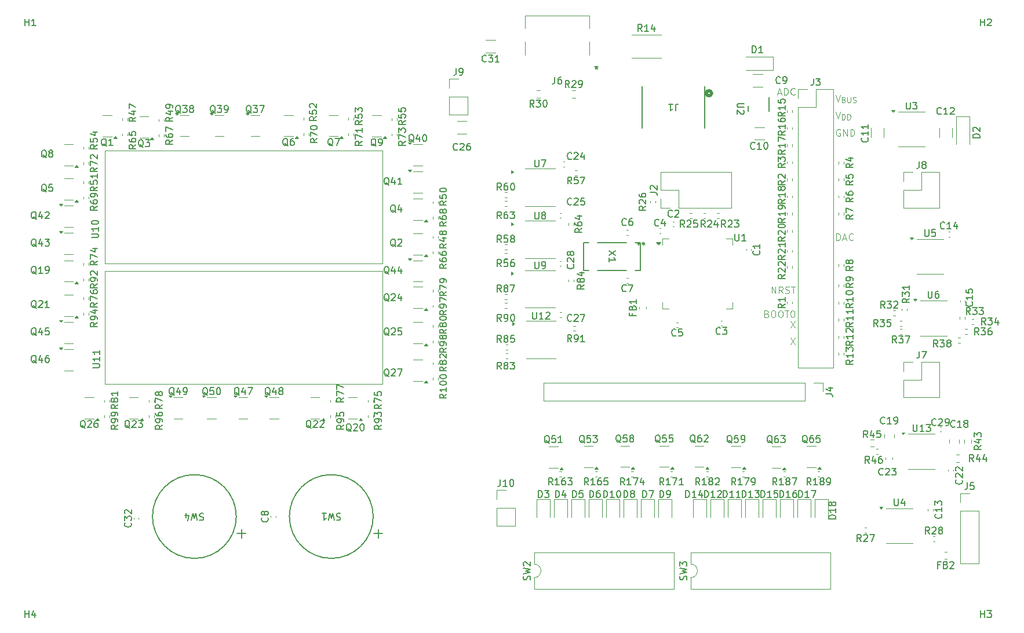
<source format=gbr>
%TF.GenerationSoftware,KiCad,Pcbnew,8.0.5*%
%TF.CreationDate,2024-11-20T12:06:12-07:00*%
%TF.ProjectId,CMPE2750,434d5045-3237-4353-902e-6b696361645f,rev?*%
%TF.SameCoordinates,Original*%
%TF.FileFunction,Legend,Top*%
%TF.FilePolarity,Positive*%
%FSLAX46Y46*%
G04 Gerber Fmt 4.6, Leading zero omitted, Abs format (unit mm)*
G04 Created by KiCad (PCBNEW 8.0.5) date 2024-11-20 12:06:12*
%MOMM*%
%LPD*%
G01*
G04 APERTURE LIST*
%ADD10C,0.100000*%
%ADD11C,0.150000*%
%ADD12C,0.120000*%
%ADD13C,0.152400*%
%ADD14C,0.508000*%
%ADD15C,0.200000*%
G04 APERTURE END LIST*
D10*
X165851503Y-86372419D02*
X165851503Y-85372419D01*
X165851503Y-85372419D02*
X166422931Y-86372419D01*
X166422931Y-86372419D02*
X166422931Y-85372419D01*
X167470550Y-86372419D02*
X167137217Y-85896228D01*
X166899122Y-86372419D02*
X166899122Y-85372419D01*
X166899122Y-85372419D02*
X167280074Y-85372419D01*
X167280074Y-85372419D02*
X167375312Y-85420038D01*
X167375312Y-85420038D02*
X167422931Y-85467657D01*
X167422931Y-85467657D02*
X167470550Y-85562895D01*
X167470550Y-85562895D02*
X167470550Y-85705752D01*
X167470550Y-85705752D02*
X167422931Y-85800990D01*
X167422931Y-85800990D02*
X167375312Y-85848609D01*
X167375312Y-85848609D02*
X167280074Y-85896228D01*
X167280074Y-85896228D02*
X166899122Y-85896228D01*
X167851503Y-86324800D02*
X167994360Y-86372419D01*
X167994360Y-86372419D02*
X168232455Y-86372419D01*
X168232455Y-86372419D02*
X168327693Y-86324800D01*
X168327693Y-86324800D02*
X168375312Y-86277180D01*
X168375312Y-86277180D02*
X168422931Y-86181942D01*
X168422931Y-86181942D02*
X168422931Y-86086704D01*
X168422931Y-86086704D02*
X168375312Y-85991466D01*
X168375312Y-85991466D02*
X168327693Y-85943847D01*
X168327693Y-85943847D02*
X168232455Y-85896228D01*
X168232455Y-85896228D02*
X168041979Y-85848609D01*
X168041979Y-85848609D02*
X167946741Y-85800990D01*
X167946741Y-85800990D02*
X167899122Y-85753371D01*
X167899122Y-85753371D02*
X167851503Y-85658133D01*
X167851503Y-85658133D02*
X167851503Y-85562895D01*
X167851503Y-85562895D02*
X167899122Y-85467657D01*
X167899122Y-85467657D02*
X167946741Y-85420038D01*
X167946741Y-85420038D02*
X168041979Y-85372419D01*
X168041979Y-85372419D02*
X168280074Y-85372419D01*
X168280074Y-85372419D02*
X168422931Y-85420038D01*
X168708646Y-85372419D02*
X169280074Y-85372419D01*
X168994360Y-86372419D02*
X168994360Y-85372419D01*
X165137217Y-89348609D02*
X165280074Y-89396228D01*
X165280074Y-89396228D02*
X165327693Y-89443847D01*
X165327693Y-89443847D02*
X165375312Y-89539085D01*
X165375312Y-89539085D02*
X165375312Y-89681942D01*
X165375312Y-89681942D02*
X165327693Y-89777180D01*
X165327693Y-89777180D02*
X165280074Y-89824800D01*
X165280074Y-89824800D02*
X165184836Y-89872419D01*
X165184836Y-89872419D02*
X164803884Y-89872419D01*
X164803884Y-89872419D02*
X164803884Y-88872419D01*
X164803884Y-88872419D02*
X165137217Y-88872419D01*
X165137217Y-88872419D02*
X165232455Y-88920038D01*
X165232455Y-88920038D02*
X165280074Y-88967657D01*
X165280074Y-88967657D02*
X165327693Y-89062895D01*
X165327693Y-89062895D02*
X165327693Y-89158133D01*
X165327693Y-89158133D02*
X165280074Y-89253371D01*
X165280074Y-89253371D02*
X165232455Y-89300990D01*
X165232455Y-89300990D02*
X165137217Y-89348609D01*
X165137217Y-89348609D02*
X164803884Y-89348609D01*
X165994360Y-88872419D02*
X166184836Y-88872419D01*
X166184836Y-88872419D02*
X166280074Y-88920038D01*
X166280074Y-88920038D02*
X166375312Y-89015276D01*
X166375312Y-89015276D02*
X166422931Y-89205752D01*
X166422931Y-89205752D02*
X166422931Y-89539085D01*
X166422931Y-89539085D02*
X166375312Y-89729561D01*
X166375312Y-89729561D02*
X166280074Y-89824800D01*
X166280074Y-89824800D02*
X166184836Y-89872419D01*
X166184836Y-89872419D02*
X165994360Y-89872419D01*
X165994360Y-89872419D02*
X165899122Y-89824800D01*
X165899122Y-89824800D02*
X165803884Y-89729561D01*
X165803884Y-89729561D02*
X165756265Y-89539085D01*
X165756265Y-89539085D02*
X165756265Y-89205752D01*
X165756265Y-89205752D02*
X165803884Y-89015276D01*
X165803884Y-89015276D02*
X165899122Y-88920038D01*
X165899122Y-88920038D02*
X165994360Y-88872419D01*
X167041979Y-88872419D02*
X167232455Y-88872419D01*
X167232455Y-88872419D02*
X167327693Y-88920038D01*
X167327693Y-88920038D02*
X167422931Y-89015276D01*
X167422931Y-89015276D02*
X167470550Y-89205752D01*
X167470550Y-89205752D02*
X167470550Y-89539085D01*
X167470550Y-89539085D02*
X167422931Y-89729561D01*
X167422931Y-89729561D02*
X167327693Y-89824800D01*
X167327693Y-89824800D02*
X167232455Y-89872419D01*
X167232455Y-89872419D02*
X167041979Y-89872419D01*
X167041979Y-89872419D02*
X166946741Y-89824800D01*
X166946741Y-89824800D02*
X166851503Y-89729561D01*
X166851503Y-89729561D02*
X166803884Y-89539085D01*
X166803884Y-89539085D02*
X166803884Y-89205752D01*
X166803884Y-89205752D02*
X166851503Y-89015276D01*
X166851503Y-89015276D02*
X166946741Y-88920038D01*
X166946741Y-88920038D02*
X167041979Y-88872419D01*
X167756265Y-88872419D02*
X168327693Y-88872419D01*
X168041979Y-89872419D02*
X168041979Y-88872419D01*
X168851503Y-88872419D02*
X168946741Y-88872419D01*
X168946741Y-88872419D02*
X169041979Y-88920038D01*
X169041979Y-88920038D02*
X169089598Y-88967657D01*
X169089598Y-88967657D02*
X169137217Y-89062895D01*
X169137217Y-89062895D02*
X169184836Y-89253371D01*
X169184836Y-89253371D02*
X169184836Y-89491466D01*
X169184836Y-89491466D02*
X169137217Y-89681942D01*
X169137217Y-89681942D02*
X169089598Y-89777180D01*
X169089598Y-89777180D02*
X169041979Y-89824800D01*
X169041979Y-89824800D02*
X168946741Y-89872419D01*
X168946741Y-89872419D02*
X168851503Y-89872419D01*
X168851503Y-89872419D02*
X168756265Y-89824800D01*
X168756265Y-89824800D02*
X168708646Y-89777180D01*
X168708646Y-89777180D02*
X168661027Y-89681942D01*
X168661027Y-89681942D02*
X168613408Y-89491466D01*
X168613408Y-89491466D02*
X168613408Y-89253371D01*
X168613408Y-89253371D02*
X168661027Y-89062895D01*
X168661027Y-89062895D02*
X168708646Y-88967657D01*
X168708646Y-88967657D02*
X168756265Y-88920038D01*
X168756265Y-88920038D02*
X168851503Y-88872419D01*
X166756265Y-57086704D02*
X167232455Y-57086704D01*
X166661027Y-57372419D02*
X166994360Y-56372419D01*
X166994360Y-56372419D02*
X167327693Y-57372419D01*
X167661027Y-57372419D02*
X167661027Y-56372419D01*
X167661027Y-56372419D02*
X167899122Y-56372419D01*
X167899122Y-56372419D02*
X168041979Y-56420038D01*
X168041979Y-56420038D02*
X168137217Y-56515276D01*
X168137217Y-56515276D02*
X168184836Y-56610514D01*
X168184836Y-56610514D02*
X168232455Y-56800990D01*
X168232455Y-56800990D02*
X168232455Y-56943847D01*
X168232455Y-56943847D02*
X168184836Y-57134323D01*
X168184836Y-57134323D02*
X168137217Y-57229561D01*
X168137217Y-57229561D02*
X168041979Y-57324800D01*
X168041979Y-57324800D02*
X167899122Y-57372419D01*
X167899122Y-57372419D02*
X167661027Y-57372419D01*
X169232455Y-57277180D02*
X169184836Y-57324800D01*
X169184836Y-57324800D02*
X169041979Y-57372419D01*
X169041979Y-57372419D02*
X168946741Y-57372419D01*
X168946741Y-57372419D02*
X168803884Y-57324800D01*
X168803884Y-57324800D02*
X168708646Y-57229561D01*
X168708646Y-57229561D02*
X168661027Y-57134323D01*
X168661027Y-57134323D02*
X168613408Y-56943847D01*
X168613408Y-56943847D02*
X168613408Y-56800990D01*
X168613408Y-56800990D02*
X168661027Y-56610514D01*
X168661027Y-56610514D02*
X168708646Y-56515276D01*
X168708646Y-56515276D02*
X168803884Y-56420038D01*
X168803884Y-56420038D02*
X168946741Y-56372419D01*
X168946741Y-56372419D02*
X169041979Y-56372419D01*
X169041979Y-56372419D02*
X169184836Y-56420038D01*
X169184836Y-56420038D02*
X169232455Y-56467657D01*
X175827693Y-62420038D02*
X175732455Y-62372419D01*
X175732455Y-62372419D02*
X175589598Y-62372419D01*
X175589598Y-62372419D02*
X175446741Y-62420038D01*
X175446741Y-62420038D02*
X175351503Y-62515276D01*
X175351503Y-62515276D02*
X175303884Y-62610514D01*
X175303884Y-62610514D02*
X175256265Y-62800990D01*
X175256265Y-62800990D02*
X175256265Y-62943847D01*
X175256265Y-62943847D02*
X175303884Y-63134323D01*
X175303884Y-63134323D02*
X175351503Y-63229561D01*
X175351503Y-63229561D02*
X175446741Y-63324800D01*
X175446741Y-63324800D02*
X175589598Y-63372419D01*
X175589598Y-63372419D02*
X175684836Y-63372419D01*
X175684836Y-63372419D02*
X175827693Y-63324800D01*
X175827693Y-63324800D02*
X175875312Y-63277180D01*
X175875312Y-63277180D02*
X175875312Y-62943847D01*
X175875312Y-62943847D02*
X175684836Y-62943847D01*
X176303884Y-63372419D02*
X176303884Y-62372419D01*
X176303884Y-62372419D02*
X176875312Y-63372419D01*
X176875312Y-63372419D02*
X176875312Y-62372419D01*
X177351503Y-63372419D02*
X177351503Y-62372419D01*
X177351503Y-62372419D02*
X177589598Y-62372419D01*
X177589598Y-62372419D02*
X177732455Y-62420038D01*
X177732455Y-62420038D02*
X177827693Y-62515276D01*
X177827693Y-62515276D02*
X177875312Y-62610514D01*
X177875312Y-62610514D02*
X177922931Y-62800990D01*
X177922931Y-62800990D02*
X177922931Y-62943847D01*
X177922931Y-62943847D02*
X177875312Y-63134323D01*
X177875312Y-63134323D02*
X177827693Y-63229561D01*
X177827693Y-63229561D02*
X177732455Y-63324800D01*
X177732455Y-63324800D02*
X177589598Y-63372419D01*
X177589598Y-63372419D02*
X177351503Y-63372419D01*
X175161027Y-57372419D02*
X175494360Y-58372419D01*
X175494360Y-58372419D02*
X175827693Y-57372419D01*
X176380074Y-58063847D02*
X176494360Y-58101942D01*
X176494360Y-58101942D02*
X176532455Y-58140038D01*
X176532455Y-58140038D02*
X176570551Y-58216228D01*
X176570551Y-58216228D02*
X176570551Y-58330514D01*
X176570551Y-58330514D02*
X176532455Y-58406704D01*
X176532455Y-58406704D02*
X176494360Y-58444800D01*
X176494360Y-58444800D02*
X176418170Y-58482895D01*
X176418170Y-58482895D02*
X176113408Y-58482895D01*
X176113408Y-58482895D02*
X176113408Y-57682895D01*
X176113408Y-57682895D02*
X176380074Y-57682895D01*
X176380074Y-57682895D02*
X176456265Y-57720990D01*
X176456265Y-57720990D02*
X176494360Y-57759085D01*
X176494360Y-57759085D02*
X176532455Y-57835276D01*
X176532455Y-57835276D02*
X176532455Y-57911466D01*
X176532455Y-57911466D02*
X176494360Y-57987657D01*
X176494360Y-57987657D02*
X176456265Y-58025752D01*
X176456265Y-58025752D02*
X176380074Y-58063847D01*
X176380074Y-58063847D02*
X176113408Y-58063847D01*
X176913408Y-57682895D02*
X176913408Y-58330514D01*
X176913408Y-58330514D02*
X176951503Y-58406704D01*
X176951503Y-58406704D02*
X176989598Y-58444800D01*
X176989598Y-58444800D02*
X177065789Y-58482895D01*
X177065789Y-58482895D02*
X177218170Y-58482895D01*
X177218170Y-58482895D02*
X177294360Y-58444800D01*
X177294360Y-58444800D02*
X177332455Y-58406704D01*
X177332455Y-58406704D02*
X177370551Y-58330514D01*
X177370551Y-58330514D02*
X177370551Y-57682895D01*
X177713407Y-58444800D02*
X177827693Y-58482895D01*
X177827693Y-58482895D02*
X178018169Y-58482895D01*
X178018169Y-58482895D02*
X178094360Y-58444800D01*
X178094360Y-58444800D02*
X178132455Y-58406704D01*
X178132455Y-58406704D02*
X178170550Y-58330514D01*
X178170550Y-58330514D02*
X178170550Y-58254323D01*
X178170550Y-58254323D02*
X178132455Y-58178133D01*
X178132455Y-58178133D02*
X178094360Y-58140038D01*
X178094360Y-58140038D02*
X178018169Y-58101942D01*
X178018169Y-58101942D02*
X177865788Y-58063847D01*
X177865788Y-58063847D02*
X177789598Y-58025752D01*
X177789598Y-58025752D02*
X177751503Y-57987657D01*
X177751503Y-57987657D02*
X177713407Y-57911466D01*
X177713407Y-57911466D02*
X177713407Y-57835276D01*
X177713407Y-57835276D02*
X177751503Y-57759085D01*
X177751503Y-57759085D02*
X177789598Y-57720990D01*
X177789598Y-57720990D02*
X177865788Y-57682895D01*
X177865788Y-57682895D02*
X178056265Y-57682895D01*
X178056265Y-57682895D02*
X178170550Y-57720990D01*
X168565789Y-90372419D02*
X169232455Y-91372419D01*
X169232455Y-90372419D02*
X168565789Y-91372419D01*
X168565789Y-92872419D02*
X169232455Y-93872419D01*
X169232455Y-92872419D02*
X168565789Y-93872419D01*
X175161027Y-59872419D02*
X175494360Y-60872419D01*
X175494360Y-60872419D02*
X175827693Y-59872419D01*
X176113408Y-60982895D02*
X176113408Y-60182895D01*
X176113408Y-60182895D02*
X176303884Y-60182895D01*
X176303884Y-60182895D02*
X176418170Y-60220990D01*
X176418170Y-60220990D02*
X176494360Y-60297180D01*
X176494360Y-60297180D02*
X176532455Y-60373371D01*
X176532455Y-60373371D02*
X176570551Y-60525752D01*
X176570551Y-60525752D02*
X176570551Y-60640038D01*
X176570551Y-60640038D02*
X176532455Y-60792419D01*
X176532455Y-60792419D02*
X176494360Y-60868609D01*
X176494360Y-60868609D02*
X176418170Y-60944800D01*
X176418170Y-60944800D02*
X176303884Y-60982895D01*
X176303884Y-60982895D02*
X176113408Y-60982895D01*
X176913408Y-60982895D02*
X176913408Y-60182895D01*
X176913408Y-60182895D02*
X177103884Y-60182895D01*
X177103884Y-60182895D02*
X177218170Y-60220990D01*
X177218170Y-60220990D02*
X177294360Y-60297180D01*
X177294360Y-60297180D02*
X177332455Y-60373371D01*
X177332455Y-60373371D02*
X177370551Y-60525752D01*
X177370551Y-60525752D02*
X177370551Y-60640038D01*
X177370551Y-60640038D02*
X177332455Y-60792419D01*
X177332455Y-60792419D02*
X177294360Y-60868609D01*
X177294360Y-60868609D02*
X177218170Y-60944800D01*
X177218170Y-60944800D02*
X177103884Y-60982895D01*
X177103884Y-60982895D02*
X176913408Y-60982895D01*
X175303884Y-78622419D02*
X175303884Y-77622419D01*
X175303884Y-77622419D02*
X175541979Y-77622419D01*
X175541979Y-77622419D02*
X175684836Y-77670038D01*
X175684836Y-77670038D02*
X175780074Y-77765276D01*
X175780074Y-77765276D02*
X175827693Y-77860514D01*
X175827693Y-77860514D02*
X175875312Y-78050990D01*
X175875312Y-78050990D02*
X175875312Y-78193847D01*
X175875312Y-78193847D02*
X175827693Y-78384323D01*
X175827693Y-78384323D02*
X175780074Y-78479561D01*
X175780074Y-78479561D02*
X175684836Y-78574800D01*
X175684836Y-78574800D02*
X175541979Y-78622419D01*
X175541979Y-78622419D02*
X175303884Y-78622419D01*
X176256265Y-78336704D02*
X176732455Y-78336704D01*
X176161027Y-78622419D02*
X176494360Y-77622419D01*
X176494360Y-77622419D02*
X176827693Y-78622419D01*
X177732455Y-78527180D02*
X177684836Y-78574800D01*
X177684836Y-78574800D02*
X177541979Y-78622419D01*
X177541979Y-78622419D02*
X177446741Y-78622419D01*
X177446741Y-78622419D02*
X177303884Y-78574800D01*
X177303884Y-78574800D02*
X177208646Y-78479561D01*
X177208646Y-78479561D02*
X177161027Y-78384323D01*
X177161027Y-78384323D02*
X177113408Y-78193847D01*
X177113408Y-78193847D02*
X177113408Y-78050990D01*
X177113408Y-78050990D02*
X177161027Y-77860514D01*
X177161027Y-77860514D02*
X177208646Y-77765276D01*
X177208646Y-77765276D02*
X177303884Y-77670038D01*
X177303884Y-77670038D02*
X177446741Y-77622419D01*
X177446741Y-77622419D02*
X177541979Y-77622419D01*
X177541979Y-77622419D02*
X177684836Y-77670038D01*
X177684836Y-77670038D02*
X177732455Y-77717657D01*
D11*
X193609580Y-113642857D02*
X193657200Y-113690476D01*
X193657200Y-113690476D02*
X193704819Y-113833333D01*
X193704819Y-113833333D02*
X193704819Y-113928571D01*
X193704819Y-113928571D02*
X193657200Y-114071428D01*
X193657200Y-114071428D02*
X193561961Y-114166666D01*
X193561961Y-114166666D02*
X193466723Y-114214285D01*
X193466723Y-114214285D02*
X193276247Y-114261904D01*
X193276247Y-114261904D02*
X193133390Y-114261904D01*
X193133390Y-114261904D02*
X192942914Y-114214285D01*
X192942914Y-114214285D02*
X192847676Y-114166666D01*
X192847676Y-114166666D02*
X192752438Y-114071428D01*
X192752438Y-114071428D02*
X192704819Y-113928571D01*
X192704819Y-113928571D02*
X192704819Y-113833333D01*
X192704819Y-113833333D02*
X192752438Y-113690476D01*
X192752438Y-113690476D02*
X192800057Y-113642857D01*
X192800057Y-113261904D02*
X192752438Y-113214285D01*
X192752438Y-113214285D02*
X192704819Y-113119047D01*
X192704819Y-113119047D02*
X192704819Y-112880952D01*
X192704819Y-112880952D02*
X192752438Y-112785714D01*
X192752438Y-112785714D02*
X192800057Y-112738095D01*
X192800057Y-112738095D02*
X192895295Y-112690476D01*
X192895295Y-112690476D02*
X192990533Y-112690476D01*
X192990533Y-112690476D02*
X193133390Y-112738095D01*
X193133390Y-112738095D02*
X193704819Y-113309523D01*
X193704819Y-113309523D02*
X193704819Y-112690476D01*
X192800057Y-112309523D02*
X192752438Y-112261904D01*
X192752438Y-112261904D02*
X192704819Y-112166666D01*
X192704819Y-112166666D02*
X192704819Y-111928571D01*
X192704819Y-111928571D02*
X192752438Y-111833333D01*
X192752438Y-111833333D02*
X192800057Y-111785714D01*
X192800057Y-111785714D02*
X192895295Y-111738095D01*
X192895295Y-111738095D02*
X192990533Y-111738095D01*
X192990533Y-111738095D02*
X193133390Y-111785714D01*
X193133390Y-111785714D02*
X193704819Y-112357142D01*
X193704819Y-112357142D02*
X193704819Y-111738095D01*
X156035714Y-116204819D02*
X156035714Y-115204819D01*
X156035714Y-115204819D02*
X156273809Y-115204819D01*
X156273809Y-115204819D02*
X156416666Y-115252438D01*
X156416666Y-115252438D02*
X156511904Y-115347676D01*
X156511904Y-115347676D02*
X156559523Y-115442914D01*
X156559523Y-115442914D02*
X156607142Y-115633390D01*
X156607142Y-115633390D02*
X156607142Y-115776247D01*
X156607142Y-115776247D02*
X156559523Y-115966723D01*
X156559523Y-115966723D02*
X156511904Y-116061961D01*
X156511904Y-116061961D02*
X156416666Y-116157200D01*
X156416666Y-116157200D02*
X156273809Y-116204819D01*
X156273809Y-116204819D02*
X156035714Y-116204819D01*
X157559523Y-116204819D02*
X156988095Y-116204819D01*
X157273809Y-116204819D02*
X157273809Y-115204819D01*
X157273809Y-115204819D02*
X157178571Y-115347676D01*
X157178571Y-115347676D02*
X157083333Y-115442914D01*
X157083333Y-115442914D02*
X156988095Y-115490533D01*
X157940476Y-115300057D02*
X157988095Y-115252438D01*
X157988095Y-115252438D02*
X158083333Y-115204819D01*
X158083333Y-115204819D02*
X158321428Y-115204819D01*
X158321428Y-115204819D02*
X158416666Y-115252438D01*
X158416666Y-115252438D02*
X158464285Y-115300057D01*
X158464285Y-115300057D02*
X158511904Y-115395295D01*
X158511904Y-115395295D02*
X158511904Y-115490533D01*
X158511904Y-115490533D02*
X158464285Y-115633390D01*
X158464285Y-115633390D02*
X157892857Y-116204819D01*
X157892857Y-116204819D02*
X158511904Y-116204819D01*
X164285714Y-116204819D02*
X164285714Y-115204819D01*
X164285714Y-115204819D02*
X164523809Y-115204819D01*
X164523809Y-115204819D02*
X164666666Y-115252438D01*
X164666666Y-115252438D02*
X164761904Y-115347676D01*
X164761904Y-115347676D02*
X164809523Y-115442914D01*
X164809523Y-115442914D02*
X164857142Y-115633390D01*
X164857142Y-115633390D02*
X164857142Y-115776247D01*
X164857142Y-115776247D02*
X164809523Y-115966723D01*
X164809523Y-115966723D02*
X164761904Y-116061961D01*
X164761904Y-116061961D02*
X164666666Y-116157200D01*
X164666666Y-116157200D02*
X164523809Y-116204819D01*
X164523809Y-116204819D02*
X164285714Y-116204819D01*
X165809523Y-116204819D02*
X165238095Y-116204819D01*
X165523809Y-116204819D02*
X165523809Y-115204819D01*
X165523809Y-115204819D02*
X165428571Y-115347676D01*
X165428571Y-115347676D02*
X165333333Y-115442914D01*
X165333333Y-115442914D02*
X165238095Y-115490533D01*
X166714285Y-115204819D02*
X166238095Y-115204819D01*
X166238095Y-115204819D02*
X166190476Y-115681009D01*
X166190476Y-115681009D02*
X166238095Y-115633390D01*
X166238095Y-115633390D02*
X166333333Y-115585771D01*
X166333333Y-115585771D02*
X166571428Y-115585771D01*
X166571428Y-115585771D02*
X166666666Y-115633390D01*
X166666666Y-115633390D02*
X166714285Y-115681009D01*
X166714285Y-115681009D02*
X166761904Y-115776247D01*
X166761904Y-115776247D02*
X166761904Y-116014342D01*
X166761904Y-116014342D02*
X166714285Y-116109580D01*
X166714285Y-116109580D02*
X166666666Y-116157200D01*
X166666666Y-116157200D02*
X166571428Y-116204819D01*
X166571428Y-116204819D02*
X166333333Y-116204819D01*
X166333333Y-116204819D02*
X166238095Y-116157200D01*
X166238095Y-116157200D02*
X166190476Y-116109580D01*
X177704819Y-84916666D02*
X177228628Y-85249999D01*
X177704819Y-85488094D02*
X176704819Y-85488094D01*
X176704819Y-85488094D02*
X176704819Y-85107142D01*
X176704819Y-85107142D02*
X176752438Y-85011904D01*
X176752438Y-85011904D02*
X176800057Y-84964285D01*
X176800057Y-84964285D02*
X176895295Y-84916666D01*
X176895295Y-84916666D02*
X177038152Y-84916666D01*
X177038152Y-84916666D02*
X177133390Y-84964285D01*
X177133390Y-84964285D02*
X177181009Y-85011904D01*
X177181009Y-85011904D02*
X177228628Y-85107142D01*
X177228628Y-85107142D02*
X177228628Y-85488094D01*
X177704819Y-84440475D02*
X177704819Y-84249999D01*
X177704819Y-84249999D02*
X177657200Y-84154761D01*
X177657200Y-84154761D02*
X177609580Y-84107142D01*
X177609580Y-84107142D02*
X177466723Y-84011904D01*
X177466723Y-84011904D02*
X177276247Y-83964285D01*
X177276247Y-83964285D02*
X176895295Y-83964285D01*
X176895295Y-83964285D02*
X176800057Y-84011904D01*
X176800057Y-84011904D02*
X176752438Y-84059523D01*
X176752438Y-84059523D02*
X176704819Y-84154761D01*
X176704819Y-84154761D02*
X176704819Y-84345237D01*
X176704819Y-84345237D02*
X176752438Y-84440475D01*
X176752438Y-84440475D02*
X176800057Y-84488094D01*
X176800057Y-84488094D02*
X176895295Y-84535713D01*
X176895295Y-84535713D02*
X177133390Y-84535713D01*
X177133390Y-84535713D02*
X177228628Y-84488094D01*
X177228628Y-84488094D02*
X177276247Y-84440475D01*
X177276247Y-84440475D02*
X177323866Y-84345237D01*
X177323866Y-84345237D02*
X177323866Y-84154761D01*
X177323866Y-84154761D02*
X177276247Y-84059523D01*
X177276247Y-84059523D02*
X177228628Y-84011904D01*
X177228628Y-84011904D02*
X177133390Y-83964285D01*
X151333333Y-75109580D02*
X151285714Y-75157200D01*
X151285714Y-75157200D02*
X151142857Y-75204819D01*
X151142857Y-75204819D02*
X151047619Y-75204819D01*
X151047619Y-75204819D02*
X150904762Y-75157200D01*
X150904762Y-75157200D02*
X150809524Y-75061961D01*
X150809524Y-75061961D02*
X150761905Y-74966723D01*
X150761905Y-74966723D02*
X150714286Y-74776247D01*
X150714286Y-74776247D02*
X150714286Y-74633390D01*
X150714286Y-74633390D02*
X150761905Y-74442914D01*
X150761905Y-74442914D02*
X150809524Y-74347676D01*
X150809524Y-74347676D02*
X150904762Y-74252438D01*
X150904762Y-74252438D02*
X151047619Y-74204819D01*
X151047619Y-74204819D02*
X151142857Y-74204819D01*
X151142857Y-74204819D02*
X151285714Y-74252438D01*
X151285714Y-74252438D02*
X151333333Y-74300057D01*
X151714286Y-74300057D02*
X151761905Y-74252438D01*
X151761905Y-74252438D02*
X151857143Y-74204819D01*
X151857143Y-74204819D02*
X152095238Y-74204819D01*
X152095238Y-74204819D02*
X152190476Y-74252438D01*
X152190476Y-74252438D02*
X152238095Y-74300057D01*
X152238095Y-74300057D02*
X152285714Y-74395295D01*
X152285714Y-74395295D02*
X152285714Y-74490533D01*
X152285714Y-74490533D02*
X152238095Y-74633390D01*
X152238095Y-74633390D02*
X151666667Y-75204819D01*
X151666667Y-75204819D02*
X152285714Y-75204819D01*
X163011905Y-51204819D02*
X163011905Y-50204819D01*
X163011905Y-50204819D02*
X163250000Y-50204819D01*
X163250000Y-50204819D02*
X163392857Y-50252438D01*
X163392857Y-50252438D02*
X163488095Y-50347676D01*
X163488095Y-50347676D02*
X163535714Y-50442914D01*
X163535714Y-50442914D02*
X163583333Y-50633390D01*
X163583333Y-50633390D02*
X163583333Y-50776247D01*
X163583333Y-50776247D02*
X163535714Y-50966723D01*
X163535714Y-50966723D02*
X163488095Y-51061961D01*
X163488095Y-51061961D02*
X163392857Y-51157200D01*
X163392857Y-51157200D02*
X163250000Y-51204819D01*
X163250000Y-51204819D02*
X163011905Y-51204819D01*
X164535714Y-51204819D02*
X163964286Y-51204819D01*
X164250000Y-51204819D02*
X164250000Y-50204819D01*
X164250000Y-50204819D02*
X164154762Y-50347676D01*
X164154762Y-50347676D02*
X164059524Y-50442914D01*
X164059524Y-50442914D02*
X163964286Y-50490533D01*
X130537200Y-128283332D02*
X130584819Y-128140475D01*
X130584819Y-128140475D02*
X130584819Y-127902380D01*
X130584819Y-127902380D02*
X130537200Y-127807142D01*
X130537200Y-127807142D02*
X130489580Y-127759523D01*
X130489580Y-127759523D02*
X130394342Y-127711904D01*
X130394342Y-127711904D02*
X130299104Y-127711904D01*
X130299104Y-127711904D02*
X130203866Y-127759523D01*
X130203866Y-127759523D02*
X130156247Y-127807142D01*
X130156247Y-127807142D02*
X130108628Y-127902380D01*
X130108628Y-127902380D02*
X130061009Y-128092856D01*
X130061009Y-128092856D02*
X130013390Y-128188094D01*
X130013390Y-128188094D02*
X129965771Y-128235713D01*
X129965771Y-128235713D02*
X129870533Y-128283332D01*
X129870533Y-128283332D02*
X129775295Y-128283332D01*
X129775295Y-128283332D02*
X129680057Y-128235713D01*
X129680057Y-128235713D02*
X129632438Y-128188094D01*
X129632438Y-128188094D02*
X129584819Y-128092856D01*
X129584819Y-128092856D02*
X129584819Y-127854761D01*
X129584819Y-127854761D02*
X129632438Y-127711904D01*
X129584819Y-127378570D02*
X130584819Y-127140475D01*
X130584819Y-127140475D02*
X129870533Y-126949999D01*
X129870533Y-126949999D02*
X130584819Y-126759523D01*
X130584819Y-126759523D02*
X129584819Y-126521428D01*
X129680057Y-126188094D02*
X129632438Y-126140475D01*
X129632438Y-126140475D02*
X129584819Y-126045237D01*
X129584819Y-126045237D02*
X129584819Y-125807142D01*
X129584819Y-125807142D02*
X129632438Y-125711904D01*
X129632438Y-125711904D02*
X129680057Y-125664285D01*
X129680057Y-125664285D02*
X129775295Y-125616666D01*
X129775295Y-125616666D02*
X129870533Y-125616666D01*
X129870533Y-125616666D02*
X130013390Y-125664285D01*
X130013390Y-125664285D02*
X130584819Y-126235713D01*
X130584819Y-126235713D02*
X130584819Y-125616666D01*
X190609580Y-118642857D02*
X190657200Y-118690476D01*
X190657200Y-118690476D02*
X190704819Y-118833333D01*
X190704819Y-118833333D02*
X190704819Y-118928571D01*
X190704819Y-118928571D02*
X190657200Y-119071428D01*
X190657200Y-119071428D02*
X190561961Y-119166666D01*
X190561961Y-119166666D02*
X190466723Y-119214285D01*
X190466723Y-119214285D02*
X190276247Y-119261904D01*
X190276247Y-119261904D02*
X190133390Y-119261904D01*
X190133390Y-119261904D02*
X189942914Y-119214285D01*
X189942914Y-119214285D02*
X189847676Y-119166666D01*
X189847676Y-119166666D02*
X189752438Y-119071428D01*
X189752438Y-119071428D02*
X189704819Y-118928571D01*
X189704819Y-118928571D02*
X189704819Y-118833333D01*
X189704819Y-118833333D02*
X189752438Y-118690476D01*
X189752438Y-118690476D02*
X189800057Y-118642857D01*
X190704819Y-117690476D02*
X190704819Y-118261904D01*
X190704819Y-117976190D02*
X189704819Y-117976190D01*
X189704819Y-117976190D02*
X189847676Y-118071428D01*
X189847676Y-118071428D02*
X189942914Y-118166666D01*
X189942914Y-118166666D02*
X189990533Y-118261904D01*
X189704819Y-117357142D02*
X189704819Y-116738095D01*
X189704819Y-116738095D02*
X190085771Y-117071428D01*
X190085771Y-117071428D02*
X190085771Y-116928571D01*
X190085771Y-116928571D02*
X190133390Y-116833333D01*
X190133390Y-116833333D02*
X190181009Y-116785714D01*
X190181009Y-116785714D02*
X190276247Y-116738095D01*
X190276247Y-116738095D02*
X190514342Y-116738095D01*
X190514342Y-116738095D02*
X190609580Y-116785714D01*
X190609580Y-116785714D02*
X190657200Y-116833333D01*
X190657200Y-116833333D02*
X190704819Y-116928571D01*
X190704819Y-116928571D02*
X190704819Y-117214285D01*
X190704819Y-117214285D02*
X190657200Y-117309523D01*
X190657200Y-117309523D02*
X190609580Y-117357142D01*
X149353333Y-76449580D02*
X149305714Y-76497200D01*
X149305714Y-76497200D02*
X149162857Y-76544819D01*
X149162857Y-76544819D02*
X149067619Y-76544819D01*
X149067619Y-76544819D02*
X148924762Y-76497200D01*
X148924762Y-76497200D02*
X148829524Y-76401961D01*
X148829524Y-76401961D02*
X148781905Y-76306723D01*
X148781905Y-76306723D02*
X148734286Y-76116247D01*
X148734286Y-76116247D02*
X148734286Y-75973390D01*
X148734286Y-75973390D02*
X148781905Y-75782914D01*
X148781905Y-75782914D02*
X148829524Y-75687676D01*
X148829524Y-75687676D02*
X148924762Y-75592438D01*
X148924762Y-75592438D02*
X149067619Y-75544819D01*
X149067619Y-75544819D02*
X149162857Y-75544819D01*
X149162857Y-75544819D02*
X149305714Y-75592438D01*
X149305714Y-75592438D02*
X149353333Y-75640057D01*
X150210476Y-75878152D02*
X150210476Y-76544819D01*
X149972381Y-75497200D02*
X149734286Y-76211485D01*
X149734286Y-76211485D02*
X150353333Y-76211485D01*
X155330952Y-114384819D02*
X154997619Y-113908628D01*
X154759524Y-114384819D02*
X154759524Y-113384819D01*
X154759524Y-113384819D02*
X155140476Y-113384819D01*
X155140476Y-113384819D02*
X155235714Y-113432438D01*
X155235714Y-113432438D02*
X155283333Y-113480057D01*
X155283333Y-113480057D02*
X155330952Y-113575295D01*
X155330952Y-113575295D02*
X155330952Y-113718152D01*
X155330952Y-113718152D02*
X155283333Y-113813390D01*
X155283333Y-113813390D02*
X155235714Y-113861009D01*
X155235714Y-113861009D02*
X155140476Y-113908628D01*
X155140476Y-113908628D02*
X154759524Y-113908628D01*
X156283333Y-114384819D02*
X155711905Y-114384819D01*
X155997619Y-114384819D02*
X155997619Y-113384819D01*
X155997619Y-113384819D02*
X155902381Y-113527676D01*
X155902381Y-113527676D02*
X155807143Y-113622914D01*
X155807143Y-113622914D02*
X155711905Y-113670533D01*
X156854762Y-113813390D02*
X156759524Y-113765771D01*
X156759524Y-113765771D02*
X156711905Y-113718152D01*
X156711905Y-113718152D02*
X156664286Y-113622914D01*
X156664286Y-113622914D02*
X156664286Y-113575295D01*
X156664286Y-113575295D02*
X156711905Y-113480057D01*
X156711905Y-113480057D02*
X156759524Y-113432438D01*
X156759524Y-113432438D02*
X156854762Y-113384819D01*
X156854762Y-113384819D02*
X157045238Y-113384819D01*
X157045238Y-113384819D02*
X157140476Y-113432438D01*
X157140476Y-113432438D02*
X157188095Y-113480057D01*
X157188095Y-113480057D02*
X157235714Y-113575295D01*
X157235714Y-113575295D02*
X157235714Y-113622914D01*
X157235714Y-113622914D02*
X157188095Y-113718152D01*
X157188095Y-113718152D02*
X157140476Y-113765771D01*
X157140476Y-113765771D02*
X157045238Y-113813390D01*
X157045238Y-113813390D02*
X156854762Y-113813390D01*
X156854762Y-113813390D02*
X156759524Y-113861009D01*
X156759524Y-113861009D02*
X156711905Y-113908628D01*
X156711905Y-113908628D02*
X156664286Y-114003866D01*
X156664286Y-114003866D02*
X156664286Y-114194342D01*
X156664286Y-114194342D02*
X156711905Y-114289580D01*
X156711905Y-114289580D02*
X156759524Y-114337200D01*
X156759524Y-114337200D02*
X156854762Y-114384819D01*
X156854762Y-114384819D02*
X157045238Y-114384819D01*
X157045238Y-114384819D02*
X157140476Y-114337200D01*
X157140476Y-114337200D02*
X157188095Y-114289580D01*
X157188095Y-114289580D02*
X157235714Y-114194342D01*
X157235714Y-114194342D02*
X157235714Y-114003866D01*
X157235714Y-114003866D02*
X157188095Y-113908628D01*
X157188095Y-113908628D02*
X157140476Y-113861009D01*
X157140476Y-113861009D02*
X157045238Y-113813390D01*
X157616667Y-113480057D02*
X157664286Y-113432438D01*
X157664286Y-113432438D02*
X157759524Y-113384819D01*
X157759524Y-113384819D02*
X157997619Y-113384819D01*
X157997619Y-113384819D02*
X158092857Y-113432438D01*
X158092857Y-113432438D02*
X158140476Y-113480057D01*
X158140476Y-113480057D02*
X158188095Y-113575295D01*
X158188095Y-113575295D02*
X158188095Y-113670533D01*
X158188095Y-113670533D02*
X158140476Y-113813390D01*
X158140476Y-113813390D02*
X157569048Y-114384819D01*
X157569048Y-114384819D02*
X158188095Y-114384819D01*
X183763095Y-116419819D02*
X183763095Y-117229342D01*
X183763095Y-117229342D02*
X183810714Y-117324580D01*
X183810714Y-117324580D02*
X183858333Y-117372200D01*
X183858333Y-117372200D02*
X183953571Y-117419819D01*
X183953571Y-117419819D02*
X184144047Y-117419819D01*
X184144047Y-117419819D02*
X184239285Y-117372200D01*
X184239285Y-117372200D02*
X184286904Y-117324580D01*
X184286904Y-117324580D02*
X184334523Y-117229342D01*
X184334523Y-117229342D02*
X184334523Y-116419819D01*
X185239285Y-116753152D02*
X185239285Y-117419819D01*
X185001190Y-116372200D02*
X184763095Y-117086485D01*
X184763095Y-117086485D02*
X185382142Y-117086485D01*
X196363095Y-47254819D02*
X196363095Y-46254819D01*
X196363095Y-46731009D02*
X196934523Y-46731009D01*
X196934523Y-47254819D02*
X196934523Y-46254819D01*
X197363095Y-46350057D02*
X197410714Y-46302438D01*
X197410714Y-46302438D02*
X197505952Y-46254819D01*
X197505952Y-46254819D02*
X197744047Y-46254819D01*
X197744047Y-46254819D02*
X197839285Y-46302438D01*
X197839285Y-46302438D02*
X197886904Y-46350057D01*
X197886904Y-46350057D02*
X197934523Y-46445295D01*
X197934523Y-46445295D02*
X197934523Y-46540533D01*
X197934523Y-46540533D02*
X197886904Y-46683390D01*
X197886904Y-46683390D02*
X197315476Y-47254819D01*
X197315476Y-47254819D02*
X197934523Y-47254819D01*
X177704819Y-67426666D02*
X177228628Y-67759999D01*
X177704819Y-67998094D02*
X176704819Y-67998094D01*
X176704819Y-67998094D02*
X176704819Y-67617142D01*
X176704819Y-67617142D02*
X176752438Y-67521904D01*
X176752438Y-67521904D02*
X176800057Y-67474285D01*
X176800057Y-67474285D02*
X176895295Y-67426666D01*
X176895295Y-67426666D02*
X177038152Y-67426666D01*
X177038152Y-67426666D02*
X177133390Y-67474285D01*
X177133390Y-67474285D02*
X177181009Y-67521904D01*
X177181009Y-67521904D02*
X177228628Y-67617142D01*
X177228628Y-67617142D02*
X177228628Y-67998094D01*
X177038152Y-66569523D02*
X177704819Y-66569523D01*
X176657200Y-66807618D02*
X177371485Y-67045713D01*
X177371485Y-67045713D02*
X177371485Y-66426666D01*
X177704819Y-96142857D02*
X177228628Y-96476190D01*
X177704819Y-96714285D02*
X176704819Y-96714285D01*
X176704819Y-96714285D02*
X176704819Y-96333333D01*
X176704819Y-96333333D02*
X176752438Y-96238095D01*
X176752438Y-96238095D02*
X176800057Y-96190476D01*
X176800057Y-96190476D02*
X176895295Y-96142857D01*
X176895295Y-96142857D02*
X177038152Y-96142857D01*
X177038152Y-96142857D02*
X177133390Y-96190476D01*
X177133390Y-96190476D02*
X177181009Y-96238095D01*
X177181009Y-96238095D02*
X177228628Y-96333333D01*
X177228628Y-96333333D02*
X177228628Y-96714285D01*
X177704819Y-95190476D02*
X177704819Y-95761904D01*
X177704819Y-95476190D02*
X176704819Y-95476190D01*
X176704819Y-95476190D02*
X176847676Y-95571428D01*
X176847676Y-95571428D02*
X176942914Y-95666666D01*
X176942914Y-95666666D02*
X176990533Y-95761904D01*
X176704819Y-94857142D02*
X176704819Y-94238095D01*
X176704819Y-94238095D02*
X177085771Y-94571428D01*
X177085771Y-94571428D02*
X177085771Y-94428571D01*
X177085771Y-94428571D02*
X177133390Y-94333333D01*
X177133390Y-94333333D02*
X177181009Y-94285714D01*
X177181009Y-94285714D02*
X177276247Y-94238095D01*
X177276247Y-94238095D02*
X177514342Y-94238095D01*
X177514342Y-94238095D02*
X177609580Y-94285714D01*
X177609580Y-94285714D02*
X177657200Y-94333333D01*
X177657200Y-94333333D02*
X177704819Y-94428571D01*
X177704819Y-94428571D02*
X177704819Y-94714285D01*
X177704819Y-94714285D02*
X177657200Y-94809523D01*
X177657200Y-94809523D02*
X177609580Y-94857142D01*
X72954819Y-60642857D02*
X72478628Y-60976190D01*
X72954819Y-61214285D02*
X71954819Y-61214285D01*
X71954819Y-61214285D02*
X71954819Y-60833333D01*
X71954819Y-60833333D02*
X72002438Y-60738095D01*
X72002438Y-60738095D02*
X72050057Y-60690476D01*
X72050057Y-60690476D02*
X72145295Y-60642857D01*
X72145295Y-60642857D02*
X72288152Y-60642857D01*
X72288152Y-60642857D02*
X72383390Y-60690476D01*
X72383390Y-60690476D02*
X72431009Y-60738095D01*
X72431009Y-60738095D02*
X72478628Y-60833333D01*
X72478628Y-60833333D02*
X72478628Y-61214285D01*
X72288152Y-59785714D02*
X72954819Y-59785714D01*
X71907200Y-60023809D02*
X72621485Y-60261904D01*
X72621485Y-60261904D02*
X72621485Y-59642857D01*
X71954819Y-59357142D02*
X71954819Y-58690476D01*
X71954819Y-58690476D02*
X72954819Y-59119047D01*
X108829819Y-102642857D02*
X108353628Y-102976190D01*
X108829819Y-103214285D02*
X107829819Y-103214285D01*
X107829819Y-103214285D02*
X107829819Y-102833333D01*
X107829819Y-102833333D02*
X107877438Y-102738095D01*
X107877438Y-102738095D02*
X107925057Y-102690476D01*
X107925057Y-102690476D02*
X108020295Y-102642857D01*
X108020295Y-102642857D02*
X108163152Y-102642857D01*
X108163152Y-102642857D02*
X108258390Y-102690476D01*
X108258390Y-102690476D02*
X108306009Y-102738095D01*
X108306009Y-102738095D02*
X108353628Y-102833333D01*
X108353628Y-102833333D02*
X108353628Y-103214285D01*
X107829819Y-102309523D02*
X107829819Y-101642857D01*
X107829819Y-101642857D02*
X108829819Y-102071428D01*
X107829819Y-100785714D02*
X107829819Y-101261904D01*
X107829819Y-101261904D02*
X108306009Y-101309523D01*
X108306009Y-101309523D02*
X108258390Y-101261904D01*
X108258390Y-101261904D02*
X108210771Y-101166666D01*
X108210771Y-101166666D02*
X108210771Y-100928571D01*
X108210771Y-100928571D02*
X108258390Y-100833333D01*
X108258390Y-100833333D02*
X108306009Y-100785714D01*
X108306009Y-100785714D02*
X108401247Y-100738095D01*
X108401247Y-100738095D02*
X108639342Y-100738095D01*
X108639342Y-100738095D02*
X108734580Y-100785714D01*
X108734580Y-100785714D02*
X108782200Y-100833333D01*
X108782200Y-100833333D02*
X108829819Y-100928571D01*
X108829819Y-100928571D02*
X108829819Y-101166666D01*
X108829819Y-101166666D02*
X108782200Y-101261904D01*
X108782200Y-101261904D02*
X108734580Y-101309523D01*
X171066071Y-108250057D02*
X170970833Y-108202438D01*
X170970833Y-108202438D02*
X170875595Y-108107200D01*
X170875595Y-108107200D02*
X170732738Y-107964342D01*
X170732738Y-107964342D02*
X170637500Y-107916723D01*
X170637500Y-107916723D02*
X170542262Y-107916723D01*
X170589881Y-108154819D02*
X170494643Y-108107200D01*
X170494643Y-108107200D02*
X170399405Y-108011961D01*
X170399405Y-108011961D02*
X170351786Y-107821485D01*
X170351786Y-107821485D02*
X170351786Y-107488152D01*
X170351786Y-107488152D02*
X170399405Y-107297676D01*
X170399405Y-107297676D02*
X170494643Y-107202438D01*
X170494643Y-107202438D02*
X170589881Y-107154819D01*
X170589881Y-107154819D02*
X170780357Y-107154819D01*
X170780357Y-107154819D02*
X170875595Y-107202438D01*
X170875595Y-107202438D02*
X170970833Y-107297676D01*
X170970833Y-107297676D02*
X171018452Y-107488152D01*
X171018452Y-107488152D02*
X171018452Y-107821485D01*
X171018452Y-107821485D02*
X170970833Y-108011961D01*
X170970833Y-108011961D02*
X170875595Y-108107200D01*
X170875595Y-108107200D02*
X170780357Y-108154819D01*
X170780357Y-108154819D02*
X170589881Y-108154819D01*
X171875595Y-107154819D02*
X171685119Y-107154819D01*
X171685119Y-107154819D02*
X171589881Y-107202438D01*
X171589881Y-107202438D02*
X171542262Y-107250057D01*
X171542262Y-107250057D02*
X171447024Y-107392914D01*
X171447024Y-107392914D02*
X171399405Y-107583390D01*
X171399405Y-107583390D02*
X171399405Y-107964342D01*
X171399405Y-107964342D02*
X171447024Y-108059580D01*
X171447024Y-108059580D02*
X171494643Y-108107200D01*
X171494643Y-108107200D02*
X171589881Y-108154819D01*
X171589881Y-108154819D02*
X171780357Y-108154819D01*
X171780357Y-108154819D02*
X171875595Y-108107200D01*
X171875595Y-108107200D02*
X171923214Y-108059580D01*
X171923214Y-108059580D02*
X171970833Y-107964342D01*
X171970833Y-107964342D02*
X171970833Y-107726247D01*
X171970833Y-107726247D02*
X171923214Y-107631009D01*
X171923214Y-107631009D02*
X171875595Y-107583390D01*
X171875595Y-107583390D02*
X171780357Y-107535771D01*
X171780357Y-107535771D02*
X171589881Y-107535771D01*
X171589881Y-107535771D02*
X171494643Y-107583390D01*
X171494643Y-107583390D02*
X171447024Y-107631009D01*
X171447024Y-107631009D02*
X171399405Y-107726247D01*
X172875595Y-107154819D02*
X172399405Y-107154819D01*
X172399405Y-107154819D02*
X172351786Y-107631009D01*
X172351786Y-107631009D02*
X172399405Y-107583390D01*
X172399405Y-107583390D02*
X172494643Y-107535771D01*
X172494643Y-107535771D02*
X172732738Y-107535771D01*
X172732738Y-107535771D02*
X172827976Y-107583390D01*
X172827976Y-107583390D02*
X172875595Y-107631009D01*
X172875595Y-107631009D02*
X172923214Y-107726247D01*
X172923214Y-107726247D02*
X172923214Y-107964342D01*
X172923214Y-107964342D02*
X172875595Y-108059580D01*
X172875595Y-108059580D02*
X172827976Y-108107200D01*
X172827976Y-108107200D02*
X172732738Y-108154819D01*
X172732738Y-108154819D02*
X172494643Y-108154819D01*
X172494643Y-108154819D02*
X172399405Y-108107200D01*
X172399405Y-108107200D02*
X172351786Y-108059580D01*
X167083333Y-55609580D02*
X167035714Y-55657200D01*
X167035714Y-55657200D02*
X166892857Y-55704819D01*
X166892857Y-55704819D02*
X166797619Y-55704819D01*
X166797619Y-55704819D02*
X166654762Y-55657200D01*
X166654762Y-55657200D02*
X166559524Y-55561961D01*
X166559524Y-55561961D02*
X166511905Y-55466723D01*
X166511905Y-55466723D02*
X166464286Y-55276247D01*
X166464286Y-55276247D02*
X166464286Y-55133390D01*
X166464286Y-55133390D02*
X166511905Y-54942914D01*
X166511905Y-54942914D02*
X166559524Y-54847676D01*
X166559524Y-54847676D02*
X166654762Y-54752438D01*
X166654762Y-54752438D02*
X166797619Y-54704819D01*
X166797619Y-54704819D02*
X166892857Y-54704819D01*
X166892857Y-54704819D02*
X167035714Y-54752438D01*
X167035714Y-54752438D02*
X167083333Y-54800057D01*
X167559524Y-55704819D02*
X167750000Y-55704819D01*
X167750000Y-55704819D02*
X167845238Y-55657200D01*
X167845238Y-55657200D02*
X167892857Y-55609580D01*
X167892857Y-55609580D02*
X167988095Y-55466723D01*
X167988095Y-55466723D02*
X168035714Y-55276247D01*
X168035714Y-55276247D02*
X168035714Y-54895295D01*
X168035714Y-54895295D02*
X167988095Y-54800057D01*
X167988095Y-54800057D02*
X167940476Y-54752438D01*
X167940476Y-54752438D02*
X167845238Y-54704819D01*
X167845238Y-54704819D02*
X167654762Y-54704819D01*
X167654762Y-54704819D02*
X167559524Y-54752438D01*
X167559524Y-54752438D02*
X167511905Y-54800057D01*
X167511905Y-54800057D02*
X167464286Y-54895295D01*
X167464286Y-54895295D02*
X167464286Y-55133390D01*
X167464286Y-55133390D02*
X167511905Y-55228628D01*
X167511905Y-55228628D02*
X167559524Y-55276247D01*
X167559524Y-55276247D02*
X167654762Y-55323866D01*
X167654762Y-55323866D02*
X167845238Y-55323866D01*
X167845238Y-55323866D02*
X167940476Y-55276247D01*
X167940476Y-55276247D02*
X167988095Y-55228628D01*
X167988095Y-55228628D02*
X168035714Y-55133390D01*
X177704819Y-87892857D02*
X177228628Y-88226190D01*
X177704819Y-88464285D02*
X176704819Y-88464285D01*
X176704819Y-88464285D02*
X176704819Y-88083333D01*
X176704819Y-88083333D02*
X176752438Y-87988095D01*
X176752438Y-87988095D02*
X176800057Y-87940476D01*
X176800057Y-87940476D02*
X176895295Y-87892857D01*
X176895295Y-87892857D02*
X177038152Y-87892857D01*
X177038152Y-87892857D02*
X177133390Y-87940476D01*
X177133390Y-87940476D02*
X177181009Y-87988095D01*
X177181009Y-87988095D02*
X177228628Y-88083333D01*
X177228628Y-88083333D02*
X177228628Y-88464285D01*
X177704819Y-86940476D02*
X177704819Y-87511904D01*
X177704819Y-87226190D02*
X176704819Y-87226190D01*
X176704819Y-87226190D02*
X176847676Y-87321428D01*
X176847676Y-87321428D02*
X176942914Y-87416666D01*
X176942914Y-87416666D02*
X176990533Y-87511904D01*
X176704819Y-86321428D02*
X176704819Y-86226190D01*
X176704819Y-86226190D02*
X176752438Y-86130952D01*
X176752438Y-86130952D02*
X176800057Y-86083333D01*
X176800057Y-86083333D02*
X176895295Y-86035714D01*
X176895295Y-86035714D02*
X177085771Y-85988095D01*
X177085771Y-85988095D02*
X177323866Y-85988095D01*
X177323866Y-85988095D02*
X177514342Y-86035714D01*
X177514342Y-86035714D02*
X177609580Y-86083333D01*
X177609580Y-86083333D02*
X177657200Y-86130952D01*
X177657200Y-86130952D02*
X177704819Y-86226190D01*
X177704819Y-86226190D02*
X177704819Y-86321428D01*
X177704819Y-86321428D02*
X177657200Y-86416666D01*
X177657200Y-86416666D02*
X177609580Y-86464285D01*
X177609580Y-86464285D02*
X177514342Y-86511904D01*
X177514342Y-86511904D02*
X177323866Y-86559523D01*
X177323866Y-86559523D02*
X177085771Y-86559523D01*
X177085771Y-86559523D02*
X176895295Y-86511904D01*
X176895295Y-86511904D02*
X176800057Y-86464285D01*
X176800057Y-86464285D02*
X176752438Y-86416666D01*
X176752438Y-86416666D02*
X176704819Y-86321428D01*
X118329819Y-72892857D02*
X117853628Y-73226190D01*
X118329819Y-73464285D02*
X117329819Y-73464285D01*
X117329819Y-73464285D02*
X117329819Y-73083333D01*
X117329819Y-73083333D02*
X117377438Y-72988095D01*
X117377438Y-72988095D02*
X117425057Y-72940476D01*
X117425057Y-72940476D02*
X117520295Y-72892857D01*
X117520295Y-72892857D02*
X117663152Y-72892857D01*
X117663152Y-72892857D02*
X117758390Y-72940476D01*
X117758390Y-72940476D02*
X117806009Y-72988095D01*
X117806009Y-72988095D02*
X117853628Y-73083333D01*
X117853628Y-73083333D02*
X117853628Y-73464285D01*
X117329819Y-71988095D02*
X117329819Y-72464285D01*
X117329819Y-72464285D02*
X117806009Y-72511904D01*
X117806009Y-72511904D02*
X117758390Y-72464285D01*
X117758390Y-72464285D02*
X117710771Y-72369047D01*
X117710771Y-72369047D02*
X117710771Y-72130952D01*
X117710771Y-72130952D02*
X117758390Y-72035714D01*
X117758390Y-72035714D02*
X117806009Y-71988095D01*
X117806009Y-71988095D02*
X117901247Y-71940476D01*
X117901247Y-71940476D02*
X118139342Y-71940476D01*
X118139342Y-71940476D02*
X118234580Y-71988095D01*
X118234580Y-71988095D02*
X118282200Y-72035714D01*
X118282200Y-72035714D02*
X118329819Y-72130952D01*
X118329819Y-72130952D02*
X118329819Y-72369047D01*
X118329819Y-72369047D02*
X118282200Y-72464285D01*
X118282200Y-72464285D02*
X118234580Y-72511904D01*
X117329819Y-71321428D02*
X117329819Y-71226190D01*
X117329819Y-71226190D02*
X117377438Y-71130952D01*
X117377438Y-71130952D02*
X117425057Y-71083333D01*
X117425057Y-71083333D02*
X117520295Y-71035714D01*
X117520295Y-71035714D02*
X117710771Y-70988095D01*
X117710771Y-70988095D02*
X117948866Y-70988095D01*
X117948866Y-70988095D02*
X118139342Y-71035714D01*
X118139342Y-71035714D02*
X118234580Y-71083333D01*
X118234580Y-71083333D02*
X118282200Y-71130952D01*
X118282200Y-71130952D02*
X118329819Y-71226190D01*
X118329819Y-71226190D02*
X118329819Y-71321428D01*
X118329819Y-71321428D02*
X118282200Y-71416666D01*
X118282200Y-71416666D02*
X118234580Y-71464285D01*
X118234580Y-71464285D02*
X118139342Y-71511904D01*
X118139342Y-71511904D02*
X117948866Y-71559523D01*
X117948866Y-71559523D02*
X117710771Y-71559523D01*
X117710771Y-71559523D02*
X117520295Y-71511904D01*
X117520295Y-71511904D02*
X117425057Y-71464285D01*
X117425057Y-71464285D02*
X117377438Y-71416666D01*
X117377438Y-71416666D02*
X117329819Y-71321428D01*
X158333333Y-92269580D02*
X158285714Y-92317200D01*
X158285714Y-92317200D02*
X158142857Y-92364819D01*
X158142857Y-92364819D02*
X158047619Y-92364819D01*
X158047619Y-92364819D02*
X157904762Y-92317200D01*
X157904762Y-92317200D02*
X157809524Y-92221961D01*
X157809524Y-92221961D02*
X157761905Y-92126723D01*
X157761905Y-92126723D02*
X157714286Y-91936247D01*
X157714286Y-91936247D02*
X157714286Y-91793390D01*
X157714286Y-91793390D02*
X157761905Y-91602914D01*
X157761905Y-91602914D02*
X157809524Y-91507676D01*
X157809524Y-91507676D02*
X157904762Y-91412438D01*
X157904762Y-91412438D02*
X158047619Y-91364819D01*
X158047619Y-91364819D02*
X158142857Y-91364819D01*
X158142857Y-91364819D02*
X158285714Y-91412438D01*
X158285714Y-91412438D02*
X158333333Y-91460057D01*
X158666667Y-91364819D02*
X159285714Y-91364819D01*
X159285714Y-91364819D02*
X158952381Y-91745771D01*
X158952381Y-91745771D02*
X159095238Y-91745771D01*
X159095238Y-91745771D02*
X159190476Y-91793390D01*
X159190476Y-91793390D02*
X159238095Y-91841009D01*
X159238095Y-91841009D02*
X159285714Y-91936247D01*
X159285714Y-91936247D02*
X159285714Y-92174342D01*
X159285714Y-92174342D02*
X159238095Y-92269580D01*
X159238095Y-92269580D02*
X159190476Y-92317200D01*
X159190476Y-92317200D02*
X159095238Y-92364819D01*
X159095238Y-92364819D02*
X158809524Y-92364819D01*
X158809524Y-92364819D02*
X158714286Y-92317200D01*
X158714286Y-92317200D02*
X158666667Y-92269580D01*
X118329819Y-91642857D02*
X117853628Y-91976190D01*
X118329819Y-92214285D02*
X117329819Y-92214285D01*
X117329819Y-92214285D02*
X117329819Y-91833333D01*
X117329819Y-91833333D02*
X117377438Y-91738095D01*
X117377438Y-91738095D02*
X117425057Y-91690476D01*
X117425057Y-91690476D02*
X117520295Y-91642857D01*
X117520295Y-91642857D02*
X117663152Y-91642857D01*
X117663152Y-91642857D02*
X117758390Y-91690476D01*
X117758390Y-91690476D02*
X117806009Y-91738095D01*
X117806009Y-91738095D02*
X117853628Y-91833333D01*
X117853628Y-91833333D02*
X117853628Y-92214285D01*
X117758390Y-91071428D02*
X117710771Y-91166666D01*
X117710771Y-91166666D02*
X117663152Y-91214285D01*
X117663152Y-91214285D02*
X117567914Y-91261904D01*
X117567914Y-91261904D02*
X117520295Y-91261904D01*
X117520295Y-91261904D02*
X117425057Y-91214285D01*
X117425057Y-91214285D02*
X117377438Y-91166666D01*
X117377438Y-91166666D02*
X117329819Y-91071428D01*
X117329819Y-91071428D02*
X117329819Y-90880952D01*
X117329819Y-90880952D02*
X117377438Y-90785714D01*
X117377438Y-90785714D02*
X117425057Y-90738095D01*
X117425057Y-90738095D02*
X117520295Y-90690476D01*
X117520295Y-90690476D02*
X117567914Y-90690476D01*
X117567914Y-90690476D02*
X117663152Y-90738095D01*
X117663152Y-90738095D02*
X117710771Y-90785714D01*
X117710771Y-90785714D02*
X117758390Y-90880952D01*
X117758390Y-90880952D02*
X117758390Y-91071428D01*
X117758390Y-91071428D02*
X117806009Y-91166666D01*
X117806009Y-91166666D02*
X117853628Y-91214285D01*
X117853628Y-91214285D02*
X117948866Y-91261904D01*
X117948866Y-91261904D02*
X118139342Y-91261904D01*
X118139342Y-91261904D02*
X118234580Y-91214285D01*
X118234580Y-91214285D02*
X118282200Y-91166666D01*
X118282200Y-91166666D02*
X118329819Y-91071428D01*
X118329819Y-91071428D02*
X118329819Y-90880952D01*
X118329819Y-90880952D02*
X118282200Y-90785714D01*
X118282200Y-90785714D02*
X118234580Y-90738095D01*
X118234580Y-90738095D02*
X118139342Y-90690476D01*
X118139342Y-90690476D02*
X117948866Y-90690476D01*
X117948866Y-90690476D02*
X117853628Y-90738095D01*
X117853628Y-90738095D02*
X117806009Y-90785714D01*
X117806009Y-90785714D02*
X117758390Y-90880952D01*
X117329819Y-90071428D02*
X117329819Y-89976190D01*
X117329819Y-89976190D02*
X117377438Y-89880952D01*
X117377438Y-89880952D02*
X117425057Y-89833333D01*
X117425057Y-89833333D02*
X117520295Y-89785714D01*
X117520295Y-89785714D02*
X117710771Y-89738095D01*
X117710771Y-89738095D02*
X117948866Y-89738095D01*
X117948866Y-89738095D02*
X118139342Y-89785714D01*
X118139342Y-89785714D02*
X118234580Y-89833333D01*
X118234580Y-89833333D02*
X118282200Y-89880952D01*
X118282200Y-89880952D02*
X118329819Y-89976190D01*
X118329819Y-89976190D02*
X118329819Y-90071428D01*
X118329819Y-90071428D02*
X118282200Y-90166666D01*
X118282200Y-90166666D02*
X118234580Y-90214285D01*
X118234580Y-90214285D02*
X118139342Y-90261904D01*
X118139342Y-90261904D02*
X117948866Y-90309523D01*
X117948866Y-90309523D02*
X117710771Y-90309523D01*
X117710771Y-90309523D02*
X117520295Y-90261904D01*
X117520295Y-90261904D02*
X117425057Y-90214285D01*
X117425057Y-90214285D02*
X117377438Y-90166666D01*
X117377438Y-90166666D02*
X117329819Y-90071428D01*
X134166666Y-54749819D02*
X134166666Y-55464104D01*
X134166666Y-55464104D02*
X134119047Y-55606961D01*
X134119047Y-55606961D02*
X134023809Y-55702200D01*
X134023809Y-55702200D02*
X133880952Y-55749819D01*
X133880952Y-55749819D02*
X133785714Y-55749819D01*
X135071428Y-54749819D02*
X134880952Y-54749819D01*
X134880952Y-54749819D02*
X134785714Y-54797438D01*
X134785714Y-54797438D02*
X134738095Y-54845057D01*
X134738095Y-54845057D02*
X134642857Y-54987914D01*
X134642857Y-54987914D02*
X134595238Y-55178390D01*
X134595238Y-55178390D02*
X134595238Y-55559342D01*
X134595238Y-55559342D02*
X134642857Y-55654580D01*
X134642857Y-55654580D02*
X134690476Y-55702200D01*
X134690476Y-55702200D02*
X134785714Y-55749819D01*
X134785714Y-55749819D02*
X134976190Y-55749819D01*
X134976190Y-55749819D02*
X135071428Y-55702200D01*
X135071428Y-55702200D02*
X135119047Y-55654580D01*
X135119047Y-55654580D02*
X135166666Y-55559342D01*
X135166666Y-55559342D02*
X135166666Y-55321247D01*
X135166666Y-55321247D02*
X135119047Y-55226009D01*
X135119047Y-55226009D02*
X135071428Y-55178390D01*
X135071428Y-55178390D02*
X134976190Y-55130771D01*
X134976190Y-55130771D02*
X134785714Y-55130771D01*
X134785714Y-55130771D02*
X134690476Y-55178390D01*
X134690476Y-55178390D02*
X134642857Y-55226009D01*
X134642857Y-55226009D02*
X134595238Y-55321247D01*
X140240400Y-53105319D02*
X140240400Y-53343414D01*
X140002305Y-53248176D02*
X140240400Y-53343414D01*
X140240400Y-53343414D02*
X140478495Y-53248176D01*
X140097543Y-53533890D02*
X140240400Y-53343414D01*
X140240400Y-53343414D02*
X140383257Y-53533890D01*
X124132142Y-52459580D02*
X124084523Y-52507200D01*
X124084523Y-52507200D02*
X123941666Y-52554819D01*
X123941666Y-52554819D02*
X123846428Y-52554819D01*
X123846428Y-52554819D02*
X123703571Y-52507200D01*
X123703571Y-52507200D02*
X123608333Y-52411961D01*
X123608333Y-52411961D02*
X123560714Y-52316723D01*
X123560714Y-52316723D02*
X123513095Y-52126247D01*
X123513095Y-52126247D02*
X123513095Y-51983390D01*
X123513095Y-51983390D02*
X123560714Y-51792914D01*
X123560714Y-51792914D02*
X123608333Y-51697676D01*
X123608333Y-51697676D02*
X123703571Y-51602438D01*
X123703571Y-51602438D02*
X123846428Y-51554819D01*
X123846428Y-51554819D02*
X123941666Y-51554819D01*
X123941666Y-51554819D02*
X124084523Y-51602438D01*
X124084523Y-51602438D02*
X124132142Y-51650057D01*
X124465476Y-51554819D02*
X125084523Y-51554819D01*
X125084523Y-51554819D02*
X124751190Y-51935771D01*
X124751190Y-51935771D02*
X124894047Y-51935771D01*
X124894047Y-51935771D02*
X124989285Y-51983390D01*
X124989285Y-51983390D02*
X125036904Y-52031009D01*
X125036904Y-52031009D02*
X125084523Y-52126247D01*
X125084523Y-52126247D02*
X125084523Y-52364342D01*
X125084523Y-52364342D02*
X125036904Y-52459580D01*
X125036904Y-52459580D02*
X124989285Y-52507200D01*
X124989285Y-52507200D02*
X124894047Y-52554819D01*
X124894047Y-52554819D02*
X124608333Y-52554819D01*
X124608333Y-52554819D02*
X124513095Y-52507200D01*
X124513095Y-52507200D02*
X124465476Y-52459580D01*
X126036904Y-52554819D02*
X125465476Y-52554819D01*
X125751190Y-52554819D02*
X125751190Y-51554819D01*
X125751190Y-51554819D02*
X125655952Y-51697676D01*
X125655952Y-51697676D02*
X125560714Y-51792914D01*
X125560714Y-51792914D02*
X125465476Y-51840533D01*
X149566071Y-108200057D02*
X149470833Y-108152438D01*
X149470833Y-108152438D02*
X149375595Y-108057200D01*
X149375595Y-108057200D02*
X149232738Y-107914342D01*
X149232738Y-107914342D02*
X149137500Y-107866723D01*
X149137500Y-107866723D02*
X149042262Y-107866723D01*
X149089881Y-108104819D02*
X148994643Y-108057200D01*
X148994643Y-108057200D02*
X148899405Y-107961961D01*
X148899405Y-107961961D02*
X148851786Y-107771485D01*
X148851786Y-107771485D02*
X148851786Y-107438152D01*
X148851786Y-107438152D02*
X148899405Y-107247676D01*
X148899405Y-107247676D02*
X148994643Y-107152438D01*
X148994643Y-107152438D02*
X149089881Y-107104819D01*
X149089881Y-107104819D02*
X149280357Y-107104819D01*
X149280357Y-107104819D02*
X149375595Y-107152438D01*
X149375595Y-107152438D02*
X149470833Y-107247676D01*
X149470833Y-107247676D02*
X149518452Y-107438152D01*
X149518452Y-107438152D02*
X149518452Y-107771485D01*
X149518452Y-107771485D02*
X149470833Y-107961961D01*
X149470833Y-107961961D02*
X149375595Y-108057200D01*
X149375595Y-108057200D02*
X149280357Y-108104819D01*
X149280357Y-108104819D02*
X149089881Y-108104819D01*
X150423214Y-107104819D02*
X149947024Y-107104819D01*
X149947024Y-107104819D02*
X149899405Y-107581009D01*
X149899405Y-107581009D02*
X149947024Y-107533390D01*
X149947024Y-107533390D02*
X150042262Y-107485771D01*
X150042262Y-107485771D02*
X150280357Y-107485771D01*
X150280357Y-107485771D02*
X150375595Y-107533390D01*
X150375595Y-107533390D02*
X150423214Y-107581009D01*
X150423214Y-107581009D02*
X150470833Y-107676247D01*
X150470833Y-107676247D02*
X150470833Y-107914342D01*
X150470833Y-107914342D02*
X150423214Y-108009580D01*
X150423214Y-108009580D02*
X150375595Y-108057200D01*
X150375595Y-108057200D02*
X150280357Y-108104819D01*
X150280357Y-108104819D02*
X150042262Y-108104819D01*
X150042262Y-108104819D02*
X149947024Y-108057200D01*
X149947024Y-108057200D02*
X149899405Y-108009580D01*
X151375595Y-107104819D02*
X150899405Y-107104819D01*
X150899405Y-107104819D02*
X150851786Y-107581009D01*
X150851786Y-107581009D02*
X150899405Y-107533390D01*
X150899405Y-107533390D02*
X150994643Y-107485771D01*
X150994643Y-107485771D02*
X151232738Y-107485771D01*
X151232738Y-107485771D02*
X151327976Y-107533390D01*
X151327976Y-107533390D02*
X151375595Y-107581009D01*
X151375595Y-107581009D02*
X151423214Y-107676247D01*
X151423214Y-107676247D02*
X151423214Y-107914342D01*
X151423214Y-107914342D02*
X151375595Y-108009580D01*
X151375595Y-108009580D02*
X151327976Y-108057200D01*
X151327976Y-108057200D02*
X151232738Y-108104819D01*
X151232738Y-108104819D02*
X150994643Y-108104819D01*
X150994643Y-108104819D02*
X150899405Y-108057200D01*
X150899405Y-108057200D02*
X150851786Y-108009580D01*
X72954819Y-64642857D02*
X72478628Y-64976190D01*
X72954819Y-65214285D02*
X71954819Y-65214285D01*
X71954819Y-65214285D02*
X71954819Y-64833333D01*
X71954819Y-64833333D02*
X72002438Y-64738095D01*
X72002438Y-64738095D02*
X72050057Y-64690476D01*
X72050057Y-64690476D02*
X72145295Y-64642857D01*
X72145295Y-64642857D02*
X72288152Y-64642857D01*
X72288152Y-64642857D02*
X72383390Y-64690476D01*
X72383390Y-64690476D02*
X72431009Y-64738095D01*
X72431009Y-64738095D02*
X72478628Y-64833333D01*
X72478628Y-64833333D02*
X72478628Y-65214285D01*
X71954819Y-63785714D02*
X71954819Y-63976190D01*
X71954819Y-63976190D02*
X72002438Y-64071428D01*
X72002438Y-64071428D02*
X72050057Y-64119047D01*
X72050057Y-64119047D02*
X72192914Y-64214285D01*
X72192914Y-64214285D02*
X72383390Y-64261904D01*
X72383390Y-64261904D02*
X72764342Y-64261904D01*
X72764342Y-64261904D02*
X72859580Y-64214285D01*
X72859580Y-64214285D02*
X72907200Y-64166666D01*
X72907200Y-64166666D02*
X72954819Y-64071428D01*
X72954819Y-64071428D02*
X72954819Y-63880952D01*
X72954819Y-63880952D02*
X72907200Y-63785714D01*
X72907200Y-63785714D02*
X72859580Y-63738095D01*
X72859580Y-63738095D02*
X72764342Y-63690476D01*
X72764342Y-63690476D02*
X72526247Y-63690476D01*
X72526247Y-63690476D02*
X72431009Y-63738095D01*
X72431009Y-63738095D02*
X72383390Y-63785714D01*
X72383390Y-63785714D02*
X72335771Y-63880952D01*
X72335771Y-63880952D02*
X72335771Y-64071428D01*
X72335771Y-64071428D02*
X72383390Y-64166666D01*
X72383390Y-64166666D02*
X72431009Y-64214285D01*
X72431009Y-64214285D02*
X72526247Y-64261904D01*
X71954819Y-62785714D02*
X71954819Y-63261904D01*
X71954819Y-63261904D02*
X72431009Y-63309523D01*
X72431009Y-63309523D02*
X72383390Y-63261904D01*
X72383390Y-63261904D02*
X72335771Y-63166666D01*
X72335771Y-63166666D02*
X72335771Y-62928571D01*
X72335771Y-62928571D02*
X72383390Y-62833333D01*
X72383390Y-62833333D02*
X72431009Y-62785714D01*
X72431009Y-62785714D02*
X72526247Y-62738095D01*
X72526247Y-62738095D02*
X72764342Y-62738095D01*
X72764342Y-62738095D02*
X72859580Y-62785714D01*
X72859580Y-62785714D02*
X72907200Y-62833333D01*
X72907200Y-62833333D02*
X72954819Y-62928571D01*
X72954819Y-62928571D02*
X72954819Y-63166666D01*
X72954819Y-63166666D02*
X72907200Y-63261904D01*
X72907200Y-63261904D02*
X72859580Y-63309523D01*
X187396666Y-67124819D02*
X187396666Y-67839104D01*
X187396666Y-67839104D02*
X187349047Y-67981961D01*
X187349047Y-67981961D02*
X187253809Y-68077200D01*
X187253809Y-68077200D02*
X187110952Y-68124819D01*
X187110952Y-68124819D02*
X187015714Y-68124819D01*
X188015714Y-67553390D02*
X187920476Y-67505771D01*
X187920476Y-67505771D02*
X187872857Y-67458152D01*
X187872857Y-67458152D02*
X187825238Y-67362914D01*
X187825238Y-67362914D02*
X187825238Y-67315295D01*
X187825238Y-67315295D02*
X187872857Y-67220057D01*
X187872857Y-67220057D02*
X187920476Y-67172438D01*
X187920476Y-67172438D02*
X188015714Y-67124819D01*
X188015714Y-67124819D02*
X188206190Y-67124819D01*
X188206190Y-67124819D02*
X188301428Y-67172438D01*
X188301428Y-67172438D02*
X188349047Y-67220057D01*
X188349047Y-67220057D02*
X188396666Y-67315295D01*
X188396666Y-67315295D02*
X188396666Y-67362914D01*
X188396666Y-67362914D02*
X188349047Y-67458152D01*
X188349047Y-67458152D02*
X188301428Y-67505771D01*
X188301428Y-67505771D02*
X188206190Y-67553390D01*
X188206190Y-67553390D02*
X188015714Y-67553390D01*
X188015714Y-67553390D02*
X187920476Y-67601009D01*
X187920476Y-67601009D02*
X187872857Y-67648628D01*
X187872857Y-67648628D02*
X187825238Y-67743866D01*
X187825238Y-67743866D02*
X187825238Y-67934342D01*
X187825238Y-67934342D02*
X187872857Y-68029580D01*
X187872857Y-68029580D02*
X187920476Y-68077200D01*
X187920476Y-68077200D02*
X188015714Y-68124819D01*
X188015714Y-68124819D02*
X188206190Y-68124819D01*
X188206190Y-68124819D02*
X188301428Y-68077200D01*
X188301428Y-68077200D02*
X188349047Y-68029580D01*
X188349047Y-68029580D02*
X188396666Y-67934342D01*
X188396666Y-67934342D02*
X188396666Y-67743866D01*
X188396666Y-67743866D02*
X188349047Y-67648628D01*
X188349047Y-67648628D02*
X188301428Y-67601009D01*
X188301428Y-67601009D02*
X188206190Y-67553390D01*
X136607142Y-93454819D02*
X136273809Y-92978628D01*
X136035714Y-93454819D02*
X136035714Y-92454819D01*
X136035714Y-92454819D02*
X136416666Y-92454819D01*
X136416666Y-92454819D02*
X136511904Y-92502438D01*
X136511904Y-92502438D02*
X136559523Y-92550057D01*
X136559523Y-92550057D02*
X136607142Y-92645295D01*
X136607142Y-92645295D02*
X136607142Y-92788152D01*
X136607142Y-92788152D02*
X136559523Y-92883390D01*
X136559523Y-92883390D02*
X136511904Y-92931009D01*
X136511904Y-92931009D02*
X136416666Y-92978628D01*
X136416666Y-92978628D02*
X136035714Y-92978628D01*
X137083333Y-93454819D02*
X137273809Y-93454819D01*
X137273809Y-93454819D02*
X137369047Y-93407200D01*
X137369047Y-93407200D02*
X137416666Y-93359580D01*
X137416666Y-93359580D02*
X137511904Y-93216723D01*
X137511904Y-93216723D02*
X137559523Y-93026247D01*
X137559523Y-93026247D02*
X137559523Y-92645295D01*
X137559523Y-92645295D02*
X137511904Y-92550057D01*
X137511904Y-92550057D02*
X137464285Y-92502438D01*
X137464285Y-92502438D02*
X137369047Y-92454819D01*
X137369047Y-92454819D02*
X137178571Y-92454819D01*
X137178571Y-92454819D02*
X137083333Y-92502438D01*
X137083333Y-92502438D02*
X137035714Y-92550057D01*
X137035714Y-92550057D02*
X136988095Y-92645295D01*
X136988095Y-92645295D02*
X136988095Y-92883390D01*
X136988095Y-92883390D02*
X137035714Y-92978628D01*
X137035714Y-92978628D02*
X137083333Y-93026247D01*
X137083333Y-93026247D02*
X137178571Y-93073866D01*
X137178571Y-93073866D02*
X137369047Y-93073866D01*
X137369047Y-93073866D02*
X137464285Y-93026247D01*
X137464285Y-93026247D02*
X137511904Y-92978628D01*
X137511904Y-92978628D02*
X137559523Y-92883390D01*
X138511904Y-93454819D02*
X137940476Y-93454819D01*
X138226190Y-93454819D02*
X138226190Y-92454819D01*
X138226190Y-92454819D02*
X138130952Y-92597676D01*
X138130952Y-92597676D02*
X138035714Y-92692914D01*
X138035714Y-92692914D02*
X137940476Y-92740533D01*
X118329819Y-101119047D02*
X117853628Y-101452380D01*
X118329819Y-101690475D02*
X117329819Y-101690475D01*
X117329819Y-101690475D02*
X117329819Y-101309523D01*
X117329819Y-101309523D02*
X117377438Y-101214285D01*
X117377438Y-101214285D02*
X117425057Y-101166666D01*
X117425057Y-101166666D02*
X117520295Y-101119047D01*
X117520295Y-101119047D02*
X117663152Y-101119047D01*
X117663152Y-101119047D02*
X117758390Y-101166666D01*
X117758390Y-101166666D02*
X117806009Y-101214285D01*
X117806009Y-101214285D02*
X117853628Y-101309523D01*
X117853628Y-101309523D02*
X117853628Y-101690475D01*
X118329819Y-100166666D02*
X118329819Y-100738094D01*
X118329819Y-100452380D02*
X117329819Y-100452380D01*
X117329819Y-100452380D02*
X117472676Y-100547618D01*
X117472676Y-100547618D02*
X117567914Y-100642856D01*
X117567914Y-100642856D02*
X117615533Y-100738094D01*
X117329819Y-99547618D02*
X117329819Y-99452380D01*
X117329819Y-99452380D02*
X117377438Y-99357142D01*
X117377438Y-99357142D02*
X117425057Y-99309523D01*
X117425057Y-99309523D02*
X117520295Y-99261904D01*
X117520295Y-99261904D02*
X117710771Y-99214285D01*
X117710771Y-99214285D02*
X117948866Y-99214285D01*
X117948866Y-99214285D02*
X118139342Y-99261904D01*
X118139342Y-99261904D02*
X118234580Y-99309523D01*
X118234580Y-99309523D02*
X118282200Y-99357142D01*
X118282200Y-99357142D02*
X118329819Y-99452380D01*
X118329819Y-99452380D02*
X118329819Y-99547618D01*
X118329819Y-99547618D02*
X118282200Y-99642856D01*
X118282200Y-99642856D02*
X118234580Y-99690475D01*
X118234580Y-99690475D02*
X118139342Y-99738094D01*
X118139342Y-99738094D02*
X117948866Y-99785713D01*
X117948866Y-99785713D02*
X117710771Y-99785713D01*
X117710771Y-99785713D02*
X117520295Y-99738094D01*
X117520295Y-99738094D02*
X117425057Y-99690475D01*
X117425057Y-99690475D02*
X117377438Y-99642856D01*
X117377438Y-99642856D02*
X117329819Y-99547618D01*
X117329819Y-98595237D02*
X117329819Y-98499999D01*
X117329819Y-98499999D02*
X117377438Y-98404761D01*
X117377438Y-98404761D02*
X117425057Y-98357142D01*
X117425057Y-98357142D02*
X117520295Y-98309523D01*
X117520295Y-98309523D02*
X117710771Y-98261904D01*
X117710771Y-98261904D02*
X117948866Y-98261904D01*
X117948866Y-98261904D02*
X118139342Y-98309523D01*
X118139342Y-98309523D02*
X118234580Y-98357142D01*
X118234580Y-98357142D02*
X118282200Y-98404761D01*
X118282200Y-98404761D02*
X118329819Y-98499999D01*
X118329819Y-98499999D02*
X118329819Y-98595237D01*
X118329819Y-98595237D02*
X118282200Y-98690475D01*
X118282200Y-98690475D02*
X118234580Y-98738094D01*
X118234580Y-98738094D02*
X118139342Y-98785713D01*
X118139342Y-98785713D02*
X117948866Y-98833332D01*
X117948866Y-98833332D02*
X117710771Y-98833332D01*
X117710771Y-98833332D02*
X117520295Y-98785713D01*
X117520295Y-98785713D02*
X117425057Y-98738094D01*
X117425057Y-98738094D02*
X117377438Y-98690475D01*
X117377438Y-98690475D02*
X117329819Y-98595237D01*
X144261905Y-116204819D02*
X144261905Y-115204819D01*
X144261905Y-115204819D02*
X144500000Y-115204819D01*
X144500000Y-115204819D02*
X144642857Y-115252438D01*
X144642857Y-115252438D02*
X144738095Y-115347676D01*
X144738095Y-115347676D02*
X144785714Y-115442914D01*
X144785714Y-115442914D02*
X144833333Y-115633390D01*
X144833333Y-115633390D02*
X144833333Y-115776247D01*
X144833333Y-115776247D02*
X144785714Y-115966723D01*
X144785714Y-115966723D02*
X144738095Y-116061961D01*
X144738095Y-116061961D02*
X144642857Y-116157200D01*
X144642857Y-116157200D02*
X144500000Y-116204819D01*
X144500000Y-116204819D02*
X144261905Y-116204819D01*
X145404762Y-115633390D02*
X145309524Y-115585771D01*
X145309524Y-115585771D02*
X145261905Y-115538152D01*
X145261905Y-115538152D02*
X145214286Y-115442914D01*
X145214286Y-115442914D02*
X145214286Y-115395295D01*
X145214286Y-115395295D02*
X145261905Y-115300057D01*
X145261905Y-115300057D02*
X145309524Y-115252438D01*
X145309524Y-115252438D02*
X145404762Y-115204819D01*
X145404762Y-115204819D02*
X145595238Y-115204819D01*
X145595238Y-115204819D02*
X145690476Y-115252438D01*
X145690476Y-115252438D02*
X145738095Y-115300057D01*
X145738095Y-115300057D02*
X145785714Y-115395295D01*
X145785714Y-115395295D02*
X145785714Y-115442914D01*
X145785714Y-115442914D02*
X145738095Y-115538152D01*
X145738095Y-115538152D02*
X145690476Y-115585771D01*
X145690476Y-115585771D02*
X145595238Y-115633390D01*
X145595238Y-115633390D02*
X145404762Y-115633390D01*
X145404762Y-115633390D02*
X145309524Y-115681009D01*
X145309524Y-115681009D02*
X145261905Y-115728628D01*
X145261905Y-115728628D02*
X145214286Y-115823866D01*
X145214286Y-115823866D02*
X145214286Y-116014342D01*
X145214286Y-116014342D02*
X145261905Y-116109580D01*
X145261905Y-116109580D02*
X145309524Y-116157200D01*
X145309524Y-116157200D02*
X145404762Y-116204819D01*
X145404762Y-116204819D02*
X145595238Y-116204819D01*
X145595238Y-116204819D02*
X145690476Y-116157200D01*
X145690476Y-116157200D02*
X145738095Y-116109580D01*
X145738095Y-116109580D02*
X145785714Y-116014342D01*
X145785714Y-116014342D02*
X145785714Y-115823866D01*
X145785714Y-115823866D02*
X145738095Y-115728628D01*
X145738095Y-115728628D02*
X145690476Y-115681009D01*
X145690476Y-115681009D02*
X145595238Y-115633390D01*
X110904761Y-74550057D02*
X110809523Y-74502438D01*
X110809523Y-74502438D02*
X110714285Y-74407200D01*
X110714285Y-74407200D02*
X110571428Y-74264342D01*
X110571428Y-74264342D02*
X110476190Y-74216723D01*
X110476190Y-74216723D02*
X110380952Y-74216723D01*
X110428571Y-74454819D02*
X110333333Y-74407200D01*
X110333333Y-74407200D02*
X110238095Y-74311961D01*
X110238095Y-74311961D02*
X110190476Y-74121485D01*
X110190476Y-74121485D02*
X110190476Y-73788152D01*
X110190476Y-73788152D02*
X110238095Y-73597676D01*
X110238095Y-73597676D02*
X110333333Y-73502438D01*
X110333333Y-73502438D02*
X110428571Y-73454819D01*
X110428571Y-73454819D02*
X110619047Y-73454819D01*
X110619047Y-73454819D02*
X110714285Y-73502438D01*
X110714285Y-73502438D02*
X110809523Y-73597676D01*
X110809523Y-73597676D02*
X110857142Y-73788152D01*
X110857142Y-73788152D02*
X110857142Y-74121485D01*
X110857142Y-74121485D02*
X110809523Y-74311961D01*
X110809523Y-74311961D02*
X110714285Y-74407200D01*
X110714285Y-74407200D02*
X110619047Y-74454819D01*
X110619047Y-74454819D02*
X110428571Y-74454819D01*
X111714285Y-73788152D02*
X111714285Y-74454819D01*
X111476190Y-73407200D02*
X111238095Y-74121485D01*
X111238095Y-74121485D02*
X111857142Y-74121485D01*
X158785714Y-116204819D02*
X158785714Y-115204819D01*
X158785714Y-115204819D02*
X159023809Y-115204819D01*
X159023809Y-115204819D02*
X159166666Y-115252438D01*
X159166666Y-115252438D02*
X159261904Y-115347676D01*
X159261904Y-115347676D02*
X159309523Y-115442914D01*
X159309523Y-115442914D02*
X159357142Y-115633390D01*
X159357142Y-115633390D02*
X159357142Y-115776247D01*
X159357142Y-115776247D02*
X159309523Y-115966723D01*
X159309523Y-115966723D02*
X159261904Y-116061961D01*
X159261904Y-116061961D02*
X159166666Y-116157200D01*
X159166666Y-116157200D02*
X159023809Y-116204819D01*
X159023809Y-116204819D02*
X158785714Y-116204819D01*
X160309523Y-116204819D02*
X159738095Y-116204819D01*
X160023809Y-116204819D02*
X160023809Y-115204819D01*
X160023809Y-115204819D02*
X159928571Y-115347676D01*
X159928571Y-115347676D02*
X159833333Y-115442914D01*
X159833333Y-115442914D02*
X159738095Y-115490533D01*
X161261904Y-116204819D02*
X160690476Y-116204819D01*
X160976190Y-116204819D02*
X160976190Y-115204819D01*
X160976190Y-115204819D02*
X160880952Y-115347676D01*
X160880952Y-115347676D02*
X160785714Y-115442914D01*
X160785714Y-115442914D02*
X160690476Y-115490533D01*
X169785714Y-116204819D02*
X169785714Y-115204819D01*
X169785714Y-115204819D02*
X170023809Y-115204819D01*
X170023809Y-115204819D02*
X170166666Y-115252438D01*
X170166666Y-115252438D02*
X170261904Y-115347676D01*
X170261904Y-115347676D02*
X170309523Y-115442914D01*
X170309523Y-115442914D02*
X170357142Y-115633390D01*
X170357142Y-115633390D02*
X170357142Y-115776247D01*
X170357142Y-115776247D02*
X170309523Y-115966723D01*
X170309523Y-115966723D02*
X170261904Y-116061961D01*
X170261904Y-116061961D02*
X170166666Y-116157200D01*
X170166666Y-116157200D02*
X170023809Y-116204819D01*
X170023809Y-116204819D02*
X169785714Y-116204819D01*
X171309523Y-116204819D02*
X170738095Y-116204819D01*
X171023809Y-116204819D02*
X171023809Y-115204819D01*
X171023809Y-115204819D02*
X170928571Y-115347676D01*
X170928571Y-115347676D02*
X170833333Y-115442914D01*
X170833333Y-115442914D02*
X170738095Y-115490533D01*
X171642857Y-115204819D02*
X172309523Y-115204819D01*
X172309523Y-115204819D02*
X171880952Y-116204819D01*
X147011905Y-116204819D02*
X147011905Y-115204819D01*
X147011905Y-115204819D02*
X147250000Y-115204819D01*
X147250000Y-115204819D02*
X147392857Y-115252438D01*
X147392857Y-115252438D02*
X147488095Y-115347676D01*
X147488095Y-115347676D02*
X147535714Y-115442914D01*
X147535714Y-115442914D02*
X147583333Y-115633390D01*
X147583333Y-115633390D02*
X147583333Y-115776247D01*
X147583333Y-115776247D02*
X147535714Y-115966723D01*
X147535714Y-115966723D02*
X147488095Y-116061961D01*
X147488095Y-116061961D02*
X147392857Y-116157200D01*
X147392857Y-116157200D02*
X147250000Y-116204819D01*
X147250000Y-116204819D02*
X147011905Y-116204819D01*
X147916667Y-115204819D02*
X148583333Y-115204819D01*
X148583333Y-115204819D02*
X148154762Y-116204819D01*
X109952380Y-83550057D02*
X109857142Y-83502438D01*
X109857142Y-83502438D02*
X109761904Y-83407200D01*
X109761904Y-83407200D02*
X109619047Y-83264342D01*
X109619047Y-83264342D02*
X109523809Y-83216723D01*
X109523809Y-83216723D02*
X109428571Y-83216723D01*
X109476190Y-83454819D02*
X109380952Y-83407200D01*
X109380952Y-83407200D02*
X109285714Y-83311961D01*
X109285714Y-83311961D02*
X109238095Y-83121485D01*
X109238095Y-83121485D02*
X109238095Y-82788152D01*
X109238095Y-82788152D02*
X109285714Y-82597676D01*
X109285714Y-82597676D02*
X109380952Y-82502438D01*
X109380952Y-82502438D02*
X109476190Y-82454819D01*
X109476190Y-82454819D02*
X109666666Y-82454819D01*
X109666666Y-82454819D02*
X109761904Y-82502438D01*
X109761904Y-82502438D02*
X109857142Y-82597676D01*
X109857142Y-82597676D02*
X109904761Y-82788152D01*
X109904761Y-82788152D02*
X109904761Y-83121485D01*
X109904761Y-83121485D02*
X109857142Y-83311961D01*
X109857142Y-83311961D02*
X109761904Y-83407200D01*
X109761904Y-83407200D02*
X109666666Y-83454819D01*
X109666666Y-83454819D02*
X109476190Y-83454819D01*
X110761904Y-82788152D02*
X110761904Y-83454819D01*
X110523809Y-82407200D02*
X110285714Y-83121485D01*
X110285714Y-83121485D02*
X110904761Y-83121485D01*
X111714285Y-82788152D02*
X111714285Y-83454819D01*
X111476190Y-82407200D02*
X111238095Y-83121485D01*
X111238095Y-83121485D02*
X111857142Y-83121485D01*
X196363095Y-133754819D02*
X196363095Y-132754819D01*
X196363095Y-133231009D02*
X196934523Y-133231009D01*
X196934523Y-133754819D02*
X196934523Y-132754819D01*
X197315476Y-132754819D02*
X197934523Y-132754819D01*
X197934523Y-132754819D02*
X197601190Y-133135771D01*
X197601190Y-133135771D02*
X197744047Y-133135771D01*
X197744047Y-133135771D02*
X197839285Y-133183390D01*
X197839285Y-133183390D02*
X197886904Y-133231009D01*
X197886904Y-133231009D02*
X197934523Y-133326247D01*
X197934523Y-133326247D02*
X197934523Y-133564342D01*
X197934523Y-133564342D02*
X197886904Y-133659580D01*
X197886904Y-133659580D02*
X197839285Y-133707200D01*
X197839285Y-133707200D02*
X197744047Y-133754819D01*
X197744047Y-133754819D02*
X197458333Y-133754819D01*
X197458333Y-133754819D02*
X197363095Y-133707200D01*
X197363095Y-133707200D02*
X197315476Y-133659580D01*
X197107142Y-90954819D02*
X196773809Y-90478628D01*
X196535714Y-90954819D02*
X196535714Y-89954819D01*
X196535714Y-89954819D02*
X196916666Y-89954819D01*
X196916666Y-89954819D02*
X197011904Y-90002438D01*
X197011904Y-90002438D02*
X197059523Y-90050057D01*
X197059523Y-90050057D02*
X197107142Y-90145295D01*
X197107142Y-90145295D02*
X197107142Y-90288152D01*
X197107142Y-90288152D02*
X197059523Y-90383390D01*
X197059523Y-90383390D02*
X197011904Y-90431009D01*
X197011904Y-90431009D02*
X196916666Y-90478628D01*
X196916666Y-90478628D02*
X196535714Y-90478628D01*
X197440476Y-89954819D02*
X198059523Y-89954819D01*
X198059523Y-89954819D02*
X197726190Y-90335771D01*
X197726190Y-90335771D02*
X197869047Y-90335771D01*
X197869047Y-90335771D02*
X197964285Y-90383390D01*
X197964285Y-90383390D02*
X198011904Y-90431009D01*
X198011904Y-90431009D02*
X198059523Y-90526247D01*
X198059523Y-90526247D02*
X198059523Y-90764342D01*
X198059523Y-90764342D02*
X198011904Y-90859580D01*
X198011904Y-90859580D02*
X197964285Y-90907200D01*
X197964285Y-90907200D02*
X197869047Y-90954819D01*
X197869047Y-90954819D02*
X197583333Y-90954819D01*
X197583333Y-90954819D02*
X197488095Y-90907200D01*
X197488095Y-90907200D02*
X197440476Y-90859580D01*
X198916666Y-90288152D02*
X198916666Y-90954819D01*
X198678571Y-89907200D02*
X198440476Y-90621485D01*
X198440476Y-90621485D02*
X199059523Y-90621485D01*
X167784819Y-69906666D02*
X167308628Y-70239999D01*
X167784819Y-70478094D02*
X166784819Y-70478094D01*
X166784819Y-70478094D02*
X166784819Y-70097142D01*
X166784819Y-70097142D02*
X166832438Y-70001904D01*
X166832438Y-70001904D02*
X166880057Y-69954285D01*
X166880057Y-69954285D02*
X166975295Y-69906666D01*
X166975295Y-69906666D02*
X167118152Y-69906666D01*
X167118152Y-69906666D02*
X167213390Y-69954285D01*
X167213390Y-69954285D02*
X167261009Y-70001904D01*
X167261009Y-70001904D02*
X167308628Y-70097142D01*
X167308628Y-70097142D02*
X167308628Y-70478094D01*
X166880057Y-69525713D02*
X166832438Y-69478094D01*
X166832438Y-69478094D02*
X166784819Y-69382856D01*
X166784819Y-69382856D02*
X166784819Y-69144761D01*
X166784819Y-69144761D02*
X166832438Y-69049523D01*
X166832438Y-69049523D02*
X166880057Y-69001904D01*
X166880057Y-69001904D02*
X166975295Y-68954285D01*
X166975295Y-68954285D02*
X167070533Y-68954285D01*
X167070533Y-68954285D02*
X167213390Y-69001904D01*
X167213390Y-69001904D02*
X167784819Y-69573332D01*
X167784819Y-69573332D02*
X167784819Y-68954285D01*
X66454819Y-78238094D02*
X67264342Y-78238094D01*
X67264342Y-78238094D02*
X67359580Y-78190475D01*
X67359580Y-78190475D02*
X67407200Y-78142856D01*
X67407200Y-78142856D02*
X67454819Y-78047618D01*
X67454819Y-78047618D02*
X67454819Y-77857142D01*
X67454819Y-77857142D02*
X67407200Y-77761904D01*
X67407200Y-77761904D02*
X67359580Y-77714285D01*
X67359580Y-77714285D02*
X67264342Y-77666666D01*
X67264342Y-77666666D02*
X66454819Y-77666666D01*
X67454819Y-76666666D02*
X67454819Y-77238094D01*
X67454819Y-76952380D02*
X66454819Y-76952380D01*
X66454819Y-76952380D02*
X66597676Y-77047618D01*
X66597676Y-77047618D02*
X66692914Y-77142856D01*
X66692914Y-77142856D02*
X66740533Y-77238094D01*
X66454819Y-76047618D02*
X66454819Y-75952380D01*
X66454819Y-75952380D02*
X66502438Y-75857142D01*
X66502438Y-75857142D02*
X66550057Y-75809523D01*
X66550057Y-75809523D02*
X66645295Y-75761904D01*
X66645295Y-75761904D02*
X66835771Y-75714285D01*
X66835771Y-75714285D02*
X67073866Y-75714285D01*
X67073866Y-75714285D02*
X67264342Y-75761904D01*
X67264342Y-75761904D02*
X67359580Y-75809523D01*
X67359580Y-75809523D02*
X67407200Y-75857142D01*
X67407200Y-75857142D02*
X67454819Y-75952380D01*
X67454819Y-75952380D02*
X67454819Y-76047618D01*
X67454819Y-76047618D02*
X67407200Y-76142856D01*
X67407200Y-76142856D02*
X67359580Y-76190475D01*
X67359580Y-76190475D02*
X67264342Y-76238094D01*
X67264342Y-76238094D02*
X67073866Y-76285713D01*
X67073866Y-76285713D02*
X66835771Y-76285713D01*
X66835771Y-76285713D02*
X66645295Y-76238094D01*
X66645295Y-76238094D02*
X66550057Y-76190475D01*
X66550057Y-76190475D02*
X66502438Y-76142856D01*
X66502438Y-76142856D02*
X66454819Y-76047618D01*
X182357142Y-88534819D02*
X182023809Y-88058628D01*
X181785714Y-88534819D02*
X181785714Y-87534819D01*
X181785714Y-87534819D02*
X182166666Y-87534819D01*
X182166666Y-87534819D02*
X182261904Y-87582438D01*
X182261904Y-87582438D02*
X182309523Y-87630057D01*
X182309523Y-87630057D02*
X182357142Y-87725295D01*
X182357142Y-87725295D02*
X182357142Y-87868152D01*
X182357142Y-87868152D02*
X182309523Y-87963390D01*
X182309523Y-87963390D02*
X182261904Y-88011009D01*
X182261904Y-88011009D02*
X182166666Y-88058628D01*
X182166666Y-88058628D02*
X181785714Y-88058628D01*
X182690476Y-87534819D02*
X183309523Y-87534819D01*
X183309523Y-87534819D02*
X182976190Y-87915771D01*
X182976190Y-87915771D02*
X183119047Y-87915771D01*
X183119047Y-87915771D02*
X183214285Y-87963390D01*
X183214285Y-87963390D02*
X183261904Y-88011009D01*
X183261904Y-88011009D02*
X183309523Y-88106247D01*
X183309523Y-88106247D02*
X183309523Y-88344342D01*
X183309523Y-88344342D02*
X183261904Y-88439580D01*
X183261904Y-88439580D02*
X183214285Y-88487200D01*
X183214285Y-88487200D02*
X183119047Y-88534819D01*
X183119047Y-88534819D02*
X182833333Y-88534819D01*
X182833333Y-88534819D02*
X182738095Y-88487200D01*
X182738095Y-88487200D02*
X182690476Y-88439580D01*
X183690476Y-87630057D02*
X183738095Y-87582438D01*
X183738095Y-87582438D02*
X183833333Y-87534819D01*
X183833333Y-87534819D02*
X184071428Y-87534819D01*
X184071428Y-87534819D02*
X184166666Y-87582438D01*
X184166666Y-87582438D02*
X184214285Y-87630057D01*
X184214285Y-87630057D02*
X184261904Y-87725295D01*
X184261904Y-87725295D02*
X184261904Y-87820533D01*
X184261904Y-87820533D02*
X184214285Y-87963390D01*
X184214285Y-87963390D02*
X183642857Y-88534819D01*
X183642857Y-88534819D02*
X184261904Y-88534819D01*
X190107142Y-94204819D02*
X189773809Y-93728628D01*
X189535714Y-94204819D02*
X189535714Y-93204819D01*
X189535714Y-93204819D02*
X189916666Y-93204819D01*
X189916666Y-93204819D02*
X190011904Y-93252438D01*
X190011904Y-93252438D02*
X190059523Y-93300057D01*
X190059523Y-93300057D02*
X190107142Y-93395295D01*
X190107142Y-93395295D02*
X190107142Y-93538152D01*
X190107142Y-93538152D02*
X190059523Y-93633390D01*
X190059523Y-93633390D02*
X190011904Y-93681009D01*
X190011904Y-93681009D02*
X189916666Y-93728628D01*
X189916666Y-93728628D02*
X189535714Y-93728628D01*
X190440476Y-93204819D02*
X191059523Y-93204819D01*
X191059523Y-93204819D02*
X190726190Y-93585771D01*
X190726190Y-93585771D02*
X190869047Y-93585771D01*
X190869047Y-93585771D02*
X190964285Y-93633390D01*
X190964285Y-93633390D02*
X191011904Y-93681009D01*
X191011904Y-93681009D02*
X191059523Y-93776247D01*
X191059523Y-93776247D02*
X191059523Y-94014342D01*
X191059523Y-94014342D02*
X191011904Y-94109580D01*
X191011904Y-94109580D02*
X190964285Y-94157200D01*
X190964285Y-94157200D02*
X190869047Y-94204819D01*
X190869047Y-94204819D02*
X190583333Y-94204819D01*
X190583333Y-94204819D02*
X190488095Y-94157200D01*
X190488095Y-94157200D02*
X190440476Y-94109580D01*
X191630952Y-93633390D02*
X191535714Y-93585771D01*
X191535714Y-93585771D02*
X191488095Y-93538152D01*
X191488095Y-93538152D02*
X191440476Y-93442914D01*
X191440476Y-93442914D02*
X191440476Y-93395295D01*
X191440476Y-93395295D02*
X191488095Y-93300057D01*
X191488095Y-93300057D02*
X191535714Y-93252438D01*
X191535714Y-93252438D02*
X191630952Y-93204819D01*
X191630952Y-93204819D02*
X191821428Y-93204819D01*
X191821428Y-93204819D02*
X191916666Y-93252438D01*
X191916666Y-93252438D02*
X191964285Y-93300057D01*
X191964285Y-93300057D02*
X192011904Y-93395295D01*
X192011904Y-93395295D02*
X192011904Y-93442914D01*
X192011904Y-93442914D02*
X191964285Y-93538152D01*
X191964285Y-93538152D02*
X191916666Y-93585771D01*
X191916666Y-93585771D02*
X191821428Y-93633390D01*
X191821428Y-93633390D02*
X191630952Y-93633390D01*
X191630952Y-93633390D02*
X191535714Y-93681009D01*
X191535714Y-93681009D02*
X191488095Y-93728628D01*
X191488095Y-93728628D02*
X191440476Y-93823866D01*
X191440476Y-93823866D02*
X191440476Y-94014342D01*
X191440476Y-94014342D02*
X191488095Y-94109580D01*
X191488095Y-94109580D02*
X191535714Y-94157200D01*
X191535714Y-94157200D02*
X191630952Y-94204819D01*
X191630952Y-94204819D02*
X191821428Y-94204819D01*
X191821428Y-94204819D02*
X191916666Y-94157200D01*
X191916666Y-94157200D02*
X191964285Y-94109580D01*
X191964285Y-94109580D02*
X192011904Y-94014342D01*
X192011904Y-94014342D02*
X192011904Y-93823866D01*
X192011904Y-93823866D02*
X191964285Y-93728628D01*
X191964285Y-93728628D02*
X191916666Y-93681009D01*
X191916666Y-93681009D02*
X191821428Y-93633390D01*
X126357142Y-75454819D02*
X126023809Y-74978628D01*
X125785714Y-75454819D02*
X125785714Y-74454819D01*
X125785714Y-74454819D02*
X126166666Y-74454819D01*
X126166666Y-74454819D02*
X126261904Y-74502438D01*
X126261904Y-74502438D02*
X126309523Y-74550057D01*
X126309523Y-74550057D02*
X126357142Y-74645295D01*
X126357142Y-74645295D02*
X126357142Y-74788152D01*
X126357142Y-74788152D02*
X126309523Y-74883390D01*
X126309523Y-74883390D02*
X126261904Y-74931009D01*
X126261904Y-74931009D02*
X126166666Y-74978628D01*
X126166666Y-74978628D02*
X125785714Y-74978628D01*
X127214285Y-74454819D02*
X127023809Y-74454819D01*
X127023809Y-74454819D02*
X126928571Y-74502438D01*
X126928571Y-74502438D02*
X126880952Y-74550057D01*
X126880952Y-74550057D02*
X126785714Y-74692914D01*
X126785714Y-74692914D02*
X126738095Y-74883390D01*
X126738095Y-74883390D02*
X126738095Y-75264342D01*
X126738095Y-75264342D02*
X126785714Y-75359580D01*
X126785714Y-75359580D02*
X126833333Y-75407200D01*
X126833333Y-75407200D02*
X126928571Y-75454819D01*
X126928571Y-75454819D02*
X127119047Y-75454819D01*
X127119047Y-75454819D02*
X127214285Y-75407200D01*
X127214285Y-75407200D02*
X127261904Y-75359580D01*
X127261904Y-75359580D02*
X127309523Y-75264342D01*
X127309523Y-75264342D02*
X127309523Y-75026247D01*
X127309523Y-75026247D02*
X127261904Y-74931009D01*
X127261904Y-74931009D02*
X127214285Y-74883390D01*
X127214285Y-74883390D02*
X127119047Y-74835771D01*
X127119047Y-74835771D02*
X126928571Y-74835771D01*
X126928571Y-74835771D02*
X126833333Y-74883390D01*
X126833333Y-74883390D02*
X126785714Y-74931009D01*
X126785714Y-74931009D02*
X126738095Y-75026247D01*
X127642857Y-74454819D02*
X128261904Y-74454819D01*
X128261904Y-74454819D02*
X127928571Y-74835771D01*
X127928571Y-74835771D02*
X128071428Y-74835771D01*
X128071428Y-74835771D02*
X128166666Y-74883390D01*
X128166666Y-74883390D02*
X128214285Y-74931009D01*
X128214285Y-74931009D02*
X128261904Y-75026247D01*
X128261904Y-75026247D02*
X128261904Y-75264342D01*
X128261904Y-75264342D02*
X128214285Y-75359580D01*
X128214285Y-75359580D02*
X128166666Y-75407200D01*
X128166666Y-75407200D02*
X128071428Y-75454819D01*
X128071428Y-75454819D02*
X127785714Y-75454819D01*
X127785714Y-75454819D02*
X127690476Y-75407200D01*
X127690476Y-75407200D02*
X127642857Y-75359580D01*
X131761905Y-116204819D02*
X131761905Y-115204819D01*
X131761905Y-115204819D02*
X132000000Y-115204819D01*
X132000000Y-115204819D02*
X132142857Y-115252438D01*
X132142857Y-115252438D02*
X132238095Y-115347676D01*
X132238095Y-115347676D02*
X132285714Y-115442914D01*
X132285714Y-115442914D02*
X132333333Y-115633390D01*
X132333333Y-115633390D02*
X132333333Y-115776247D01*
X132333333Y-115776247D02*
X132285714Y-115966723D01*
X132285714Y-115966723D02*
X132238095Y-116061961D01*
X132238095Y-116061961D02*
X132142857Y-116157200D01*
X132142857Y-116157200D02*
X132000000Y-116204819D01*
X132000000Y-116204819D02*
X131761905Y-116204819D01*
X132666667Y-115204819D02*
X133285714Y-115204819D01*
X133285714Y-115204819D02*
X132952381Y-115585771D01*
X132952381Y-115585771D02*
X133095238Y-115585771D01*
X133095238Y-115585771D02*
X133190476Y-115633390D01*
X133190476Y-115633390D02*
X133238095Y-115681009D01*
X133238095Y-115681009D02*
X133285714Y-115776247D01*
X133285714Y-115776247D02*
X133285714Y-116014342D01*
X133285714Y-116014342D02*
X133238095Y-116109580D01*
X133238095Y-116109580D02*
X133190476Y-116157200D01*
X133190476Y-116157200D02*
X133095238Y-116204819D01*
X133095238Y-116204819D02*
X132809524Y-116204819D01*
X132809524Y-116204819D02*
X132714286Y-116157200D01*
X132714286Y-116157200D02*
X132666667Y-116109580D01*
X138503571Y-108250057D02*
X138408333Y-108202438D01*
X138408333Y-108202438D02*
X138313095Y-108107200D01*
X138313095Y-108107200D02*
X138170238Y-107964342D01*
X138170238Y-107964342D02*
X138075000Y-107916723D01*
X138075000Y-107916723D02*
X137979762Y-107916723D01*
X138027381Y-108154819D02*
X137932143Y-108107200D01*
X137932143Y-108107200D02*
X137836905Y-108011961D01*
X137836905Y-108011961D02*
X137789286Y-107821485D01*
X137789286Y-107821485D02*
X137789286Y-107488152D01*
X137789286Y-107488152D02*
X137836905Y-107297676D01*
X137836905Y-107297676D02*
X137932143Y-107202438D01*
X137932143Y-107202438D02*
X138027381Y-107154819D01*
X138027381Y-107154819D02*
X138217857Y-107154819D01*
X138217857Y-107154819D02*
X138313095Y-107202438D01*
X138313095Y-107202438D02*
X138408333Y-107297676D01*
X138408333Y-107297676D02*
X138455952Y-107488152D01*
X138455952Y-107488152D02*
X138455952Y-107821485D01*
X138455952Y-107821485D02*
X138408333Y-108011961D01*
X138408333Y-108011961D02*
X138313095Y-108107200D01*
X138313095Y-108107200D02*
X138217857Y-108154819D01*
X138217857Y-108154819D02*
X138027381Y-108154819D01*
X139360714Y-107154819D02*
X138884524Y-107154819D01*
X138884524Y-107154819D02*
X138836905Y-107631009D01*
X138836905Y-107631009D02*
X138884524Y-107583390D01*
X138884524Y-107583390D02*
X138979762Y-107535771D01*
X138979762Y-107535771D02*
X139217857Y-107535771D01*
X139217857Y-107535771D02*
X139313095Y-107583390D01*
X139313095Y-107583390D02*
X139360714Y-107631009D01*
X139360714Y-107631009D02*
X139408333Y-107726247D01*
X139408333Y-107726247D02*
X139408333Y-107964342D01*
X139408333Y-107964342D02*
X139360714Y-108059580D01*
X139360714Y-108059580D02*
X139313095Y-108107200D01*
X139313095Y-108107200D02*
X139217857Y-108154819D01*
X139217857Y-108154819D02*
X138979762Y-108154819D01*
X138979762Y-108154819D02*
X138884524Y-108107200D01*
X138884524Y-108107200D02*
X138836905Y-108059580D01*
X139741667Y-107154819D02*
X140360714Y-107154819D01*
X140360714Y-107154819D02*
X140027381Y-107535771D01*
X140027381Y-107535771D02*
X140170238Y-107535771D01*
X140170238Y-107535771D02*
X140265476Y-107583390D01*
X140265476Y-107583390D02*
X140313095Y-107631009D01*
X140313095Y-107631009D02*
X140360714Y-107726247D01*
X140360714Y-107726247D02*
X140360714Y-107964342D01*
X140360714Y-107964342D02*
X140313095Y-108059580D01*
X140313095Y-108059580D02*
X140265476Y-108107200D01*
X140265476Y-108107200D02*
X140170238Y-108154819D01*
X140170238Y-108154819D02*
X139884524Y-108154819D01*
X139884524Y-108154819D02*
X139789286Y-108107200D01*
X139789286Y-108107200D02*
X139741667Y-108059580D01*
X109952380Y-92550057D02*
X109857142Y-92502438D01*
X109857142Y-92502438D02*
X109761904Y-92407200D01*
X109761904Y-92407200D02*
X109619047Y-92264342D01*
X109619047Y-92264342D02*
X109523809Y-92216723D01*
X109523809Y-92216723D02*
X109428571Y-92216723D01*
X109476190Y-92454819D02*
X109380952Y-92407200D01*
X109380952Y-92407200D02*
X109285714Y-92311961D01*
X109285714Y-92311961D02*
X109238095Y-92121485D01*
X109238095Y-92121485D02*
X109238095Y-91788152D01*
X109238095Y-91788152D02*
X109285714Y-91597676D01*
X109285714Y-91597676D02*
X109380952Y-91502438D01*
X109380952Y-91502438D02*
X109476190Y-91454819D01*
X109476190Y-91454819D02*
X109666666Y-91454819D01*
X109666666Y-91454819D02*
X109761904Y-91502438D01*
X109761904Y-91502438D02*
X109857142Y-91597676D01*
X109857142Y-91597676D02*
X109904761Y-91788152D01*
X109904761Y-91788152D02*
X109904761Y-92121485D01*
X109904761Y-92121485D02*
X109857142Y-92311961D01*
X109857142Y-92311961D02*
X109761904Y-92407200D01*
X109761904Y-92407200D02*
X109666666Y-92454819D01*
X109666666Y-92454819D02*
X109476190Y-92454819D01*
X110285714Y-91550057D02*
X110333333Y-91502438D01*
X110333333Y-91502438D02*
X110428571Y-91454819D01*
X110428571Y-91454819D02*
X110666666Y-91454819D01*
X110666666Y-91454819D02*
X110761904Y-91502438D01*
X110761904Y-91502438D02*
X110809523Y-91550057D01*
X110809523Y-91550057D02*
X110857142Y-91645295D01*
X110857142Y-91645295D02*
X110857142Y-91740533D01*
X110857142Y-91740533D02*
X110809523Y-91883390D01*
X110809523Y-91883390D02*
X110238095Y-92454819D01*
X110238095Y-92454819D02*
X110857142Y-92454819D01*
X111761904Y-91454819D02*
X111285714Y-91454819D01*
X111285714Y-91454819D02*
X111238095Y-91931009D01*
X111238095Y-91931009D02*
X111285714Y-91883390D01*
X111285714Y-91883390D02*
X111380952Y-91835771D01*
X111380952Y-91835771D02*
X111619047Y-91835771D01*
X111619047Y-91835771D02*
X111714285Y-91883390D01*
X111714285Y-91883390D02*
X111761904Y-91931009D01*
X111761904Y-91931009D02*
X111809523Y-92026247D01*
X111809523Y-92026247D02*
X111809523Y-92264342D01*
X111809523Y-92264342D02*
X111761904Y-92359580D01*
X111761904Y-92359580D02*
X111714285Y-92407200D01*
X111714285Y-92407200D02*
X111619047Y-92454819D01*
X111619047Y-92454819D02*
X111380952Y-92454819D01*
X111380952Y-92454819D02*
X111285714Y-92407200D01*
X111285714Y-92407200D02*
X111238095Y-92359580D01*
X72199580Y-119912857D02*
X72247200Y-119960476D01*
X72247200Y-119960476D02*
X72294819Y-120103333D01*
X72294819Y-120103333D02*
X72294819Y-120198571D01*
X72294819Y-120198571D02*
X72247200Y-120341428D01*
X72247200Y-120341428D02*
X72151961Y-120436666D01*
X72151961Y-120436666D02*
X72056723Y-120484285D01*
X72056723Y-120484285D02*
X71866247Y-120531904D01*
X71866247Y-120531904D02*
X71723390Y-120531904D01*
X71723390Y-120531904D02*
X71532914Y-120484285D01*
X71532914Y-120484285D02*
X71437676Y-120436666D01*
X71437676Y-120436666D02*
X71342438Y-120341428D01*
X71342438Y-120341428D02*
X71294819Y-120198571D01*
X71294819Y-120198571D02*
X71294819Y-120103333D01*
X71294819Y-120103333D02*
X71342438Y-119960476D01*
X71342438Y-119960476D02*
X71390057Y-119912857D01*
X71294819Y-119579523D02*
X71294819Y-118960476D01*
X71294819Y-118960476D02*
X71675771Y-119293809D01*
X71675771Y-119293809D02*
X71675771Y-119150952D01*
X71675771Y-119150952D02*
X71723390Y-119055714D01*
X71723390Y-119055714D02*
X71771009Y-119008095D01*
X71771009Y-119008095D02*
X71866247Y-118960476D01*
X71866247Y-118960476D02*
X72104342Y-118960476D01*
X72104342Y-118960476D02*
X72199580Y-119008095D01*
X72199580Y-119008095D02*
X72247200Y-119055714D01*
X72247200Y-119055714D02*
X72294819Y-119150952D01*
X72294819Y-119150952D02*
X72294819Y-119436666D01*
X72294819Y-119436666D02*
X72247200Y-119531904D01*
X72247200Y-119531904D02*
X72199580Y-119579523D01*
X71390057Y-118579523D02*
X71342438Y-118531904D01*
X71342438Y-118531904D02*
X71294819Y-118436666D01*
X71294819Y-118436666D02*
X71294819Y-118198571D01*
X71294819Y-118198571D02*
X71342438Y-118103333D01*
X71342438Y-118103333D02*
X71390057Y-118055714D01*
X71390057Y-118055714D02*
X71485295Y-118008095D01*
X71485295Y-118008095D02*
X71580533Y-118008095D01*
X71580533Y-118008095D02*
X71723390Y-118055714D01*
X71723390Y-118055714D02*
X72294819Y-118627142D01*
X72294819Y-118627142D02*
X72294819Y-118008095D01*
X195109580Y-87642857D02*
X195157200Y-87690476D01*
X195157200Y-87690476D02*
X195204819Y-87833333D01*
X195204819Y-87833333D02*
X195204819Y-87928571D01*
X195204819Y-87928571D02*
X195157200Y-88071428D01*
X195157200Y-88071428D02*
X195061961Y-88166666D01*
X195061961Y-88166666D02*
X194966723Y-88214285D01*
X194966723Y-88214285D02*
X194776247Y-88261904D01*
X194776247Y-88261904D02*
X194633390Y-88261904D01*
X194633390Y-88261904D02*
X194442914Y-88214285D01*
X194442914Y-88214285D02*
X194347676Y-88166666D01*
X194347676Y-88166666D02*
X194252438Y-88071428D01*
X194252438Y-88071428D02*
X194204819Y-87928571D01*
X194204819Y-87928571D02*
X194204819Y-87833333D01*
X194204819Y-87833333D02*
X194252438Y-87690476D01*
X194252438Y-87690476D02*
X194300057Y-87642857D01*
X195204819Y-86690476D02*
X195204819Y-87261904D01*
X195204819Y-86976190D02*
X194204819Y-86976190D01*
X194204819Y-86976190D02*
X194347676Y-87071428D01*
X194347676Y-87071428D02*
X194442914Y-87166666D01*
X194442914Y-87166666D02*
X194490533Y-87261904D01*
X194204819Y-85785714D02*
X194204819Y-86261904D01*
X194204819Y-86261904D02*
X194681009Y-86309523D01*
X194681009Y-86309523D02*
X194633390Y-86261904D01*
X194633390Y-86261904D02*
X194585771Y-86166666D01*
X194585771Y-86166666D02*
X194585771Y-85928571D01*
X194585771Y-85928571D02*
X194633390Y-85833333D01*
X194633390Y-85833333D02*
X194681009Y-85785714D01*
X194681009Y-85785714D02*
X194776247Y-85738095D01*
X194776247Y-85738095D02*
X195014342Y-85738095D01*
X195014342Y-85738095D02*
X195109580Y-85785714D01*
X195109580Y-85785714D02*
X195157200Y-85833333D01*
X195157200Y-85833333D02*
X195204819Y-85928571D01*
X195204819Y-85928571D02*
X195204819Y-86166666D01*
X195204819Y-86166666D02*
X195157200Y-86261904D01*
X195157200Y-86261904D02*
X195109580Y-86309523D01*
X163382142Y-65209580D02*
X163334523Y-65257200D01*
X163334523Y-65257200D02*
X163191666Y-65304819D01*
X163191666Y-65304819D02*
X163096428Y-65304819D01*
X163096428Y-65304819D02*
X162953571Y-65257200D01*
X162953571Y-65257200D02*
X162858333Y-65161961D01*
X162858333Y-65161961D02*
X162810714Y-65066723D01*
X162810714Y-65066723D02*
X162763095Y-64876247D01*
X162763095Y-64876247D02*
X162763095Y-64733390D01*
X162763095Y-64733390D02*
X162810714Y-64542914D01*
X162810714Y-64542914D02*
X162858333Y-64447676D01*
X162858333Y-64447676D02*
X162953571Y-64352438D01*
X162953571Y-64352438D02*
X163096428Y-64304819D01*
X163096428Y-64304819D02*
X163191666Y-64304819D01*
X163191666Y-64304819D02*
X163334523Y-64352438D01*
X163334523Y-64352438D02*
X163382142Y-64400057D01*
X164334523Y-65304819D02*
X163763095Y-65304819D01*
X164048809Y-65304819D02*
X164048809Y-64304819D01*
X164048809Y-64304819D02*
X163953571Y-64447676D01*
X163953571Y-64447676D02*
X163858333Y-64542914D01*
X163858333Y-64542914D02*
X163763095Y-64590533D01*
X164953571Y-64304819D02*
X165048809Y-64304819D01*
X165048809Y-64304819D02*
X165144047Y-64352438D01*
X165144047Y-64352438D02*
X165191666Y-64400057D01*
X165191666Y-64400057D02*
X165239285Y-64495295D01*
X165239285Y-64495295D02*
X165286904Y-64685771D01*
X165286904Y-64685771D02*
X165286904Y-64923866D01*
X165286904Y-64923866D02*
X165239285Y-65114342D01*
X165239285Y-65114342D02*
X165191666Y-65209580D01*
X165191666Y-65209580D02*
X165144047Y-65257200D01*
X165144047Y-65257200D02*
X165048809Y-65304819D01*
X165048809Y-65304819D02*
X164953571Y-65304819D01*
X164953571Y-65304819D02*
X164858333Y-65257200D01*
X164858333Y-65257200D02*
X164810714Y-65209580D01*
X164810714Y-65209580D02*
X164763095Y-65114342D01*
X164763095Y-65114342D02*
X164715476Y-64923866D01*
X164715476Y-64923866D02*
X164715476Y-64685771D01*
X164715476Y-64685771D02*
X164763095Y-64495295D01*
X164763095Y-64495295D02*
X164810714Y-64400057D01*
X164810714Y-64400057D02*
X164858333Y-64352438D01*
X164858333Y-64352438D02*
X164953571Y-64304819D01*
X59904761Y-71550057D02*
X59809523Y-71502438D01*
X59809523Y-71502438D02*
X59714285Y-71407200D01*
X59714285Y-71407200D02*
X59571428Y-71264342D01*
X59571428Y-71264342D02*
X59476190Y-71216723D01*
X59476190Y-71216723D02*
X59380952Y-71216723D01*
X59428571Y-71454819D02*
X59333333Y-71407200D01*
X59333333Y-71407200D02*
X59238095Y-71311961D01*
X59238095Y-71311961D02*
X59190476Y-71121485D01*
X59190476Y-71121485D02*
X59190476Y-70788152D01*
X59190476Y-70788152D02*
X59238095Y-70597676D01*
X59238095Y-70597676D02*
X59333333Y-70502438D01*
X59333333Y-70502438D02*
X59428571Y-70454819D01*
X59428571Y-70454819D02*
X59619047Y-70454819D01*
X59619047Y-70454819D02*
X59714285Y-70502438D01*
X59714285Y-70502438D02*
X59809523Y-70597676D01*
X59809523Y-70597676D02*
X59857142Y-70788152D01*
X59857142Y-70788152D02*
X59857142Y-71121485D01*
X59857142Y-71121485D02*
X59809523Y-71311961D01*
X59809523Y-71311961D02*
X59714285Y-71407200D01*
X59714285Y-71407200D02*
X59619047Y-71454819D01*
X59619047Y-71454819D02*
X59428571Y-71454819D01*
X60761904Y-70454819D02*
X60285714Y-70454819D01*
X60285714Y-70454819D02*
X60238095Y-70931009D01*
X60238095Y-70931009D02*
X60285714Y-70883390D01*
X60285714Y-70883390D02*
X60380952Y-70835771D01*
X60380952Y-70835771D02*
X60619047Y-70835771D01*
X60619047Y-70835771D02*
X60714285Y-70883390D01*
X60714285Y-70883390D02*
X60761904Y-70931009D01*
X60761904Y-70931009D02*
X60809523Y-71026247D01*
X60809523Y-71026247D02*
X60809523Y-71264342D01*
X60809523Y-71264342D02*
X60761904Y-71359580D01*
X60761904Y-71359580D02*
X60714285Y-71407200D01*
X60714285Y-71407200D02*
X60619047Y-71454819D01*
X60619047Y-71454819D02*
X60380952Y-71454819D01*
X60380952Y-71454819D02*
X60285714Y-71407200D01*
X60285714Y-71407200D02*
X60238095Y-71359580D01*
X179859580Y-63642857D02*
X179907200Y-63690476D01*
X179907200Y-63690476D02*
X179954819Y-63833333D01*
X179954819Y-63833333D02*
X179954819Y-63928571D01*
X179954819Y-63928571D02*
X179907200Y-64071428D01*
X179907200Y-64071428D02*
X179811961Y-64166666D01*
X179811961Y-64166666D02*
X179716723Y-64214285D01*
X179716723Y-64214285D02*
X179526247Y-64261904D01*
X179526247Y-64261904D02*
X179383390Y-64261904D01*
X179383390Y-64261904D02*
X179192914Y-64214285D01*
X179192914Y-64214285D02*
X179097676Y-64166666D01*
X179097676Y-64166666D02*
X179002438Y-64071428D01*
X179002438Y-64071428D02*
X178954819Y-63928571D01*
X178954819Y-63928571D02*
X178954819Y-63833333D01*
X178954819Y-63833333D02*
X179002438Y-63690476D01*
X179002438Y-63690476D02*
X179050057Y-63642857D01*
X179954819Y-62690476D02*
X179954819Y-63261904D01*
X179954819Y-62976190D02*
X178954819Y-62976190D01*
X178954819Y-62976190D02*
X179097676Y-63071428D01*
X179097676Y-63071428D02*
X179192914Y-63166666D01*
X179192914Y-63166666D02*
X179240533Y-63261904D01*
X179954819Y-61738095D02*
X179954819Y-62309523D01*
X179954819Y-62023809D02*
X178954819Y-62023809D01*
X178954819Y-62023809D02*
X179097676Y-62119047D01*
X179097676Y-62119047D02*
X179192914Y-62214285D01*
X179192914Y-62214285D02*
X179240533Y-62309523D01*
X144583333Y-86019580D02*
X144535714Y-86067200D01*
X144535714Y-86067200D02*
X144392857Y-86114819D01*
X144392857Y-86114819D02*
X144297619Y-86114819D01*
X144297619Y-86114819D02*
X144154762Y-86067200D01*
X144154762Y-86067200D02*
X144059524Y-85971961D01*
X144059524Y-85971961D02*
X144011905Y-85876723D01*
X144011905Y-85876723D02*
X143964286Y-85686247D01*
X143964286Y-85686247D02*
X143964286Y-85543390D01*
X143964286Y-85543390D02*
X144011905Y-85352914D01*
X144011905Y-85352914D02*
X144059524Y-85257676D01*
X144059524Y-85257676D02*
X144154762Y-85162438D01*
X144154762Y-85162438D02*
X144297619Y-85114819D01*
X144297619Y-85114819D02*
X144392857Y-85114819D01*
X144392857Y-85114819D02*
X144535714Y-85162438D01*
X144535714Y-85162438D02*
X144583333Y-85210057D01*
X144916667Y-85114819D02*
X145583333Y-85114819D01*
X145583333Y-85114819D02*
X145154762Y-86114819D01*
X72071071Y-106070057D02*
X71975833Y-106022438D01*
X71975833Y-106022438D02*
X71880595Y-105927200D01*
X71880595Y-105927200D02*
X71737738Y-105784342D01*
X71737738Y-105784342D02*
X71642500Y-105736723D01*
X71642500Y-105736723D02*
X71547262Y-105736723D01*
X71594881Y-105974819D02*
X71499643Y-105927200D01*
X71499643Y-105927200D02*
X71404405Y-105831961D01*
X71404405Y-105831961D02*
X71356786Y-105641485D01*
X71356786Y-105641485D02*
X71356786Y-105308152D01*
X71356786Y-105308152D02*
X71404405Y-105117676D01*
X71404405Y-105117676D02*
X71499643Y-105022438D01*
X71499643Y-105022438D02*
X71594881Y-104974819D01*
X71594881Y-104974819D02*
X71785357Y-104974819D01*
X71785357Y-104974819D02*
X71880595Y-105022438D01*
X71880595Y-105022438D02*
X71975833Y-105117676D01*
X71975833Y-105117676D02*
X72023452Y-105308152D01*
X72023452Y-105308152D02*
X72023452Y-105641485D01*
X72023452Y-105641485D02*
X71975833Y-105831961D01*
X71975833Y-105831961D02*
X71880595Y-105927200D01*
X71880595Y-105927200D02*
X71785357Y-105974819D01*
X71785357Y-105974819D02*
X71594881Y-105974819D01*
X72404405Y-105070057D02*
X72452024Y-105022438D01*
X72452024Y-105022438D02*
X72547262Y-104974819D01*
X72547262Y-104974819D02*
X72785357Y-104974819D01*
X72785357Y-104974819D02*
X72880595Y-105022438D01*
X72880595Y-105022438D02*
X72928214Y-105070057D01*
X72928214Y-105070057D02*
X72975833Y-105165295D01*
X72975833Y-105165295D02*
X72975833Y-105260533D01*
X72975833Y-105260533D02*
X72928214Y-105403390D01*
X72928214Y-105403390D02*
X72356786Y-105974819D01*
X72356786Y-105974819D02*
X72975833Y-105974819D01*
X73309167Y-104974819D02*
X73928214Y-104974819D01*
X73928214Y-104974819D02*
X73594881Y-105355771D01*
X73594881Y-105355771D02*
X73737738Y-105355771D01*
X73737738Y-105355771D02*
X73832976Y-105403390D01*
X73832976Y-105403390D02*
X73880595Y-105451009D01*
X73880595Y-105451009D02*
X73928214Y-105546247D01*
X73928214Y-105546247D02*
X73928214Y-105784342D01*
X73928214Y-105784342D02*
X73880595Y-105879580D01*
X73880595Y-105879580D02*
X73832976Y-105927200D01*
X73832976Y-105927200D02*
X73737738Y-105974819D01*
X73737738Y-105974819D02*
X73452024Y-105974819D01*
X73452024Y-105974819D02*
X73356786Y-105927200D01*
X73356786Y-105927200D02*
X73309167Y-105879580D01*
X108829819Y-105642857D02*
X108353628Y-105976190D01*
X108829819Y-106214285D02*
X107829819Y-106214285D01*
X107829819Y-106214285D02*
X107829819Y-105833333D01*
X107829819Y-105833333D02*
X107877438Y-105738095D01*
X107877438Y-105738095D02*
X107925057Y-105690476D01*
X107925057Y-105690476D02*
X108020295Y-105642857D01*
X108020295Y-105642857D02*
X108163152Y-105642857D01*
X108163152Y-105642857D02*
X108258390Y-105690476D01*
X108258390Y-105690476D02*
X108306009Y-105738095D01*
X108306009Y-105738095D02*
X108353628Y-105833333D01*
X108353628Y-105833333D02*
X108353628Y-106214285D01*
X108829819Y-105166666D02*
X108829819Y-104976190D01*
X108829819Y-104976190D02*
X108782200Y-104880952D01*
X108782200Y-104880952D02*
X108734580Y-104833333D01*
X108734580Y-104833333D02*
X108591723Y-104738095D01*
X108591723Y-104738095D02*
X108401247Y-104690476D01*
X108401247Y-104690476D02*
X108020295Y-104690476D01*
X108020295Y-104690476D02*
X107925057Y-104738095D01*
X107925057Y-104738095D02*
X107877438Y-104785714D01*
X107877438Y-104785714D02*
X107829819Y-104880952D01*
X107829819Y-104880952D02*
X107829819Y-105071428D01*
X107829819Y-105071428D02*
X107877438Y-105166666D01*
X107877438Y-105166666D02*
X107925057Y-105214285D01*
X107925057Y-105214285D02*
X108020295Y-105261904D01*
X108020295Y-105261904D02*
X108258390Y-105261904D01*
X108258390Y-105261904D02*
X108353628Y-105214285D01*
X108353628Y-105214285D02*
X108401247Y-105166666D01*
X108401247Y-105166666D02*
X108448866Y-105071428D01*
X108448866Y-105071428D02*
X108448866Y-104880952D01*
X108448866Y-104880952D02*
X108401247Y-104785714D01*
X108401247Y-104785714D02*
X108353628Y-104738095D01*
X108353628Y-104738095D02*
X108258390Y-104690476D01*
X107829819Y-104357142D02*
X107829819Y-103738095D01*
X107829819Y-103738095D02*
X108210771Y-104071428D01*
X108210771Y-104071428D02*
X108210771Y-103928571D01*
X108210771Y-103928571D02*
X108258390Y-103833333D01*
X108258390Y-103833333D02*
X108306009Y-103785714D01*
X108306009Y-103785714D02*
X108401247Y-103738095D01*
X108401247Y-103738095D02*
X108639342Y-103738095D01*
X108639342Y-103738095D02*
X108734580Y-103785714D01*
X108734580Y-103785714D02*
X108782200Y-103833333D01*
X108782200Y-103833333D02*
X108829819Y-103928571D01*
X108829819Y-103928571D02*
X108829819Y-104214285D01*
X108829819Y-104214285D02*
X108782200Y-104309523D01*
X108782200Y-104309523D02*
X108734580Y-104357142D01*
X104428571Y-106550057D02*
X104333333Y-106502438D01*
X104333333Y-106502438D02*
X104238095Y-106407200D01*
X104238095Y-106407200D02*
X104095238Y-106264342D01*
X104095238Y-106264342D02*
X104000000Y-106216723D01*
X104000000Y-106216723D02*
X103904762Y-106216723D01*
X103952381Y-106454819D02*
X103857143Y-106407200D01*
X103857143Y-106407200D02*
X103761905Y-106311961D01*
X103761905Y-106311961D02*
X103714286Y-106121485D01*
X103714286Y-106121485D02*
X103714286Y-105788152D01*
X103714286Y-105788152D02*
X103761905Y-105597676D01*
X103761905Y-105597676D02*
X103857143Y-105502438D01*
X103857143Y-105502438D02*
X103952381Y-105454819D01*
X103952381Y-105454819D02*
X104142857Y-105454819D01*
X104142857Y-105454819D02*
X104238095Y-105502438D01*
X104238095Y-105502438D02*
X104333333Y-105597676D01*
X104333333Y-105597676D02*
X104380952Y-105788152D01*
X104380952Y-105788152D02*
X104380952Y-106121485D01*
X104380952Y-106121485D02*
X104333333Y-106311961D01*
X104333333Y-106311961D02*
X104238095Y-106407200D01*
X104238095Y-106407200D02*
X104142857Y-106454819D01*
X104142857Y-106454819D02*
X103952381Y-106454819D01*
X104761905Y-105550057D02*
X104809524Y-105502438D01*
X104809524Y-105502438D02*
X104904762Y-105454819D01*
X104904762Y-105454819D02*
X105142857Y-105454819D01*
X105142857Y-105454819D02*
X105238095Y-105502438D01*
X105238095Y-105502438D02*
X105285714Y-105550057D01*
X105285714Y-105550057D02*
X105333333Y-105645295D01*
X105333333Y-105645295D02*
X105333333Y-105740533D01*
X105333333Y-105740533D02*
X105285714Y-105883390D01*
X105285714Y-105883390D02*
X104714286Y-106454819D01*
X104714286Y-106454819D02*
X105333333Y-106454819D01*
X105952381Y-105454819D02*
X106047619Y-105454819D01*
X106047619Y-105454819D02*
X106142857Y-105502438D01*
X106142857Y-105502438D02*
X106190476Y-105550057D01*
X106190476Y-105550057D02*
X106238095Y-105645295D01*
X106238095Y-105645295D02*
X106285714Y-105835771D01*
X106285714Y-105835771D02*
X106285714Y-106073866D01*
X106285714Y-106073866D02*
X106238095Y-106264342D01*
X106238095Y-106264342D02*
X106190476Y-106359580D01*
X106190476Y-106359580D02*
X106142857Y-106407200D01*
X106142857Y-106407200D02*
X106047619Y-106454819D01*
X106047619Y-106454819D02*
X105952381Y-106454819D01*
X105952381Y-106454819D02*
X105857143Y-106407200D01*
X105857143Y-106407200D02*
X105809524Y-106359580D01*
X105809524Y-106359580D02*
X105761905Y-106264342D01*
X105761905Y-106264342D02*
X105714286Y-106073866D01*
X105714286Y-106073866D02*
X105714286Y-105835771D01*
X105714286Y-105835771D02*
X105761905Y-105645295D01*
X105761905Y-105645295D02*
X105809524Y-105550057D01*
X105809524Y-105550057D02*
X105857143Y-105502438D01*
X105857143Y-105502438D02*
X105952381Y-105454819D01*
X167784819Y-80852857D02*
X167308628Y-81186190D01*
X167784819Y-81424285D02*
X166784819Y-81424285D01*
X166784819Y-81424285D02*
X166784819Y-81043333D01*
X166784819Y-81043333D02*
X166832438Y-80948095D01*
X166832438Y-80948095D02*
X166880057Y-80900476D01*
X166880057Y-80900476D02*
X166975295Y-80852857D01*
X166975295Y-80852857D02*
X167118152Y-80852857D01*
X167118152Y-80852857D02*
X167213390Y-80900476D01*
X167213390Y-80900476D02*
X167261009Y-80948095D01*
X167261009Y-80948095D02*
X167308628Y-81043333D01*
X167308628Y-81043333D02*
X167308628Y-81424285D01*
X166880057Y-80471904D02*
X166832438Y-80424285D01*
X166832438Y-80424285D02*
X166784819Y-80329047D01*
X166784819Y-80329047D02*
X166784819Y-80090952D01*
X166784819Y-80090952D02*
X166832438Y-79995714D01*
X166832438Y-79995714D02*
X166880057Y-79948095D01*
X166880057Y-79948095D02*
X166975295Y-79900476D01*
X166975295Y-79900476D02*
X167070533Y-79900476D01*
X167070533Y-79900476D02*
X167213390Y-79948095D01*
X167213390Y-79948095D02*
X167784819Y-80519523D01*
X167784819Y-80519523D02*
X167784819Y-79900476D01*
X167784819Y-78948095D02*
X167784819Y-79519523D01*
X167784819Y-79233809D02*
X166784819Y-79233809D01*
X166784819Y-79233809D02*
X166927676Y-79329047D01*
X166927676Y-79329047D02*
X167022914Y-79424285D01*
X167022914Y-79424285D02*
X167070533Y-79519523D01*
X153285714Y-116204819D02*
X153285714Y-115204819D01*
X153285714Y-115204819D02*
X153523809Y-115204819D01*
X153523809Y-115204819D02*
X153666666Y-115252438D01*
X153666666Y-115252438D02*
X153761904Y-115347676D01*
X153761904Y-115347676D02*
X153809523Y-115442914D01*
X153809523Y-115442914D02*
X153857142Y-115633390D01*
X153857142Y-115633390D02*
X153857142Y-115776247D01*
X153857142Y-115776247D02*
X153809523Y-115966723D01*
X153809523Y-115966723D02*
X153761904Y-116061961D01*
X153761904Y-116061961D02*
X153666666Y-116157200D01*
X153666666Y-116157200D02*
X153523809Y-116204819D01*
X153523809Y-116204819D02*
X153285714Y-116204819D01*
X154809523Y-116204819D02*
X154238095Y-116204819D01*
X154523809Y-116204819D02*
X154523809Y-115204819D01*
X154523809Y-115204819D02*
X154428571Y-115347676D01*
X154428571Y-115347676D02*
X154333333Y-115442914D01*
X154333333Y-115442914D02*
X154238095Y-115490533D01*
X155666666Y-115538152D02*
X155666666Y-116204819D01*
X155428571Y-115157200D02*
X155190476Y-115871485D01*
X155190476Y-115871485D02*
X155809523Y-115871485D01*
X99454819Y-63762857D02*
X98978628Y-64096190D01*
X99454819Y-64334285D02*
X98454819Y-64334285D01*
X98454819Y-64334285D02*
X98454819Y-63953333D01*
X98454819Y-63953333D02*
X98502438Y-63858095D01*
X98502438Y-63858095D02*
X98550057Y-63810476D01*
X98550057Y-63810476D02*
X98645295Y-63762857D01*
X98645295Y-63762857D02*
X98788152Y-63762857D01*
X98788152Y-63762857D02*
X98883390Y-63810476D01*
X98883390Y-63810476D02*
X98931009Y-63858095D01*
X98931009Y-63858095D02*
X98978628Y-63953333D01*
X98978628Y-63953333D02*
X98978628Y-64334285D01*
X98454819Y-63429523D02*
X98454819Y-62762857D01*
X98454819Y-62762857D02*
X99454819Y-63191428D01*
X98454819Y-62191428D02*
X98454819Y-62096190D01*
X98454819Y-62096190D02*
X98502438Y-62000952D01*
X98502438Y-62000952D02*
X98550057Y-61953333D01*
X98550057Y-61953333D02*
X98645295Y-61905714D01*
X98645295Y-61905714D02*
X98835771Y-61858095D01*
X98835771Y-61858095D02*
X99073866Y-61858095D01*
X99073866Y-61858095D02*
X99264342Y-61905714D01*
X99264342Y-61905714D02*
X99359580Y-61953333D01*
X99359580Y-61953333D02*
X99407200Y-62000952D01*
X99407200Y-62000952D02*
X99454819Y-62096190D01*
X99454819Y-62096190D02*
X99454819Y-62191428D01*
X99454819Y-62191428D02*
X99407200Y-62286666D01*
X99407200Y-62286666D02*
X99359580Y-62334285D01*
X99359580Y-62334285D02*
X99264342Y-62381904D01*
X99264342Y-62381904D02*
X99073866Y-62429523D01*
X99073866Y-62429523D02*
X98835771Y-62429523D01*
X98835771Y-62429523D02*
X98645295Y-62381904D01*
X98645295Y-62381904D02*
X98550057Y-62334285D01*
X98550057Y-62334285D02*
X98502438Y-62286666D01*
X98502438Y-62286666D02*
X98454819Y-62191428D01*
X118329819Y-88887857D02*
X117853628Y-89221190D01*
X118329819Y-89459285D02*
X117329819Y-89459285D01*
X117329819Y-89459285D02*
X117329819Y-89078333D01*
X117329819Y-89078333D02*
X117377438Y-88983095D01*
X117377438Y-88983095D02*
X117425057Y-88935476D01*
X117425057Y-88935476D02*
X117520295Y-88887857D01*
X117520295Y-88887857D02*
X117663152Y-88887857D01*
X117663152Y-88887857D02*
X117758390Y-88935476D01*
X117758390Y-88935476D02*
X117806009Y-88983095D01*
X117806009Y-88983095D02*
X117853628Y-89078333D01*
X117853628Y-89078333D02*
X117853628Y-89459285D01*
X118329819Y-88411666D02*
X118329819Y-88221190D01*
X118329819Y-88221190D02*
X118282200Y-88125952D01*
X118282200Y-88125952D02*
X118234580Y-88078333D01*
X118234580Y-88078333D02*
X118091723Y-87983095D01*
X118091723Y-87983095D02*
X117901247Y-87935476D01*
X117901247Y-87935476D02*
X117520295Y-87935476D01*
X117520295Y-87935476D02*
X117425057Y-87983095D01*
X117425057Y-87983095D02*
X117377438Y-88030714D01*
X117377438Y-88030714D02*
X117329819Y-88125952D01*
X117329819Y-88125952D02*
X117329819Y-88316428D01*
X117329819Y-88316428D02*
X117377438Y-88411666D01*
X117377438Y-88411666D02*
X117425057Y-88459285D01*
X117425057Y-88459285D02*
X117520295Y-88506904D01*
X117520295Y-88506904D02*
X117758390Y-88506904D01*
X117758390Y-88506904D02*
X117853628Y-88459285D01*
X117853628Y-88459285D02*
X117901247Y-88411666D01*
X117901247Y-88411666D02*
X117948866Y-88316428D01*
X117948866Y-88316428D02*
X117948866Y-88125952D01*
X117948866Y-88125952D02*
X117901247Y-88030714D01*
X117901247Y-88030714D02*
X117853628Y-87983095D01*
X117853628Y-87983095D02*
X117758390Y-87935476D01*
X117329819Y-87602142D02*
X117329819Y-86935476D01*
X117329819Y-86935476D02*
X118329819Y-87364047D01*
X83446071Y-101270057D02*
X83350833Y-101222438D01*
X83350833Y-101222438D02*
X83255595Y-101127200D01*
X83255595Y-101127200D02*
X83112738Y-100984342D01*
X83112738Y-100984342D02*
X83017500Y-100936723D01*
X83017500Y-100936723D02*
X82922262Y-100936723D01*
X82969881Y-101174819D02*
X82874643Y-101127200D01*
X82874643Y-101127200D02*
X82779405Y-101031961D01*
X82779405Y-101031961D02*
X82731786Y-100841485D01*
X82731786Y-100841485D02*
X82731786Y-100508152D01*
X82731786Y-100508152D02*
X82779405Y-100317676D01*
X82779405Y-100317676D02*
X82874643Y-100222438D01*
X82874643Y-100222438D02*
X82969881Y-100174819D01*
X82969881Y-100174819D02*
X83160357Y-100174819D01*
X83160357Y-100174819D02*
X83255595Y-100222438D01*
X83255595Y-100222438D02*
X83350833Y-100317676D01*
X83350833Y-100317676D02*
X83398452Y-100508152D01*
X83398452Y-100508152D02*
X83398452Y-100841485D01*
X83398452Y-100841485D02*
X83350833Y-101031961D01*
X83350833Y-101031961D02*
X83255595Y-101127200D01*
X83255595Y-101127200D02*
X83160357Y-101174819D01*
X83160357Y-101174819D02*
X82969881Y-101174819D01*
X84303214Y-100174819D02*
X83827024Y-100174819D01*
X83827024Y-100174819D02*
X83779405Y-100651009D01*
X83779405Y-100651009D02*
X83827024Y-100603390D01*
X83827024Y-100603390D02*
X83922262Y-100555771D01*
X83922262Y-100555771D02*
X84160357Y-100555771D01*
X84160357Y-100555771D02*
X84255595Y-100603390D01*
X84255595Y-100603390D02*
X84303214Y-100651009D01*
X84303214Y-100651009D02*
X84350833Y-100746247D01*
X84350833Y-100746247D02*
X84350833Y-100984342D01*
X84350833Y-100984342D02*
X84303214Y-101079580D01*
X84303214Y-101079580D02*
X84255595Y-101127200D01*
X84255595Y-101127200D02*
X84160357Y-101174819D01*
X84160357Y-101174819D02*
X83922262Y-101174819D01*
X83922262Y-101174819D02*
X83827024Y-101127200D01*
X83827024Y-101127200D02*
X83779405Y-101079580D01*
X84969881Y-100174819D02*
X85065119Y-100174819D01*
X85065119Y-100174819D02*
X85160357Y-100222438D01*
X85160357Y-100222438D02*
X85207976Y-100270057D01*
X85207976Y-100270057D02*
X85255595Y-100365295D01*
X85255595Y-100365295D02*
X85303214Y-100555771D01*
X85303214Y-100555771D02*
X85303214Y-100793866D01*
X85303214Y-100793866D02*
X85255595Y-100984342D01*
X85255595Y-100984342D02*
X85207976Y-101079580D01*
X85207976Y-101079580D02*
X85160357Y-101127200D01*
X85160357Y-101127200D02*
X85065119Y-101174819D01*
X85065119Y-101174819D02*
X84969881Y-101174819D01*
X84969881Y-101174819D02*
X84874643Y-101127200D01*
X84874643Y-101127200D02*
X84827024Y-101079580D01*
X84827024Y-101079580D02*
X84779405Y-100984342D01*
X84779405Y-100984342D02*
X84731786Y-100793866D01*
X84731786Y-100793866D02*
X84731786Y-100555771D01*
X84731786Y-100555771D02*
X84779405Y-100365295D01*
X84779405Y-100365295D02*
X84827024Y-100270057D01*
X84827024Y-100270057D02*
X84874643Y-100222438D01*
X84874643Y-100222438D02*
X84969881Y-100174819D01*
X136607142Y-90359580D02*
X136559523Y-90407200D01*
X136559523Y-90407200D02*
X136416666Y-90454819D01*
X136416666Y-90454819D02*
X136321428Y-90454819D01*
X136321428Y-90454819D02*
X136178571Y-90407200D01*
X136178571Y-90407200D02*
X136083333Y-90311961D01*
X136083333Y-90311961D02*
X136035714Y-90216723D01*
X136035714Y-90216723D02*
X135988095Y-90026247D01*
X135988095Y-90026247D02*
X135988095Y-89883390D01*
X135988095Y-89883390D02*
X136035714Y-89692914D01*
X136035714Y-89692914D02*
X136083333Y-89597676D01*
X136083333Y-89597676D02*
X136178571Y-89502438D01*
X136178571Y-89502438D02*
X136321428Y-89454819D01*
X136321428Y-89454819D02*
X136416666Y-89454819D01*
X136416666Y-89454819D02*
X136559523Y-89502438D01*
X136559523Y-89502438D02*
X136607142Y-89550057D01*
X136988095Y-89550057D02*
X137035714Y-89502438D01*
X137035714Y-89502438D02*
X137130952Y-89454819D01*
X137130952Y-89454819D02*
X137369047Y-89454819D01*
X137369047Y-89454819D02*
X137464285Y-89502438D01*
X137464285Y-89502438D02*
X137511904Y-89550057D01*
X137511904Y-89550057D02*
X137559523Y-89645295D01*
X137559523Y-89645295D02*
X137559523Y-89740533D01*
X137559523Y-89740533D02*
X137511904Y-89883390D01*
X137511904Y-89883390D02*
X136940476Y-90454819D01*
X136940476Y-90454819D02*
X137559523Y-90454819D01*
X137892857Y-89454819D02*
X138559523Y-89454819D01*
X138559523Y-89454819D02*
X138130952Y-90454819D01*
X126357142Y-93534819D02*
X126023809Y-93058628D01*
X125785714Y-93534819D02*
X125785714Y-92534819D01*
X125785714Y-92534819D02*
X126166666Y-92534819D01*
X126166666Y-92534819D02*
X126261904Y-92582438D01*
X126261904Y-92582438D02*
X126309523Y-92630057D01*
X126309523Y-92630057D02*
X126357142Y-92725295D01*
X126357142Y-92725295D02*
X126357142Y-92868152D01*
X126357142Y-92868152D02*
X126309523Y-92963390D01*
X126309523Y-92963390D02*
X126261904Y-93011009D01*
X126261904Y-93011009D02*
X126166666Y-93058628D01*
X126166666Y-93058628D02*
X125785714Y-93058628D01*
X126928571Y-92963390D02*
X126833333Y-92915771D01*
X126833333Y-92915771D02*
X126785714Y-92868152D01*
X126785714Y-92868152D02*
X126738095Y-92772914D01*
X126738095Y-92772914D02*
X126738095Y-92725295D01*
X126738095Y-92725295D02*
X126785714Y-92630057D01*
X126785714Y-92630057D02*
X126833333Y-92582438D01*
X126833333Y-92582438D02*
X126928571Y-92534819D01*
X126928571Y-92534819D02*
X127119047Y-92534819D01*
X127119047Y-92534819D02*
X127214285Y-92582438D01*
X127214285Y-92582438D02*
X127261904Y-92630057D01*
X127261904Y-92630057D02*
X127309523Y-92725295D01*
X127309523Y-92725295D02*
X127309523Y-92772914D01*
X127309523Y-92772914D02*
X127261904Y-92868152D01*
X127261904Y-92868152D02*
X127214285Y-92915771D01*
X127214285Y-92915771D02*
X127119047Y-92963390D01*
X127119047Y-92963390D02*
X126928571Y-92963390D01*
X126928571Y-92963390D02*
X126833333Y-93011009D01*
X126833333Y-93011009D02*
X126785714Y-93058628D01*
X126785714Y-93058628D02*
X126738095Y-93153866D01*
X126738095Y-93153866D02*
X126738095Y-93344342D01*
X126738095Y-93344342D02*
X126785714Y-93439580D01*
X126785714Y-93439580D02*
X126833333Y-93487200D01*
X126833333Y-93487200D02*
X126928571Y-93534819D01*
X126928571Y-93534819D02*
X127119047Y-93534819D01*
X127119047Y-93534819D02*
X127214285Y-93487200D01*
X127214285Y-93487200D02*
X127261904Y-93439580D01*
X127261904Y-93439580D02*
X127309523Y-93344342D01*
X127309523Y-93344342D02*
X127309523Y-93153866D01*
X127309523Y-93153866D02*
X127261904Y-93058628D01*
X127261904Y-93058628D02*
X127214285Y-93011009D01*
X127214285Y-93011009D02*
X127119047Y-92963390D01*
X128214285Y-92534819D02*
X127738095Y-92534819D01*
X127738095Y-92534819D02*
X127690476Y-93011009D01*
X127690476Y-93011009D02*
X127738095Y-92963390D01*
X127738095Y-92963390D02*
X127833333Y-92915771D01*
X127833333Y-92915771D02*
X128071428Y-92915771D01*
X128071428Y-92915771D02*
X128166666Y-92963390D01*
X128166666Y-92963390D02*
X128214285Y-93011009D01*
X128214285Y-93011009D02*
X128261904Y-93106247D01*
X128261904Y-93106247D02*
X128261904Y-93344342D01*
X128261904Y-93344342D02*
X128214285Y-93439580D01*
X128214285Y-93439580D02*
X128166666Y-93487200D01*
X128166666Y-93487200D02*
X128071428Y-93534819D01*
X128071428Y-93534819D02*
X127833333Y-93534819D01*
X127833333Y-93534819D02*
X127738095Y-93487200D01*
X127738095Y-93487200D02*
X127690476Y-93439580D01*
X67329819Y-68012857D02*
X66853628Y-68346190D01*
X67329819Y-68584285D02*
X66329819Y-68584285D01*
X66329819Y-68584285D02*
X66329819Y-68203333D01*
X66329819Y-68203333D02*
X66377438Y-68108095D01*
X66377438Y-68108095D02*
X66425057Y-68060476D01*
X66425057Y-68060476D02*
X66520295Y-68012857D01*
X66520295Y-68012857D02*
X66663152Y-68012857D01*
X66663152Y-68012857D02*
X66758390Y-68060476D01*
X66758390Y-68060476D02*
X66806009Y-68108095D01*
X66806009Y-68108095D02*
X66853628Y-68203333D01*
X66853628Y-68203333D02*
X66853628Y-68584285D01*
X66329819Y-67679523D02*
X66329819Y-67012857D01*
X66329819Y-67012857D02*
X67329819Y-67441428D01*
X66425057Y-66679523D02*
X66377438Y-66631904D01*
X66377438Y-66631904D02*
X66329819Y-66536666D01*
X66329819Y-66536666D02*
X66329819Y-66298571D01*
X66329819Y-66298571D02*
X66377438Y-66203333D01*
X66377438Y-66203333D02*
X66425057Y-66155714D01*
X66425057Y-66155714D02*
X66520295Y-66108095D01*
X66520295Y-66108095D02*
X66615533Y-66108095D01*
X66615533Y-66108095D02*
X66758390Y-66155714D01*
X66758390Y-66155714D02*
X67329819Y-66727142D01*
X67329819Y-66727142D02*
X67329819Y-66108095D01*
X196454819Y-108642857D02*
X195978628Y-108976190D01*
X196454819Y-109214285D02*
X195454819Y-109214285D01*
X195454819Y-109214285D02*
X195454819Y-108833333D01*
X195454819Y-108833333D02*
X195502438Y-108738095D01*
X195502438Y-108738095D02*
X195550057Y-108690476D01*
X195550057Y-108690476D02*
X195645295Y-108642857D01*
X195645295Y-108642857D02*
X195788152Y-108642857D01*
X195788152Y-108642857D02*
X195883390Y-108690476D01*
X195883390Y-108690476D02*
X195931009Y-108738095D01*
X195931009Y-108738095D02*
X195978628Y-108833333D01*
X195978628Y-108833333D02*
X195978628Y-109214285D01*
X195788152Y-107785714D02*
X196454819Y-107785714D01*
X195407200Y-108023809D02*
X196121485Y-108261904D01*
X196121485Y-108261904D02*
X196121485Y-107642857D01*
X195454819Y-107357142D02*
X195454819Y-106738095D01*
X195454819Y-106738095D02*
X195835771Y-107071428D01*
X195835771Y-107071428D02*
X195835771Y-106928571D01*
X195835771Y-106928571D02*
X195883390Y-106833333D01*
X195883390Y-106833333D02*
X195931009Y-106785714D01*
X195931009Y-106785714D02*
X196026247Y-106738095D01*
X196026247Y-106738095D02*
X196264342Y-106738095D01*
X196264342Y-106738095D02*
X196359580Y-106785714D01*
X196359580Y-106785714D02*
X196407200Y-106833333D01*
X196407200Y-106833333D02*
X196454819Y-106928571D01*
X196454819Y-106928571D02*
X196454819Y-107214285D01*
X196454819Y-107214285D02*
X196407200Y-107309523D01*
X196407200Y-107309523D02*
X196359580Y-107357142D01*
X133378571Y-108300057D02*
X133283333Y-108252438D01*
X133283333Y-108252438D02*
X133188095Y-108157200D01*
X133188095Y-108157200D02*
X133045238Y-108014342D01*
X133045238Y-108014342D02*
X132950000Y-107966723D01*
X132950000Y-107966723D02*
X132854762Y-107966723D01*
X132902381Y-108204819D02*
X132807143Y-108157200D01*
X132807143Y-108157200D02*
X132711905Y-108061961D01*
X132711905Y-108061961D02*
X132664286Y-107871485D01*
X132664286Y-107871485D02*
X132664286Y-107538152D01*
X132664286Y-107538152D02*
X132711905Y-107347676D01*
X132711905Y-107347676D02*
X132807143Y-107252438D01*
X132807143Y-107252438D02*
X132902381Y-107204819D01*
X132902381Y-107204819D02*
X133092857Y-107204819D01*
X133092857Y-107204819D02*
X133188095Y-107252438D01*
X133188095Y-107252438D02*
X133283333Y-107347676D01*
X133283333Y-107347676D02*
X133330952Y-107538152D01*
X133330952Y-107538152D02*
X133330952Y-107871485D01*
X133330952Y-107871485D02*
X133283333Y-108061961D01*
X133283333Y-108061961D02*
X133188095Y-108157200D01*
X133188095Y-108157200D02*
X133092857Y-108204819D01*
X133092857Y-108204819D02*
X132902381Y-108204819D01*
X134235714Y-107204819D02*
X133759524Y-107204819D01*
X133759524Y-107204819D02*
X133711905Y-107681009D01*
X133711905Y-107681009D02*
X133759524Y-107633390D01*
X133759524Y-107633390D02*
X133854762Y-107585771D01*
X133854762Y-107585771D02*
X134092857Y-107585771D01*
X134092857Y-107585771D02*
X134188095Y-107633390D01*
X134188095Y-107633390D02*
X134235714Y-107681009D01*
X134235714Y-107681009D02*
X134283333Y-107776247D01*
X134283333Y-107776247D02*
X134283333Y-108014342D01*
X134283333Y-108014342D02*
X134235714Y-108109580D01*
X134235714Y-108109580D02*
X134188095Y-108157200D01*
X134188095Y-108157200D02*
X134092857Y-108204819D01*
X134092857Y-108204819D02*
X133854762Y-108204819D01*
X133854762Y-108204819D02*
X133759524Y-108157200D01*
X133759524Y-108157200D02*
X133711905Y-108109580D01*
X135235714Y-108204819D02*
X134664286Y-108204819D01*
X134950000Y-108204819D02*
X134950000Y-107204819D01*
X134950000Y-107204819D02*
X134854762Y-107347676D01*
X134854762Y-107347676D02*
X134759524Y-107442914D01*
X134759524Y-107442914D02*
X134664286Y-107490533D01*
X109952380Y-70550057D02*
X109857142Y-70502438D01*
X109857142Y-70502438D02*
X109761904Y-70407200D01*
X109761904Y-70407200D02*
X109619047Y-70264342D01*
X109619047Y-70264342D02*
X109523809Y-70216723D01*
X109523809Y-70216723D02*
X109428571Y-70216723D01*
X109476190Y-70454819D02*
X109380952Y-70407200D01*
X109380952Y-70407200D02*
X109285714Y-70311961D01*
X109285714Y-70311961D02*
X109238095Y-70121485D01*
X109238095Y-70121485D02*
X109238095Y-69788152D01*
X109238095Y-69788152D02*
X109285714Y-69597676D01*
X109285714Y-69597676D02*
X109380952Y-69502438D01*
X109380952Y-69502438D02*
X109476190Y-69454819D01*
X109476190Y-69454819D02*
X109666666Y-69454819D01*
X109666666Y-69454819D02*
X109761904Y-69502438D01*
X109761904Y-69502438D02*
X109857142Y-69597676D01*
X109857142Y-69597676D02*
X109904761Y-69788152D01*
X109904761Y-69788152D02*
X109904761Y-70121485D01*
X109904761Y-70121485D02*
X109857142Y-70311961D01*
X109857142Y-70311961D02*
X109761904Y-70407200D01*
X109761904Y-70407200D02*
X109666666Y-70454819D01*
X109666666Y-70454819D02*
X109476190Y-70454819D01*
X110761904Y-69788152D02*
X110761904Y-70454819D01*
X110523809Y-69407200D02*
X110285714Y-70121485D01*
X110285714Y-70121485D02*
X110904761Y-70121485D01*
X111809523Y-70454819D02*
X111238095Y-70454819D01*
X111523809Y-70454819D02*
X111523809Y-69454819D01*
X111523809Y-69454819D02*
X111428571Y-69597676D01*
X111428571Y-69597676D02*
X111333333Y-69692914D01*
X111333333Y-69692914D02*
X111238095Y-69740533D01*
X149511905Y-116204819D02*
X149511905Y-115204819D01*
X149511905Y-115204819D02*
X149750000Y-115204819D01*
X149750000Y-115204819D02*
X149892857Y-115252438D01*
X149892857Y-115252438D02*
X149988095Y-115347676D01*
X149988095Y-115347676D02*
X150035714Y-115442914D01*
X150035714Y-115442914D02*
X150083333Y-115633390D01*
X150083333Y-115633390D02*
X150083333Y-115776247D01*
X150083333Y-115776247D02*
X150035714Y-115966723D01*
X150035714Y-115966723D02*
X149988095Y-116061961D01*
X149988095Y-116061961D02*
X149892857Y-116157200D01*
X149892857Y-116157200D02*
X149750000Y-116204819D01*
X149750000Y-116204819D02*
X149511905Y-116204819D01*
X150559524Y-116204819D02*
X150750000Y-116204819D01*
X150750000Y-116204819D02*
X150845238Y-116157200D01*
X150845238Y-116157200D02*
X150892857Y-116109580D01*
X150892857Y-116109580D02*
X150988095Y-115966723D01*
X150988095Y-115966723D02*
X151035714Y-115776247D01*
X151035714Y-115776247D02*
X151035714Y-115395295D01*
X151035714Y-115395295D02*
X150988095Y-115300057D01*
X150988095Y-115300057D02*
X150940476Y-115252438D01*
X150940476Y-115252438D02*
X150845238Y-115204819D01*
X150845238Y-115204819D02*
X150654762Y-115204819D01*
X150654762Y-115204819D02*
X150559524Y-115252438D01*
X150559524Y-115252438D02*
X150511905Y-115300057D01*
X150511905Y-115300057D02*
X150464286Y-115395295D01*
X150464286Y-115395295D02*
X150464286Y-115633390D01*
X150464286Y-115633390D02*
X150511905Y-115728628D01*
X150511905Y-115728628D02*
X150559524Y-115776247D01*
X150559524Y-115776247D02*
X150654762Y-115823866D01*
X150654762Y-115823866D02*
X150845238Y-115823866D01*
X150845238Y-115823866D02*
X150940476Y-115776247D01*
X150940476Y-115776247D02*
X150988095Y-115728628D01*
X150988095Y-115728628D02*
X151035714Y-115633390D01*
X192607142Y-105859580D02*
X192559523Y-105907200D01*
X192559523Y-105907200D02*
X192416666Y-105954819D01*
X192416666Y-105954819D02*
X192321428Y-105954819D01*
X192321428Y-105954819D02*
X192178571Y-105907200D01*
X192178571Y-105907200D02*
X192083333Y-105811961D01*
X192083333Y-105811961D02*
X192035714Y-105716723D01*
X192035714Y-105716723D02*
X191988095Y-105526247D01*
X191988095Y-105526247D02*
X191988095Y-105383390D01*
X191988095Y-105383390D02*
X192035714Y-105192914D01*
X192035714Y-105192914D02*
X192083333Y-105097676D01*
X192083333Y-105097676D02*
X192178571Y-105002438D01*
X192178571Y-105002438D02*
X192321428Y-104954819D01*
X192321428Y-104954819D02*
X192416666Y-104954819D01*
X192416666Y-104954819D02*
X192559523Y-105002438D01*
X192559523Y-105002438D02*
X192607142Y-105050057D01*
X193559523Y-105954819D02*
X192988095Y-105954819D01*
X193273809Y-105954819D02*
X193273809Y-104954819D01*
X193273809Y-104954819D02*
X193178571Y-105097676D01*
X193178571Y-105097676D02*
X193083333Y-105192914D01*
X193083333Y-105192914D02*
X192988095Y-105240533D01*
X194130952Y-105383390D02*
X194035714Y-105335771D01*
X194035714Y-105335771D02*
X193988095Y-105288152D01*
X193988095Y-105288152D02*
X193940476Y-105192914D01*
X193940476Y-105192914D02*
X193940476Y-105145295D01*
X193940476Y-105145295D02*
X193988095Y-105050057D01*
X193988095Y-105050057D02*
X194035714Y-105002438D01*
X194035714Y-105002438D02*
X194130952Y-104954819D01*
X194130952Y-104954819D02*
X194321428Y-104954819D01*
X194321428Y-104954819D02*
X194416666Y-105002438D01*
X194416666Y-105002438D02*
X194464285Y-105050057D01*
X194464285Y-105050057D02*
X194511904Y-105145295D01*
X194511904Y-105145295D02*
X194511904Y-105192914D01*
X194511904Y-105192914D02*
X194464285Y-105288152D01*
X194464285Y-105288152D02*
X194416666Y-105335771D01*
X194416666Y-105335771D02*
X194321428Y-105383390D01*
X194321428Y-105383390D02*
X194130952Y-105383390D01*
X194130952Y-105383390D02*
X194035714Y-105431009D01*
X194035714Y-105431009D02*
X193988095Y-105478628D01*
X193988095Y-105478628D02*
X193940476Y-105573866D01*
X193940476Y-105573866D02*
X193940476Y-105764342D01*
X193940476Y-105764342D02*
X193988095Y-105859580D01*
X193988095Y-105859580D02*
X194035714Y-105907200D01*
X194035714Y-105907200D02*
X194130952Y-105954819D01*
X194130952Y-105954819D02*
X194321428Y-105954819D01*
X194321428Y-105954819D02*
X194416666Y-105907200D01*
X194416666Y-105907200D02*
X194464285Y-105859580D01*
X194464285Y-105859580D02*
X194511904Y-105764342D01*
X194511904Y-105764342D02*
X194511904Y-105573866D01*
X194511904Y-105573866D02*
X194464285Y-105478628D01*
X194464285Y-105478628D02*
X194416666Y-105431009D01*
X194416666Y-105431009D02*
X194321428Y-105383390D01*
X126357142Y-82454819D02*
X126023809Y-81978628D01*
X125785714Y-82454819D02*
X125785714Y-81454819D01*
X125785714Y-81454819D02*
X126166666Y-81454819D01*
X126166666Y-81454819D02*
X126261904Y-81502438D01*
X126261904Y-81502438D02*
X126309523Y-81550057D01*
X126309523Y-81550057D02*
X126357142Y-81645295D01*
X126357142Y-81645295D02*
X126357142Y-81788152D01*
X126357142Y-81788152D02*
X126309523Y-81883390D01*
X126309523Y-81883390D02*
X126261904Y-81931009D01*
X126261904Y-81931009D02*
X126166666Y-81978628D01*
X126166666Y-81978628D02*
X125785714Y-81978628D01*
X127261904Y-81454819D02*
X126785714Y-81454819D01*
X126785714Y-81454819D02*
X126738095Y-81931009D01*
X126738095Y-81931009D02*
X126785714Y-81883390D01*
X126785714Y-81883390D02*
X126880952Y-81835771D01*
X126880952Y-81835771D02*
X127119047Y-81835771D01*
X127119047Y-81835771D02*
X127214285Y-81883390D01*
X127214285Y-81883390D02*
X127261904Y-81931009D01*
X127261904Y-81931009D02*
X127309523Y-82026247D01*
X127309523Y-82026247D02*
X127309523Y-82264342D01*
X127309523Y-82264342D02*
X127261904Y-82359580D01*
X127261904Y-82359580D02*
X127214285Y-82407200D01*
X127214285Y-82407200D02*
X127119047Y-82454819D01*
X127119047Y-82454819D02*
X126880952Y-82454819D01*
X126880952Y-82454819D02*
X126785714Y-82407200D01*
X126785714Y-82407200D02*
X126738095Y-82359580D01*
X128166666Y-81454819D02*
X127976190Y-81454819D01*
X127976190Y-81454819D02*
X127880952Y-81502438D01*
X127880952Y-81502438D02*
X127833333Y-81550057D01*
X127833333Y-81550057D02*
X127738095Y-81692914D01*
X127738095Y-81692914D02*
X127690476Y-81883390D01*
X127690476Y-81883390D02*
X127690476Y-82264342D01*
X127690476Y-82264342D02*
X127738095Y-82359580D01*
X127738095Y-82359580D02*
X127785714Y-82407200D01*
X127785714Y-82407200D02*
X127880952Y-82454819D01*
X127880952Y-82454819D02*
X128071428Y-82454819D01*
X128071428Y-82454819D02*
X128166666Y-82407200D01*
X128166666Y-82407200D02*
X128214285Y-82359580D01*
X128214285Y-82359580D02*
X128261904Y-82264342D01*
X128261904Y-82264342D02*
X128261904Y-82026247D01*
X128261904Y-82026247D02*
X128214285Y-81931009D01*
X128214285Y-81931009D02*
X128166666Y-81883390D01*
X128166666Y-81883390D02*
X128071428Y-81835771D01*
X128071428Y-81835771D02*
X127880952Y-81835771D01*
X127880952Y-81835771D02*
X127785714Y-81883390D01*
X127785714Y-81883390D02*
X127738095Y-81931009D01*
X127738095Y-81931009D02*
X127690476Y-82026247D01*
X188213095Y-77054819D02*
X188213095Y-77864342D01*
X188213095Y-77864342D02*
X188260714Y-77959580D01*
X188260714Y-77959580D02*
X188308333Y-78007200D01*
X188308333Y-78007200D02*
X188403571Y-78054819D01*
X188403571Y-78054819D02*
X188594047Y-78054819D01*
X188594047Y-78054819D02*
X188689285Y-78007200D01*
X188689285Y-78007200D02*
X188736904Y-77959580D01*
X188736904Y-77959580D02*
X188784523Y-77864342D01*
X188784523Y-77864342D02*
X188784523Y-77054819D01*
X189736904Y-77054819D02*
X189260714Y-77054819D01*
X189260714Y-77054819D02*
X189213095Y-77531009D01*
X189213095Y-77531009D02*
X189260714Y-77483390D01*
X189260714Y-77483390D02*
X189355952Y-77435771D01*
X189355952Y-77435771D02*
X189594047Y-77435771D01*
X189594047Y-77435771D02*
X189689285Y-77483390D01*
X189689285Y-77483390D02*
X189736904Y-77531009D01*
X189736904Y-77531009D02*
X189784523Y-77626247D01*
X189784523Y-77626247D02*
X189784523Y-77864342D01*
X189784523Y-77864342D02*
X189736904Y-77959580D01*
X189736904Y-77959580D02*
X189689285Y-78007200D01*
X189689285Y-78007200D02*
X189594047Y-78054819D01*
X189594047Y-78054819D02*
X189355952Y-78054819D01*
X189355952Y-78054819D02*
X189260714Y-78007200D01*
X189260714Y-78007200D02*
X189213095Y-77959580D01*
X108047261Y-64870057D02*
X107952023Y-64822438D01*
X107952023Y-64822438D02*
X107856785Y-64727200D01*
X107856785Y-64727200D02*
X107713928Y-64584342D01*
X107713928Y-64584342D02*
X107618690Y-64536723D01*
X107618690Y-64536723D02*
X107523452Y-64536723D01*
X107571071Y-64774819D02*
X107475833Y-64727200D01*
X107475833Y-64727200D02*
X107380595Y-64631961D01*
X107380595Y-64631961D02*
X107332976Y-64441485D01*
X107332976Y-64441485D02*
X107332976Y-64108152D01*
X107332976Y-64108152D02*
X107380595Y-63917676D01*
X107380595Y-63917676D02*
X107475833Y-63822438D01*
X107475833Y-63822438D02*
X107571071Y-63774819D01*
X107571071Y-63774819D02*
X107761547Y-63774819D01*
X107761547Y-63774819D02*
X107856785Y-63822438D01*
X107856785Y-63822438D02*
X107952023Y-63917676D01*
X107952023Y-63917676D02*
X107999642Y-64108152D01*
X107999642Y-64108152D02*
X107999642Y-64441485D01*
X107999642Y-64441485D02*
X107952023Y-64631961D01*
X107952023Y-64631961D02*
X107856785Y-64727200D01*
X107856785Y-64727200D02*
X107761547Y-64774819D01*
X107761547Y-64774819D02*
X107571071Y-64774819D01*
X108475833Y-64774819D02*
X108666309Y-64774819D01*
X108666309Y-64774819D02*
X108761547Y-64727200D01*
X108761547Y-64727200D02*
X108809166Y-64679580D01*
X108809166Y-64679580D02*
X108904404Y-64536723D01*
X108904404Y-64536723D02*
X108952023Y-64346247D01*
X108952023Y-64346247D02*
X108952023Y-63965295D01*
X108952023Y-63965295D02*
X108904404Y-63870057D01*
X108904404Y-63870057D02*
X108856785Y-63822438D01*
X108856785Y-63822438D02*
X108761547Y-63774819D01*
X108761547Y-63774819D02*
X108571071Y-63774819D01*
X108571071Y-63774819D02*
X108475833Y-63822438D01*
X108475833Y-63822438D02*
X108428214Y-63870057D01*
X108428214Y-63870057D02*
X108380595Y-63965295D01*
X108380595Y-63965295D02*
X108380595Y-64203390D01*
X108380595Y-64203390D02*
X108428214Y-64298628D01*
X108428214Y-64298628D02*
X108475833Y-64346247D01*
X108475833Y-64346247D02*
X108571071Y-64393866D01*
X108571071Y-64393866D02*
X108761547Y-64393866D01*
X108761547Y-64393866D02*
X108856785Y-64346247D01*
X108856785Y-64346247D02*
X108904404Y-64298628D01*
X108904404Y-64298628D02*
X108952023Y-64203390D01*
X92199580Y-119166666D02*
X92247200Y-119214285D01*
X92247200Y-119214285D02*
X92294819Y-119357142D01*
X92294819Y-119357142D02*
X92294819Y-119452380D01*
X92294819Y-119452380D02*
X92247200Y-119595237D01*
X92247200Y-119595237D02*
X92151961Y-119690475D01*
X92151961Y-119690475D02*
X92056723Y-119738094D01*
X92056723Y-119738094D02*
X91866247Y-119785713D01*
X91866247Y-119785713D02*
X91723390Y-119785713D01*
X91723390Y-119785713D02*
X91532914Y-119738094D01*
X91532914Y-119738094D02*
X91437676Y-119690475D01*
X91437676Y-119690475D02*
X91342438Y-119595237D01*
X91342438Y-119595237D02*
X91294819Y-119452380D01*
X91294819Y-119452380D02*
X91294819Y-119357142D01*
X91294819Y-119357142D02*
X91342438Y-119214285D01*
X91342438Y-119214285D02*
X91390057Y-119166666D01*
X91723390Y-118595237D02*
X91675771Y-118690475D01*
X91675771Y-118690475D02*
X91628152Y-118738094D01*
X91628152Y-118738094D02*
X91532914Y-118785713D01*
X91532914Y-118785713D02*
X91485295Y-118785713D01*
X91485295Y-118785713D02*
X91390057Y-118738094D01*
X91390057Y-118738094D02*
X91342438Y-118690475D01*
X91342438Y-118690475D02*
X91294819Y-118595237D01*
X91294819Y-118595237D02*
X91294819Y-118404761D01*
X91294819Y-118404761D02*
X91342438Y-118309523D01*
X91342438Y-118309523D02*
X91390057Y-118261904D01*
X91390057Y-118261904D02*
X91485295Y-118214285D01*
X91485295Y-118214285D02*
X91532914Y-118214285D01*
X91532914Y-118214285D02*
X91628152Y-118261904D01*
X91628152Y-118261904D02*
X91675771Y-118309523D01*
X91675771Y-118309523D02*
X91723390Y-118404761D01*
X91723390Y-118404761D02*
X91723390Y-118595237D01*
X91723390Y-118595237D02*
X91771009Y-118690475D01*
X91771009Y-118690475D02*
X91818628Y-118738094D01*
X91818628Y-118738094D02*
X91913866Y-118785713D01*
X91913866Y-118785713D02*
X92104342Y-118785713D01*
X92104342Y-118785713D02*
X92199580Y-118738094D01*
X92199580Y-118738094D02*
X92247200Y-118690475D01*
X92247200Y-118690475D02*
X92294819Y-118595237D01*
X92294819Y-118595237D02*
X92294819Y-118404761D01*
X92294819Y-118404761D02*
X92247200Y-118309523D01*
X92247200Y-118309523D02*
X92199580Y-118261904D01*
X92199580Y-118261904D02*
X92104342Y-118214285D01*
X92104342Y-118214285D02*
X91913866Y-118214285D01*
X91913866Y-118214285D02*
X91818628Y-118261904D01*
X91818628Y-118261904D02*
X91771009Y-118309523D01*
X91771009Y-118309523D02*
X91723390Y-118404761D01*
X150080952Y-114384819D02*
X149747619Y-113908628D01*
X149509524Y-114384819D02*
X149509524Y-113384819D01*
X149509524Y-113384819D02*
X149890476Y-113384819D01*
X149890476Y-113384819D02*
X149985714Y-113432438D01*
X149985714Y-113432438D02*
X150033333Y-113480057D01*
X150033333Y-113480057D02*
X150080952Y-113575295D01*
X150080952Y-113575295D02*
X150080952Y-113718152D01*
X150080952Y-113718152D02*
X150033333Y-113813390D01*
X150033333Y-113813390D02*
X149985714Y-113861009D01*
X149985714Y-113861009D02*
X149890476Y-113908628D01*
X149890476Y-113908628D02*
X149509524Y-113908628D01*
X151033333Y-114384819D02*
X150461905Y-114384819D01*
X150747619Y-114384819D02*
X150747619Y-113384819D01*
X150747619Y-113384819D02*
X150652381Y-113527676D01*
X150652381Y-113527676D02*
X150557143Y-113622914D01*
X150557143Y-113622914D02*
X150461905Y-113670533D01*
X151366667Y-113384819D02*
X152033333Y-113384819D01*
X152033333Y-113384819D02*
X151604762Y-114384819D01*
X152938095Y-114384819D02*
X152366667Y-114384819D01*
X152652381Y-114384819D02*
X152652381Y-113384819D01*
X152652381Y-113384819D02*
X152557143Y-113527676D01*
X152557143Y-113527676D02*
X152461905Y-113622914D01*
X152461905Y-113622914D02*
X152366667Y-113670533D01*
X118329819Y-97142857D02*
X117853628Y-97476190D01*
X118329819Y-97714285D02*
X117329819Y-97714285D01*
X117329819Y-97714285D02*
X117329819Y-97333333D01*
X117329819Y-97333333D02*
X117377438Y-97238095D01*
X117377438Y-97238095D02*
X117425057Y-97190476D01*
X117425057Y-97190476D02*
X117520295Y-97142857D01*
X117520295Y-97142857D02*
X117663152Y-97142857D01*
X117663152Y-97142857D02*
X117758390Y-97190476D01*
X117758390Y-97190476D02*
X117806009Y-97238095D01*
X117806009Y-97238095D02*
X117853628Y-97333333D01*
X117853628Y-97333333D02*
X117853628Y-97714285D01*
X117758390Y-96571428D02*
X117710771Y-96666666D01*
X117710771Y-96666666D02*
X117663152Y-96714285D01*
X117663152Y-96714285D02*
X117567914Y-96761904D01*
X117567914Y-96761904D02*
X117520295Y-96761904D01*
X117520295Y-96761904D02*
X117425057Y-96714285D01*
X117425057Y-96714285D02*
X117377438Y-96666666D01*
X117377438Y-96666666D02*
X117329819Y-96571428D01*
X117329819Y-96571428D02*
X117329819Y-96380952D01*
X117329819Y-96380952D02*
X117377438Y-96285714D01*
X117377438Y-96285714D02*
X117425057Y-96238095D01*
X117425057Y-96238095D02*
X117520295Y-96190476D01*
X117520295Y-96190476D02*
X117567914Y-96190476D01*
X117567914Y-96190476D02*
X117663152Y-96238095D01*
X117663152Y-96238095D02*
X117710771Y-96285714D01*
X117710771Y-96285714D02*
X117758390Y-96380952D01*
X117758390Y-96380952D02*
X117758390Y-96571428D01*
X117758390Y-96571428D02*
X117806009Y-96666666D01*
X117806009Y-96666666D02*
X117853628Y-96714285D01*
X117853628Y-96714285D02*
X117948866Y-96761904D01*
X117948866Y-96761904D02*
X118139342Y-96761904D01*
X118139342Y-96761904D02*
X118234580Y-96714285D01*
X118234580Y-96714285D02*
X118282200Y-96666666D01*
X118282200Y-96666666D02*
X118329819Y-96571428D01*
X118329819Y-96571428D02*
X118329819Y-96380952D01*
X118329819Y-96380952D02*
X118282200Y-96285714D01*
X118282200Y-96285714D02*
X118234580Y-96238095D01*
X118234580Y-96238095D02*
X118139342Y-96190476D01*
X118139342Y-96190476D02*
X117948866Y-96190476D01*
X117948866Y-96190476D02*
X117853628Y-96238095D01*
X117853628Y-96238095D02*
X117806009Y-96285714D01*
X117806009Y-96285714D02*
X117758390Y-96380952D01*
X117425057Y-95809523D02*
X117377438Y-95761904D01*
X117377438Y-95761904D02*
X117329819Y-95666666D01*
X117329819Y-95666666D02*
X117329819Y-95428571D01*
X117329819Y-95428571D02*
X117377438Y-95333333D01*
X117377438Y-95333333D02*
X117425057Y-95285714D01*
X117425057Y-95285714D02*
X117520295Y-95238095D01*
X117520295Y-95238095D02*
X117615533Y-95238095D01*
X117615533Y-95238095D02*
X117758390Y-95285714D01*
X117758390Y-95285714D02*
X118329819Y-95857142D01*
X118329819Y-95857142D02*
X118329819Y-95238095D01*
X171936666Y-54974819D02*
X171936666Y-55689104D01*
X171936666Y-55689104D02*
X171889047Y-55831961D01*
X171889047Y-55831961D02*
X171793809Y-55927200D01*
X171793809Y-55927200D02*
X171650952Y-55974819D01*
X171650952Y-55974819D02*
X171555714Y-55974819D01*
X172317619Y-54974819D02*
X172936666Y-54974819D01*
X172936666Y-54974819D02*
X172603333Y-55355771D01*
X172603333Y-55355771D02*
X172746190Y-55355771D01*
X172746190Y-55355771D02*
X172841428Y-55403390D01*
X172841428Y-55403390D02*
X172889047Y-55451009D01*
X172889047Y-55451009D02*
X172936666Y-55546247D01*
X172936666Y-55546247D02*
X172936666Y-55784342D01*
X172936666Y-55784342D02*
X172889047Y-55879580D01*
X172889047Y-55879580D02*
X172841428Y-55927200D01*
X172841428Y-55927200D02*
X172746190Y-55974819D01*
X172746190Y-55974819D02*
X172460476Y-55974819D01*
X172460476Y-55974819D02*
X172365238Y-55927200D01*
X172365238Y-55927200D02*
X172317619Y-55879580D01*
X58428571Y-88550057D02*
X58333333Y-88502438D01*
X58333333Y-88502438D02*
X58238095Y-88407200D01*
X58238095Y-88407200D02*
X58095238Y-88264342D01*
X58095238Y-88264342D02*
X58000000Y-88216723D01*
X58000000Y-88216723D02*
X57904762Y-88216723D01*
X57952381Y-88454819D02*
X57857143Y-88407200D01*
X57857143Y-88407200D02*
X57761905Y-88311961D01*
X57761905Y-88311961D02*
X57714286Y-88121485D01*
X57714286Y-88121485D02*
X57714286Y-87788152D01*
X57714286Y-87788152D02*
X57761905Y-87597676D01*
X57761905Y-87597676D02*
X57857143Y-87502438D01*
X57857143Y-87502438D02*
X57952381Y-87454819D01*
X57952381Y-87454819D02*
X58142857Y-87454819D01*
X58142857Y-87454819D02*
X58238095Y-87502438D01*
X58238095Y-87502438D02*
X58333333Y-87597676D01*
X58333333Y-87597676D02*
X58380952Y-87788152D01*
X58380952Y-87788152D02*
X58380952Y-88121485D01*
X58380952Y-88121485D02*
X58333333Y-88311961D01*
X58333333Y-88311961D02*
X58238095Y-88407200D01*
X58238095Y-88407200D02*
X58142857Y-88454819D01*
X58142857Y-88454819D02*
X57952381Y-88454819D01*
X58761905Y-87550057D02*
X58809524Y-87502438D01*
X58809524Y-87502438D02*
X58904762Y-87454819D01*
X58904762Y-87454819D02*
X59142857Y-87454819D01*
X59142857Y-87454819D02*
X59238095Y-87502438D01*
X59238095Y-87502438D02*
X59285714Y-87550057D01*
X59285714Y-87550057D02*
X59333333Y-87645295D01*
X59333333Y-87645295D02*
X59333333Y-87740533D01*
X59333333Y-87740533D02*
X59285714Y-87883390D01*
X59285714Y-87883390D02*
X58714286Y-88454819D01*
X58714286Y-88454819D02*
X59333333Y-88454819D01*
X60285714Y-88454819D02*
X59714286Y-88454819D01*
X60000000Y-88454819D02*
X60000000Y-87454819D01*
X60000000Y-87454819D02*
X59904762Y-87597676D01*
X59904762Y-87597676D02*
X59809524Y-87692914D01*
X59809524Y-87692914D02*
X59714286Y-87740533D01*
X195357142Y-110954819D02*
X195023809Y-110478628D01*
X194785714Y-110954819D02*
X194785714Y-109954819D01*
X194785714Y-109954819D02*
X195166666Y-109954819D01*
X195166666Y-109954819D02*
X195261904Y-110002438D01*
X195261904Y-110002438D02*
X195309523Y-110050057D01*
X195309523Y-110050057D02*
X195357142Y-110145295D01*
X195357142Y-110145295D02*
X195357142Y-110288152D01*
X195357142Y-110288152D02*
X195309523Y-110383390D01*
X195309523Y-110383390D02*
X195261904Y-110431009D01*
X195261904Y-110431009D02*
X195166666Y-110478628D01*
X195166666Y-110478628D02*
X194785714Y-110478628D01*
X196214285Y-110288152D02*
X196214285Y-110954819D01*
X195976190Y-109907200D02*
X195738095Y-110621485D01*
X195738095Y-110621485D02*
X196357142Y-110621485D01*
X197166666Y-110288152D02*
X197166666Y-110954819D01*
X196928571Y-109907200D02*
X196690476Y-110621485D01*
X196690476Y-110621485D02*
X197309523Y-110621485D01*
X153397200Y-128283332D02*
X153444819Y-128140475D01*
X153444819Y-128140475D02*
X153444819Y-127902380D01*
X153444819Y-127902380D02*
X153397200Y-127807142D01*
X153397200Y-127807142D02*
X153349580Y-127759523D01*
X153349580Y-127759523D02*
X153254342Y-127711904D01*
X153254342Y-127711904D02*
X153159104Y-127711904D01*
X153159104Y-127711904D02*
X153063866Y-127759523D01*
X153063866Y-127759523D02*
X153016247Y-127807142D01*
X153016247Y-127807142D02*
X152968628Y-127902380D01*
X152968628Y-127902380D02*
X152921009Y-128092856D01*
X152921009Y-128092856D02*
X152873390Y-128188094D01*
X152873390Y-128188094D02*
X152825771Y-128235713D01*
X152825771Y-128235713D02*
X152730533Y-128283332D01*
X152730533Y-128283332D02*
X152635295Y-128283332D01*
X152635295Y-128283332D02*
X152540057Y-128235713D01*
X152540057Y-128235713D02*
X152492438Y-128188094D01*
X152492438Y-128188094D02*
X152444819Y-128092856D01*
X152444819Y-128092856D02*
X152444819Y-127854761D01*
X152444819Y-127854761D02*
X152492438Y-127711904D01*
X152444819Y-127378570D02*
X153444819Y-127140475D01*
X153444819Y-127140475D02*
X152730533Y-126949999D01*
X152730533Y-126949999D02*
X153444819Y-126759523D01*
X153444819Y-126759523D02*
X152444819Y-126521428D01*
X152444819Y-126235713D02*
X152444819Y-125616666D01*
X152444819Y-125616666D02*
X152825771Y-125949999D01*
X152825771Y-125949999D02*
X152825771Y-125807142D01*
X152825771Y-125807142D02*
X152873390Y-125711904D01*
X152873390Y-125711904D02*
X152921009Y-125664285D01*
X152921009Y-125664285D02*
X153016247Y-125616666D01*
X153016247Y-125616666D02*
X153254342Y-125616666D01*
X153254342Y-125616666D02*
X153349580Y-125664285D01*
X153349580Y-125664285D02*
X153397200Y-125711904D01*
X153397200Y-125711904D02*
X153444819Y-125807142D01*
X153444819Y-125807142D02*
X153444819Y-126092856D01*
X153444819Y-126092856D02*
X153397200Y-126188094D01*
X153397200Y-126188094D02*
X153349580Y-126235713D01*
X67329819Y-70812857D02*
X66853628Y-71146190D01*
X67329819Y-71384285D02*
X66329819Y-71384285D01*
X66329819Y-71384285D02*
X66329819Y-71003333D01*
X66329819Y-71003333D02*
X66377438Y-70908095D01*
X66377438Y-70908095D02*
X66425057Y-70860476D01*
X66425057Y-70860476D02*
X66520295Y-70812857D01*
X66520295Y-70812857D02*
X66663152Y-70812857D01*
X66663152Y-70812857D02*
X66758390Y-70860476D01*
X66758390Y-70860476D02*
X66806009Y-70908095D01*
X66806009Y-70908095D02*
X66853628Y-71003333D01*
X66853628Y-71003333D02*
X66853628Y-71384285D01*
X66329819Y-69908095D02*
X66329819Y-70384285D01*
X66329819Y-70384285D02*
X66806009Y-70431904D01*
X66806009Y-70431904D02*
X66758390Y-70384285D01*
X66758390Y-70384285D02*
X66710771Y-70289047D01*
X66710771Y-70289047D02*
X66710771Y-70050952D01*
X66710771Y-70050952D02*
X66758390Y-69955714D01*
X66758390Y-69955714D02*
X66806009Y-69908095D01*
X66806009Y-69908095D02*
X66901247Y-69860476D01*
X66901247Y-69860476D02*
X67139342Y-69860476D01*
X67139342Y-69860476D02*
X67234580Y-69908095D01*
X67234580Y-69908095D02*
X67282200Y-69955714D01*
X67282200Y-69955714D02*
X67329819Y-70050952D01*
X67329819Y-70050952D02*
X67329819Y-70289047D01*
X67329819Y-70289047D02*
X67282200Y-70384285D01*
X67282200Y-70384285D02*
X67234580Y-70431904D01*
X67329819Y-68908095D02*
X67329819Y-69479523D01*
X67329819Y-69193809D02*
X66329819Y-69193809D01*
X66329819Y-69193809D02*
X66472676Y-69289047D01*
X66472676Y-69289047D02*
X66567914Y-69384285D01*
X66567914Y-69384285D02*
X66615533Y-69479523D01*
X185513095Y-58439819D02*
X185513095Y-59249342D01*
X185513095Y-59249342D02*
X185560714Y-59344580D01*
X185560714Y-59344580D02*
X185608333Y-59392200D01*
X185608333Y-59392200D02*
X185703571Y-59439819D01*
X185703571Y-59439819D02*
X185894047Y-59439819D01*
X185894047Y-59439819D02*
X185989285Y-59392200D01*
X185989285Y-59392200D02*
X186036904Y-59344580D01*
X186036904Y-59344580D02*
X186084523Y-59249342D01*
X186084523Y-59249342D02*
X186084523Y-58439819D01*
X186465476Y-58439819D02*
X187084523Y-58439819D01*
X187084523Y-58439819D02*
X186751190Y-58820771D01*
X186751190Y-58820771D02*
X186894047Y-58820771D01*
X186894047Y-58820771D02*
X186989285Y-58868390D01*
X186989285Y-58868390D02*
X187036904Y-58916009D01*
X187036904Y-58916009D02*
X187084523Y-59011247D01*
X187084523Y-59011247D02*
X187084523Y-59249342D01*
X187084523Y-59249342D02*
X187036904Y-59344580D01*
X187036904Y-59344580D02*
X186989285Y-59392200D01*
X186989285Y-59392200D02*
X186894047Y-59439819D01*
X186894047Y-59439819D02*
X186608333Y-59439819D01*
X186608333Y-59439819D02*
X186513095Y-59392200D01*
X186513095Y-59392200D02*
X186465476Y-59344580D01*
X180107142Y-111204819D02*
X179773809Y-110728628D01*
X179535714Y-111204819D02*
X179535714Y-110204819D01*
X179535714Y-110204819D02*
X179916666Y-110204819D01*
X179916666Y-110204819D02*
X180011904Y-110252438D01*
X180011904Y-110252438D02*
X180059523Y-110300057D01*
X180059523Y-110300057D02*
X180107142Y-110395295D01*
X180107142Y-110395295D02*
X180107142Y-110538152D01*
X180107142Y-110538152D02*
X180059523Y-110633390D01*
X180059523Y-110633390D02*
X180011904Y-110681009D01*
X180011904Y-110681009D02*
X179916666Y-110728628D01*
X179916666Y-110728628D02*
X179535714Y-110728628D01*
X180964285Y-110538152D02*
X180964285Y-111204819D01*
X180726190Y-110157200D02*
X180488095Y-110871485D01*
X180488095Y-110871485D02*
X181107142Y-110871485D01*
X181916666Y-110204819D02*
X181726190Y-110204819D01*
X181726190Y-110204819D02*
X181630952Y-110252438D01*
X181630952Y-110252438D02*
X181583333Y-110300057D01*
X181583333Y-110300057D02*
X181488095Y-110442914D01*
X181488095Y-110442914D02*
X181440476Y-110633390D01*
X181440476Y-110633390D02*
X181440476Y-111014342D01*
X181440476Y-111014342D02*
X181488095Y-111109580D01*
X181488095Y-111109580D02*
X181535714Y-111157200D01*
X181535714Y-111157200D02*
X181630952Y-111204819D01*
X181630952Y-111204819D02*
X181821428Y-111204819D01*
X181821428Y-111204819D02*
X181916666Y-111157200D01*
X181916666Y-111157200D02*
X181964285Y-111109580D01*
X181964285Y-111109580D02*
X182011904Y-111014342D01*
X182011904Y-111014342D02*
X182011904Y-110776247D01*
X182011904Y-110776247D02*
X181964285Y-110681009D01*
X181964285Y-110681009D02*
X181916666Y-110633390D01*
X181916666Y-110633390D02*
X181821428Y-110585771D01*
X181821428Y-110585771D02*
X181630952Y-110585771D01*
X181630952Y-110585771D02*
X181535714Y-110633390D01*
X181535714Y-110633390D02*
X181488095Y-110681009D01*
X181488095Y-110681009D02*
X181440476Y-110776247D01*
X56738095Y-133754819D02*
X56738095Y-132754819D01*
X56738095Y-133231009D02*
X57309523Y-133231009D01*
X57309523Y-133754819D02*
X57309523Y-132754819D01*
X58214285Y-133088152D02*
X58214285Y-133754819D01*
X57976190Y-132707200D02*
X57738095Y-133421485D01*
X57738095Y-133421485D02*
X58357142Y-133421485D01*
X156107142Y-76704819D02*
X155773809Y-76228628D01*
X155535714Y-76704819D02*
X155535714Y-75704819D01*
X155535714Y-75704819D02*
X155916666Y-75704819D01*
X155916666Y-75704819D02*
X156011904Y-75752438D01*
X156011904Y-75752438D02*
X156059523Y-75800057D01*
X156059523Y-75800057D02*
X156107142Y-75895295D01*
X156107142Y-75895295D02*
X156107142Y-76038152D01*
X156107142Y-76038152D02*
X156059523Y-76133390D01*
X156059523Y-76133390D02*
X156011904Y-76181009D01*
X156011904Y-76181009D02*
X155916666Y-76228628D01*
X155916666Y-76228628D02*
X155535714Y-76228628D01*
X156488095Y-75800057D02*
X156535714Y-75752438D01*
X156535714Y-75752438D02*
X156630952Y-75704819D01*
X156630952Y-75704819D02*
X156869047Y-75704819D01*
X156869047Y-75704819D02*
X156964285Y-75752438D01*
X156964285Y-75752438D02*
X157011904Y-75800057D01*
X157011904Y-75800057D02*
X157059523Y-75895295D01*
X157059523Y-75895295D02*
X157059523Y-75990533D01*
X157059523Y-75990533D02*
X157011904Y-76133390D01*
X157011904Y-76133390D02*
X156440476Y-76704819D01*
X156440476Y-76704819D02*
X157059523Y-76704819D01*
X157916666Y-76038152D02*
X157916666Y-76704819D01*
X157678571Y-75657200D02*
X157440476Y-76371485D01*
X157440476Y-76371485D02*
X158059523Y-76371485D01*
X59904761Y-66550057D02*
X59809523Y-66502438D01*
X59809523Y-66502438D02*
X59714285Y-66407200D01*
X59714285Y-66407200D02*
X59571428Y-66264342D01*
X59571428Y-66264342D02*
X59476190Y-66216723D01*
X59476190Y-66216723D02*
X59380952Y-66216723D01*
X59428571Y-66454819D02*
X59333333Y-66407200D01*
X59333333Y-66407200D02*
X59238095Y-66311961D01*
X59238095Y-66311961D02*
X59190476Y-66121485D01*
X59190476Y-66121485D02*
X59190476Y-65788152D01*
X59190476Y-65788152D02*
X59238095Y-65597676D01*
X59238095Y-65597676D02*
X59333333Y-65502438D01*
X59333333Y-65502438D02*
X59428571Y-65454819D01*
X59428571Y-65454819D02*
X59619047Y-65454819D01*
X59619047Y-65454819D02*
X59714285Y-65502438D01*
X59714285Y-65502438D02*
X59809523Y-65597676D01*
X59809523Y-65597676D02*
X59857142Y-65788152D01*
X59857142Y-65788152D02*
X59857142Y-66121485D01*
X59857142Y-66121485D02*
X59809523Y-66311961D01*
X59809523Y-66311961D02*
X59714285Y-66407200D01*
X59714285Y-66407200D02*
X59619047Y-66454819D01*
X59619047Y-66454819D02*
X59428571Y-66454819D01*
X60428571Y-65883390D02*
X60333333Y-65835771D01*
X60333333Y-65835771D02*
X60285714Y-65788152D01*
X60285714Y-65788152D02*
X60238095Y-65692914D01*
X60238095Y-65692914D02*
X60238095Y-65645295D01*
X60238095Y-65645295D02*
X60285714Y-65550057D01*
X60285714Y-65550057D02*
X60333333Y-65502438D01*
X60333333Y-65502438D02*
X60428571Y-65454819D01*
X60428571Y-65454819D02*
X60619047Y-65454819D01*
X60619047Y-65454819D02*
X60714285Y-65502438D01*
X60714285Y-65502438D02*
X60761904Y-65550057D01*
X60761904Y-65550057D02*
X60809523Y-65645295D01*
X60809523Y-65645295D02*
X60809523Y-65692914D01*
X60809523Y-65692914D02*
X60761904Y-65788152D01*
X60761904Y-65788152D02*
X60714285Y-65835771D01*
X60714285Y-65835771D02*
X60619047Y-65883390D01*
X60619047Y-65883390D02*
X60428571Y-65883390D01*
X60428571Y-65883390D02*
X60333333Y-65931009D01*
X60333333Y-65931009D02*
X60285714Y-65978628D01*
X60285714Y-65978628D02*
X60238095Y-66073866D01*
X60238095Y-66073866D02*
X60238095Y-66264342D01*
X60238095Y-66264342D02*
X60285714Y-66359580D01*
X60285714Y-66359580D02*
X60333333Y-66407200D01*
X60333333Y-66407200D02*
X60428571Y-66454819D01*
X60428571Y-66454819D02*
X60619047Y-66454819D01*
X60619047Y-66454819D02*
X60714285Y-66407200D01*
X60714285Y-66407200D02*
X60761904Y-66359580D01*
X60761904Y-66359580D02*
X60809523Y-66264342D01*
X60809523Y-66264342D02*
X60809523Y-66073866D01*
X60809523Y-66073866D02*
X60761904Y-65978628D01*
X60761904Y-65978628D02*
X60714285Y-65931009D01*
X60714285Y-65931009D02*
X60619047Y-65883390D01*
X136761905Y-116204819D02*
X136761905Y-115204819D01*
X136761905Y-115204819D02*
X137000000Y-115204819D01*
X137000000Y-115204819D02*
X137142857Y-115252438D01*
X137142857Y-115252438D02*
X137238095Y-115347676D01*
X137238095Y-115347676D02*
X137285714Y-115442914D01*
X137285714Y-115442914D02*
X137333333Y-115633390D01*
X137333333Y-115633390D02*
X137333333Y-115776247D01*
X137333333Y-115776247D02*
X137285714Y-115966723D01*
X137285714Y-115966723D02*
X137238095Y-116061961D01*
X137238095Y-116061961D02*
X137142857Y-116157200D01*
X137142857Y-116157200D02*
X137000000Y-116204819D01*
X137000000Y-116204819D02*
X136761905Y-116204819D01*
X138238095Y-115204819D02*
X137761905Y-115204819D01*
X137761905Y-115204819D02*
X137714286Y-115681009D01*
X137714286Y-115681009D02*
X137761905Y-115633390D01*
X137761905Y-115633390D02*
X137857143Y-115585771D01*
X137857143Y-115585771D02*
X138095238Y-115585771D01*
X138095238Y-115585771D02*
X138190476Y-115633390D01*
X138190476Y-115633390D02*
X138238095Y-115681009D01*
X138238095Y-115681009D02*
X138285714Y-115776247D01*
X138285714Y-115776247D02*
X138285714Y-116014342D01*
X138285714Y-116014342D02*
X138238095Y-116109580D01*
X138238095Y-116109580D02*
X138190476Y-116157200D01*
X138190476Y-116157200D02*
X138095238Y-116204819D01*
X138095238Y-116204819D02*
X137857143Y-116204819D01*
X137857143Y-116204819D02*
X137761905Y-116157200D01*
X137761905Y-116157200D02*
X137714286Y-116109580D01*
X67329819Y-85012857D02*
X66853628Y-85346190D01*
X67329819Y-85584285D02*
X66329819Y-85584285D01*
X66329819Y-85584285D02*
X66329819Y-85203333D01*
X66329819Y-85203333D02*
X66377438Y-85108095D01*
X66377438Y-85108095D02*
X66425057Y-85060476D01*
X66425057Y-85060476D02*
X66520295Y-85012857D01*
X66520295Y-85012857D02*
X66663152Y-85012857D01*
X66663152Y-85012857D02*
X66758390Y-85060476D01*
X66758390Y-85060476D02*
X66806009Y-85108095D01*
X66806009Y-85108095D02*
X66853628Y-85203333D01*
X66853628Y-85203333D02*
X66853628Y-85584285D01*
X67329819Y-84536666D02*
X67329819Y-84346190D01*
X67329819Y-84346190D02*
X67282200Y-84250952D01*
X67282200Y-84250952D02*
X67234580Y-84203333D01*
X67234580Y-84203333D02*
X67091723Y-84108095D01*
X67091723Y-84108095D02*
X66901247Y-84060476D01*
X66901247Y-84060476D02*
X66520295Y-84060476D01*
X66520295Y-84060476D02*
X66425057Y-84108095D01*
X66425057Y-84108095D02*
X66377438Y-84155714D01*
X66377438Y-84155714D02*
X66329819Y-84250952D01*
X66329819Y-84250952D02*
X66329819Y-84441428D01*
X66329819Y-84441428D02*
X66377438Y-84536666D01*
X66377438Y-84536666D02*
X66425057Y-84584285D01*
X66425057Y-84584285D02*
X66520295Y-84631904D01*
X66520295Y-84631904D02*
X66758390Y-84631904D01*
X66758390Y-84631904D02*
X66853628Y-84584285D01*
X66853628Y-84584285D02*
X66901247Y-84536666D01*
X66901247Y-84536666D02*
X66948866Y-84441428D01*
X66948866Y-84441428D02*
X66948866Y-84250952D01*
X66948866Y-84250952D02*
X66901247Y-84155714D01*
X66901247Y-84155714D02*
X66853628Y-84108095D01*
X66853628Y-84108095D02*
X66758390Y-84060476D01*
X66425057Y-83679523D02*
X66377438Y-83631904D01*
X66377438Y-83631904D02*
X66329819Y-83536666D01*
X66329819Y-83536666D02*
X66329819Y-83298571D01*
X66329819Y-83298571D02*
X66377438Y-83203333D01*
X66377438Y-83203333D02*
X66425057Y-83155714D01*
X66425057Y-83155714D02*
X66520295Y-83108095D01*
X66520295Y-83108095D02*
X66615533Y-83108095D01*
X66615533Y-83108095D02*
X66758390Y-83155714D01*
X66758390Y-83155714D02*
X67329819Y-83727142D01*
X67329819Y-83727142D02*
X67329819Y-83108095D01*
X196107142Y-92454819D02*
X195773809Y-91978628D01*
X195535714Y-92454819D02*
X195535714Y-91454819D01*
X195535714Y-91454819D02*
X195916666Y-91454819D01*
X195916666Y-91454819D02*
X196011904Y-91502438D01*
X196011904Y-91502438D02*
X196059523Y-91550057D01*
X196059523Y-91550057D02*
X196107142Y-91645295D01*
X196107142Y-91645295D02*
X196107142Y-91788152D01*
X196107142Y-91788152D02*
X196059523Y-91883390D01*
X196059523Y-91883390D02*
X196011904Y-91931009D01*
X196011904Y-91931009D02*
X195916666Y-91978628D01*
X195916666Y-91978628D02*
X195535714Y-91978628D01*
X196440476Y-91454819D02*
X197059523Y-91454819D01*
X197059523Y-91454819D02*
X196726190Y-91835771D01*
X196726190Y-91835771D02*
X196869047Y-91835771D01*
X196869047Y-91835771D02*
X196964285Y-91883390D01*
X196964285Y-91883390D02*
X197011904Y-91931009D01*
X197011904Y-91931009D02*
X197059523Y-92026247D01*
X197059523Y-92026247D02*
X197059523Y-92264342D01*
X197059523Y-92264342D02*
X197011904Y-92359580D01*
X197011904Y-92359580D02*
X196964285Y-92407200D01*
X196964285Y-92407200D02*
X196869047Y-92454819D01*
X196869047Y-92454819D02*
X196583333Y-92454819D01*
X196583333Y-92454819D02*
X196488095Y-92407200D01*
X196488095Y-92407200D02*
X196440476Y-92359580D01*
X197916666Y-91454819D02*
X197726190Y-91454819D01*
X197726190Y-91454819D02*
X197630952Y-91502438D01*
X197630952Y-91502438D02*
X197583333Y-91550057D01*
X197583333Y-91550057D02*
X197488095Y-91692914D01*
X197488095Y-91692914D02*
X197440476Y-91883390D01*
X197440476Y-91883390D02*
X197440476Y-92264342D01*
X197440476Y-92264342D02*
X197488095Y-92359580D01*
X197488095Y-92359580D02*
X197535714Y-92407200D01*
X197535714Y-92407200D02*
X197630952Y-92454819D01*
X197630952Y-92454819D02*
X197821428Y-92454819D01*
X197821428Y-92454819D02*
X197916666Y-92407200D01*
X197916666Y-92407200D02*
X197964285Y-92359580D01*
X197964285Y-92359580D02*
X198011904Y-92264342D01*
X198011904Y-92264342D02*
X198011904Y-92026247D01*
X198011904Y-92026247D02*
X197964285Y-91931009D01*
X197964285Y-91931009D02*
X197916666Y-91883390D01*
X197916666Y-91883390D02*
X197821428Y-91835771D01*
X197821428Y-91835771D02*
X197630952Y-91835771D01*
X197630952Y-91835771D02*
X197535714Y-91883390D01*
X197535714Y-91883390D02*
X197488095Y-91931009D01*
X197488095Y-91931009D02*
X197440476Y-92026247D01*
X148084819Y-71603333D02*
X148799104Y-71603333D01*
X148799104Y-71603333D02*
X148941961Y-71650952D01*
X148941961Y-71650952D02*
X149037200Y-71746190D01*
X149037200Y-71746190D02*
X149084819Y-71889047D01*
X149084819Y-71889047D02*
X149084819Y-71984285D01*
X148180057Y-71174761D02*
X148132438Y-71127142D01*
X148132438Y-71127142D02*
X148084819Y-71031904D01*
X148084819Y-71031904D02*
X148084819Y-70793809D01*
X148084819Y-70793809D02*
X148132438Y-70698571D01*
X148132438Y-70698571D02*
X148180057Y-70650952D01*
X148180057Y-70650952D02*
X148275295Y-70603333D01*
X148275295Y-70603333D02*
X148370533Y-70603333D01*
X148370533Y-70603333D02*
X148513390Y-70650952D01*
X148513390Y-70650952D02*
X149084819Y-71222380D01*
X149084819Y-71222380D02*
X149084819Y-70603333D01*
X167784819Y-65402857D02*
X167308628Y-65736190D01*
X167784819Y-65974285D02*
X166784819Y-65974285D01*
X166784819Y-65974285D02*
X166784819Y-65593333D01*
X166784819Y-65593333D02*
X166832438Y-65498095D01*
X166832438Y-65498095D02*
X166880057Y-65450476D01*
X166880057Y-65450476D02*
X166975295Y-65402857D01*
X166975295Y-65402857D02*
X167118152Y-65402857D01*
X167118152Y-65402857D02*
X167213390Y-65450476D01*
X167213390Y-65450476D02*
X167261009Y-65498095D01*
X167261009Y-65498095D02*
X167308628Y-65593333D01*
X167308628Y-65593333D02*
X167308628Y-65974285D01*
X167784819Y-64450476D02*
X167784819Y-65021904D01*
X167784819Y-64736190D02*
X166784819Y-64736190D01*
X166784819Y-64736190D02*
X166927676Y-64831428D01*
X166927676Y-64831428D02*
X167022914Y-64926666D01*
X167022914Y-64926666D02*
X167070533Y-65021904D01*
X166784819Y-64117142D02*
X166784819Y-63450476D01*
X166784819Y-63450476D02*
X167784819Y-63879047D01*
X190416666Y-126071009D02*
X190083333Y-126071009D01*
X190083333Y-126594819D02*
X190083333Y-125594819D01*
X190083333Y-125594819D02*
X190559523Y-125594819D01*
X191273809Y-126071009D02*
X191416666Y-126118628D01*
X191416666Y-126118628D02*
X191464285Y-126166247D01*
X191464285Y-126166247D02*
X191511904Y-126261485D01*
X191511904Y-126261485D02*
X191511904Y-126404342D01*
X191511904Y-126404342D02*
X191464285Y-126499580D01*
X191464285Y-126499580D02*
X191416666Y-126547200D01*
X191416666Y-126547200D02*
X191321428Y-126594819D01*
X191321428Y-126594819D02*
X190940476Y-126594819D01*
X190940476Y-126594819D02*
X190940476Y-125594819D01*
X190940476Y-125594819D02*
X191273809Y-125594819D01*
X191273809Y-125594819D02*
X191369047Y-125642438D01*
X191369047Y-125642438D02*
X191416666Y-125690057D01*
X191416666Y-125690057D02*
X191464285Y-125785295D01*
X191464285Y-125785295D02*
X191464285Y-125880533D01*
X191464285Y-125880533D02*
X191416666Y-125975771D01*
X191416666Y-125975771D02*
X191369047Y-126023390D01*
X191369047Y-126023390D02*
X191273809Y-126071009D01*
X191273809Y-126071009D02*
X190940476Y-126071009D01*
X191892857Y-125690057D02*
X191940476Y-125642438D01*
X191940476Y-125642438D02*
X192035714Y-125594819D01*
X192035714Y-125594819D02*
X192273809Y-125594819D01*
X192273809Y-125594819D02*
X192369047Y-125642438D01*
X192369047Y-125642438D02*
X192416666Y-125690057D01*
X192416666Y-125690057D02*
X192464285Y-125785295D01*
X192464285Y-125785295D02*
X192464285Y-125880533D01*
X192464285Y-125880533D02*
X192416666Y-126023390D01*
X192416666Y-126023390D02*
X191845238Y-126594819D01*
X191845238Y-126594819D02*
X192464285Y-126594819D01*
X126357142Y-97454819D02*
X126023809Y-96978628D01*
X125785714Y-97454819D02*
X125785714Y-96454819D01*
X125785714Y-96454819D02*
X126166666Y-96454819D01*
X126166666Y-96454819D02*
X126261904Y-96502438D01*
X126261904Y-96502438D02*
X126309523Y-96550057D01*
X126309523Y-96550057D02*
X126357142Y-96645295D01*
X126357142Y-96645295D02*
X126357142Y-96788152D01*
X126357142Y-96788152D02*
X126309523Y-96883390D01*
X126309523Y-96883390D02*
X126261904Y-96931009D01*
X126261904Y-96931009D02*
X126166666Y-96978628D01*
X126166666Y-96978628D02*
X125785714Y-96978628D01*
X126928571Y-96883390D02*
X126833333Y-96835771D01*
X126833333Y-96835771D02*
X126785714Y-96788152D01*
X126785714Y-96788152D02*
X126738095Y-96692914D01*
X126738095Y-96692914D02*
X126738095Y-96645295D01*
X126738095Y-96645295D02*
X126785714Y-96550057D01*
X126785714Y-96550057D02*
X126833333Y-96502438D01*
X126833333Y-96502438D02*
X126928571Y-96454819D01*
X126928571Y-96454819D02*
X127119047Y-96454819D01*
X127119047Y-96454819D02*
X127214285Y-96502438D01*
X127214285Y-96502438D02*
X127261904Y-96550057D01*
X127261904Y-96550057D02*
X127309523Y-96645295D01*
X127309523Y-96645295D02*
X127309523Y-96692914D01*
X127309523Y-96692914D02*
X127261904Y-96788152D01*
X127261904Y-96788152D02*
X127214285Y-96835771D01*
X127214285Y-96835771D02*
X127119047Y-96883390D01*
X127119047Y-96883390D02*
X126928571Y-96883390D01*
X126928571Y-96883390D02*
X126833333Y-96931009D01*
X126833333Y-96931009D02*
X126785714Y-96978628D01*
X126785714Y-96978628D02*
X126738095Y-97073866D01*
X126738095Y-97073866D02*
X126738095Y-97264342D01*
X126738095Y-97264342D02*
X126785714Y-97359580D01*
X126785714Y-97359580D02*
X126833333Y-97407200D01*
X126833333Y-97407200D02*
X126928571Y-97454819D01*
X126928571Y-97454819D02*
X127119047Y-97454819D01*
X127119047Y-97454819D02*
X127214285Y-97407200D01*
X127214285Y-97407200D02*
X127261904Y-97359580D01*
X127261904Y-97359580D02*
X127309523Y-97264342D01*
X127309523Y-97264342D02*
X127309523Y-97073866D01*
X127309523Y-97073866D02*
X127261904Y-96978628D01*
X127261904Y-96978628D02*
X127214285Y-96931009D01*
X127214285Y-96931009D02*
X127119047Y-96883390D01*
X127642857Y-96454819D02*
X128261904Y-96454819D01*
X128261904Y-96454819D02*
X127928571Y-96835771D01*
X127928571Y-96835771D02*
X128071428Y-96835771D01*
X128071428Y-96835771D02*
X128166666Y-96883390D01*
X128166666Y-96883390D02*
X128214285Y-96931009D01*
X128214285Y-96931009D02*
X128261904Y-97026247D01*
X128261904Y-97026247D02*
X128261904Y-97264342D01*
X128261904Y-97264342D02*
X128214285Y-97359580D01*
X128214285Y-97359580D02*
X128166666Y-97407200D01*
X128166666Y-97407200D02*
X128071428Y-97454819D01*
X128071428Y-97454819D02*
X127785714Y-97454819D01*
X127785714Y-97454819D02*
X127690476Y-97407200D01*
X127690476Y-97407200D02*
X127642857Y-97359580D01*
X144583333Y-76359580D02*
X144535714Y-76407200D01*
X144535714Y-76407200D02*
X144392857Y-76454819D01*
X144392857Y-76454819D02*
X144297619Y-76454819D01*
X144297619Y-76454819D02*
X144154762Y-76407200D01*
X144154762Y-76407200D02*
X144059524Y-76311961D01*
X144059524Y-76311961D02*
X144011905Y-76216723D01*
X144011905Y-76216723D02*
X143964286Y-76026247D01*
X143964286Y-76026247D02*
X143964286Y-75883390D01*
X143964286Y-75883390D02*
X144011905Y-75692914D01*
X144011905Y-75692914D02*
X144059524Y-75597676D01*
X144059524Y-75597676D02*
X144154762Y-75502438D01*
X144154762Y-75502438D02*
X144297619Y-75454819D01*
X144297619Y-75454819D02*
X144392857Y-75454819D01*
X144392857Y-75454819D02*
X144535714Y-75502438D01*
X144535714Y-75502438D02*
X144583333Y-75550057D01*
X145440476Y-75454819D02*
X145250000Y-75454819D01*
X145250000Y-75454819D02*
X145154762Y-75502438D01*
X145154762Y-75502438D02*
X145107143Y-75550057D01*
X145107143Y-75550057D02*
X145011905Y-75692914D01*
X145011905Y-75692914D02*
X144964286Y-75883390D01*
X144964286Y-75883390D02*
X144964286Y-76264342D01*
X144964286Y-76264342D02*
X145011905Y-76359580D01*
X145011905Y-76359580D02*
X145059524Y-76407200D01*
X145059524Y-76407200D02*
X145154762Y-76454819D01*
X145154762Y-76454819D02*
X145345238Y-76454819D01*
X145345238Y-76454819D02*
X145440476Y-76407200D01*
X145440476Y-76407200D02*
X145488095Y-76359580D01*
X145488095Y-76359580D02*
X145535714Y-76264342D01*
X145535714Y-76264342D02*
X145535714Y-76026247D01*
X145535714Y-76026247D02*
X145488095Y-75931009D01*
X145488095Y-75931009D02*
X145440476Y-75883390D01*
X145440476Y-75883390D02*
X145345238Y-75835771D01*
X145345238Y-75835771D02*
X145154762Y-75835771D01*
X145154762Y-75835771D02*
X145059524Y-75883390D01*
X145059524Y-75883390D02*
X145011905Y-75931009D01*
X145011905Y-75931009D02*
X144964286Y-76026247D01*
X131238095Y-74504819D02*
X131238095Y-75314342D01*
X131238095Y-75314342D02*
X131285714Y-75409580D01*
X131285714Y-75409580D02*
X131333333Y-75457200D01*
X131333333Y-75457200D02*
X131428571Y-75504819D01*
X131428571Y-75504819D02*
X131619047Y-75504819D01*
X131619047Y-75504819D02*
X131714285Y-75457200D01*
X131714285Y-75457200D02*
X131761904Y-75409580D01*
X131761904Y-75409580D02*
X131809523Y-75314342D01*
X131809523Y-75314342D02*
X131809523Y-74504819D01*
X132428571Y-74933390D02*
X132333333Y-74885771D01*
X132333333Y-74885771D02*
X132285714Y-74838152D01*
X132285714Y-74838152D02*
X132238095Y-74742914D01*
X132238095Y-74742914D02*
X132238095Y-74695295D01*
X132238095Y-74695295D02*
X132285714Y-74600057D01*
X132285714Y-74600057D02*
X132333333Y-74552438D01*
X132333333Y-74552438D02*
X132428571Y-74504819D01*
X132428571Y-74504819D02*
X132619047Y-74504819D01*
X132619047Y-74504819D02*
X132714285Y-74552438D01*
X132714285Y-74552438D02*
X132761904Y-74600057D01*
X132761904Y-74600057D02*
X132809523Y-74695295D01*
X132809523Y-74695295D02*
X132809523Y-74742914D01*
X132809523Y-74742914D02*
X132761904Y-74838152D01*
X132761904Y-74838152D02*
X132714285Y-74885771D01*
X132714285Y-74885771D02*
X132619047Y-74933390D01*
X132619047Y-74933390D02*
X132428571Y-74933390D01*
X132428571Y-74933390D02*
X132333333Y-74981009D01*
X132333333Y-74981009D02*
X132285714Y-75028628D01*
X132285714Y-75028628D02*
X132238095Y-75123866D01*
X132238095Y-75123866D02*
X132238095Y-75314342D01*
X132238095Y-75314342D02*
X132285714Y-75409580D01*
X132285714Y-75409580D02*
X132333333Y-75457200D01*
X132333333Y-75457200D02*
X132428571Y-75504819D01*
X132428571Y-75504819D02*
X132619047Y-75504819D01*
X132619047Y-75504819D02*
X132714285Y-75457200D01*
X132714285Y-75457200D02*
X132761904Y-75409580D01*
X132761904Y-75409580D02*
X132809523Y-75314342D01*
X132809523Y-75314342D02*
X132809523Y-75123866D01*
X132809523Y-75123866D02*
X132761904Y-75028628D01*
X132761904Y-75028628D02*
X132714285Y-74981009D01*
X132714285Y-74981009D02*
X132619047Y-74933390D01*
X185954819Y-87142857D02*
X185478628Y-87476190D01*
X185954819Y-87714285D02*
X184954819Y-87714285D01*
X184954819Y-87714285D02*
X184954819Y-87333333D01*
X184954819Y-87333333D02*
X185002438Y-87238095D01*
X185002438Y-87238095D02*
X185050057Y-87190476D01*
X185050057Y-87190476D02*
X185145295Y-87142857D01*
X185145295Y-87142857D02*
X185288152Y-87142857D01*
X185288152Y-87142857D02*
X185383390Y-87190476D01*
X185383390Y-87190476D02*
X185431009Y-87238095D01*
X185431009Y-87238095D02*
X185478628Y-87333333D01*
X185478628Y-87333333D02*
X185478628Y-87714285D01*
X184954819Y-86809523D02*
X184954819Y-86190476D01*
X184954819Y-86190476D02*
X185335771Y-86523809D01*
X185335771Y-86523809D02*
X185335771Y-86380952D01*
X185335771Y-86380952D02*
X185383390Y-86285714D01*
X185383390Y-86285714D02*
X185431009Y-86238095D01*
X185431009Y-86238095D02*
X185526247Y-86190476D01*
X185526247Y-86190476D02*
X185764342Y-86190476D01*
X185764342Y-86190476D02*
X185859580Y-86238095D01*
X185859580Y-86238095D02*
X185907200Y-86285714D01*
X185907200Y-86285714D02*
X185954819Y-86380952D01*
X185954819Y-86380952D02*
X185954819Y-86666666D01*
X185954819Y-86666666D02*
X185907200Y-86761904D01*
X185907200Y-86761904D02*
X185859580Y-86809523D01*
X185954819Y-85238095D02*
X185954819Y-85809523D01*
X185954819Y-85523809D02*
X184954819Y-85523809D01*
X184954819Y-85523809D02*
X185097676Y-85619047D01*
X185097676Y-85619047D02*
X185192914Y-85714285D01*
X185192914Y-85714285D02*
X185240533Y-85809523D01*
X153107142Y-76704819D02*
X152773809Y-76228628D01*
X152535714Y-76704819D02*
X152535714Y-75704819D01*
X152535714Y-75704819D02*
X152916666Y-75704819D01*
X152916666Y-75704819D02*
X153011904Y-75752438D01*
X153011904Y-75752438D02*
X153059523Y-75800057D01*
X153059523Y-75800057D02*
X153107142Y-75895295D01*
X153107142Y-75895295D02*
X153107142Y-76038152D01*
X153107142Y-76038152D02*
X153059523Y-76133390D01*
X153059523Y-76133390D02*
X153011904Y-76181009D01*
X153011904Y-76181009D02*
X152916666Y-76228628D01*
X152916666Y-76228628D02*
X152535714Y-76228628D01*
X153488095Y-75800057D02*
X153535714Y-75752438D01*
X153535714Y-75752438D02*
X153630952Y-75704819D01*
X153630952Y-75704819D02*
X153869047Y-75704819D01*
X153869047Y-75704819D02*
X153964285Y-75752438D01*
X153964285Y-75752438D02*
X154011904Y-75800057D01*
X154011904Y-75800057D02*
X154059523Y-75895295D01*
X154059523Y-75895295D02*
X154059523Y-75990533D01*
X154059523Y-75990533D02*
X154011904Y-76133390D01*
X154011904Y-76133390D02*
X153440476Y-76704819D01*
X153440476Y-76704819D02*
X154059523Y-76704819D01*
X154964285Y-75704819D02*
X154488095Y-75704819D01*
X154488095Y-75704819D02*
X154440476Y-76181009D01*
X154440476Y-76181009D02*
X154488095Y-76133390D01*
X154488095Y-76133390D02*
X154583333Y-76085771D01*
X154583333Y-76085771D02*
X154821428Y-76085771D01*
X154821428Y-76085771D02*
X154916666Y-76133390D01*
X154916666Y-76133390D02*
X154964285Y-76181009D01*
X154964285Y-76181009D02*
X155011904Y-76276247D01*
X155011904Y-76276247D02*
X155011904Y-76514342D01*
X155011904Y-76514342D02*
X154964285Y-76609580D01*
X154964285Y-76609580D02*
X154916666Y-76657200D01*
X154916666Y-76657200D02*
X154821428Y-76704819D01*
X154821428Y-76704819D02*
X154583333Y-76704819D01*
X154583333Y-76704819D02*
X154488095Y-76657200D01*
X154488095Y-76657200D02*
X154440476Y-76609580D01*
X119746666Y-53469819D02*
X119746666Y-54184104D01*
X119746666Y-54184104D02*
X119699047Y-54326961D01*
X119699047Y-54326961D02*
X119603809Y-54422200D01*
X119603809Y-54422200D02*
X119460952Y-54469819D01*
X119460952Y-54469819D02*
X119365714Y-54469819D01*
X120270476Y-54469819D02*
X120460952Y-54469819D01*
X120460952Y-54469819D02*
X120556190Y-54422200D01*
X120556190Y-54422200D02*
X120603809Y-54374580D01*
X120603809Y-54374580D02*
X120699047Y-54231723D01*
X120699047Y-54231723D02*
X120746666Y-54041247D01*
X120746666Y-54041247D02*
X120746666Y-53660295D01*
X120746666Y-53660295D02*
X120699047Y-53565057D01*
X120699047Y-53565057D02*
X120651428Y-53517438D01*
X120651428Y-53517438D02*
X120556190Y-53469819D01*
X120556190Y-53469819D02*
X120365714Y-53469819D01*
X120365714Y-53469819D02*
X120270476Y-53517438D01*
X120270476Y-53517438D02*
X120222857Y-53565057D01*
X120222857Y-53565057D02*
X120175238Y-53660295D01*
X120175238Y-53660295D02*
X120175238Y-53898390D01*
X120175238Y-53898390D02*
X120222857Y-53993628D01*
X120222857Y-53993628D02*
X120270476Y-54041247D01*
X120270476Y-54041247D02*
X120365714Y-54088866D01*
X120365714Y-54088866D02*
X120556190Y-54088866D01*
X120556190Y-54088866D02*
X120651428Y-54041247D01*
X120651428Y-54041247D02*
X120699047Y-53993628D01*
X120699047Y-53993628D02*
X120746666Y-53898390D01*
X177704819Y-93392857D02*
X177228628Y-93726190D01*
X177704819Y-93964285D02*
X176704819Y-93964285D01*
X176704819Y-93964285D02*
X176704819Y-93583333D01*
X176704819Y-93583333D02*
X176752438Y-93488095D01*
X176752438Y-93488095D02*
X176800057Y-93440476D01*
X176800057Y-93440476D02*
X176895295Y-93392857D01*
X176895295Y-93392857D02*
X177038152Y-93392857D01*
X177038152Y-93392857D02*
X177133390Y-93440476D01*
X177133390Y-93440476D02*
X177181009Y-93488095D01*
X177181009Y-93488095D02*
X177228628Y-93583333D01*
X177228628Y-93583333D02*
X177228628Y-93964285D01*
X177704819Y-92440476D02*
X177704819Y-93011904D01*
X177704819Y-92726190D02*
X176704819Y-92726190D01*
X176704819Y-92726190D02*
X176847676Y-92821428D01*
X176847676Y-92821428D02*
X176942914Y-92916666D01*
X176942914Y-92916666D02*
X176990533Y-93011904D01*
X176800057Y-92059523D02*
X176752438Y-92011904D01*
X176752438Y-92011904D02*
X176704819Y-91916666D01*
X176704819Y-91916666D02*
X176704819Y-91678571D01*
X176704819Y-91678571D02*
X176752438Y-91583333D01*
X176752438Y-91583333D02*
X176800057Y-91535714D01*
X176800057Y-91535714D02*
X176895295Y-91488095D01*
X176895295Y-91488095D02*
X176990533Y-91488095D01*
X176990533Y-91488095D02*
X177133390Y-91535714D01*
X177133390Y-91535714D02*
X177704819Y-92107142D01*
X177704819Y-92107142D02*
X177704819Y-91488095D01*
X178907142Y-122644819D02*
X178573809Y-122168628D01*
X178335714Y-122644819D02*
X178335714Y-121644819D01*
X178335714Y-121644819D02*
X178716666Y-121644819D01*
X178716666Y-121644819D02*
X178811904Y-121692438D01*
X178811904Y-121692438D02*
X178859523Y-121740057D01*
X178859523Y-121740057D02*
X178907142Y-121835295D01*
X178907142Y-121835295D02*
X178907142Y-121978152D01*
X178907142Y-121978152D02*
X178859523Y-122073390D01*
X178859523Y-122073390D02*
X178811904Y-122121009D01*
X178811904Y-122121009D02*
X178716666Y-122168628D01*
X178716666Y-122168628D02*
X178335714Y-122168628D01*
X179288095Y-121740057D02*
X179335714Y-121692438D01*
X179335714Y-121692438D02*
X179430952Y-121644819D01*
X179430952Y-121644819D02*
X179669047Y-121644819D01*
X179669047Y-121644819D02*
X179764285Y-121692438D01*
X179764285Y-121692438D02*
X179811904Y-121740057D01*
X179811904Y-121740057D02*
X179859523Y-121835295D01*
X179859523Y-121835295D02*
X179859523Y-121930533D01*
X179859523Y-121930533D02*
X179811904Y-122073390D01*
X179811904Y-122073390D02*
X179240476Y-122644819D01*
X179240476Y-122644819D02*
X179859523Y-122644819D01*
X180192857Y-121644819D02*
X180859523Y-121644819D01*
X180859523Y-121644819D02*
X180430952Y-122644819D01*
X67329819Y-64642857D02*
X66853628Y-64976190D01*
X67329819Y-65214285D02*
X66329819Y-65214285D01*
X66329819Y-65214285D02*
X66329819Y-64833333D01*
X66329819Y-64833333D02*
X66377438Y-64738095D01*
X66377438Y-64738095D02*
X66425057Y-64690476D01*
X66425057Y-64690476D02*
X66520295Y-64642857D01*
X66520295Y-64642857D02*
X66663152Y-64642857D01*
X66663152Y-64642857D02*
X66758390Y-64690476D01*
X66758390Y-64690476D02*
X66806009Y-64738095D01*
X66806009Y-64738095D02*
X66853628Y-64833333D01*
X66853628Y-64833333D02*
X66853628Y-65214285D01*
X66329819Y-63738095D02*
X66329819Y-64214285D01*
X66329819Y-64214285D02*
X66806009Y-64261904D01*
X66806009Y-64261904D02*
X66758390Y-64214285D01*
X66758390Y-64214285D02*
X66710771Y-64119047D01*
X66710771Y-64119047D02*
X66710771Y-63880952D01*
X66710771Y-63880952D02*
X66758390Y-63785714D01*
X66758390Y-63785714D02*
X66806009Y-63738095D01*
X66806009Y-63738095D02*
X66901247Y-63690476D01*
X66901247Y-63690476D02*
X67139342Y-63690476D01*
X67139342Y-63690476D02*
X67234580Y-63738095D01*
X67234580Y-63738095D02*
X67282200Y-63785714D01*
X67282200Y-63785714D02*
X67329819Y-63880952D01*
X67329819Y-63880952D02*
X67329819Y-64119047D01*
X67329819Y-64119047D02*
X67282200Y-64214285D01*
X67282200Y-64214285D02*
X67234580Y-64261904D01*
X66663152Y-62833333D02*
X67329819Y-62833333D01*
X66282200Y-63071428D02*
X66996485Y-63309523D01*
X66996485Y-63309523D02*
X66996485Y-62690476D01*
X101734761Y-64820057D02*
X101639523Y-64772438D01*
X101639523Y-64772438D02*
X101544285Y-64677200D01*
X101544285Y-64677200D02*
X101401428Y-64534342D01*
X101401428Y-64534342D02*
X101306190Y-64486723D01*
X101306190Y-64486723D02*
X101210952Y-64486723D01*
X101258571Y-64724819D02*
X101163333Y-64677200D01*
X101163333Y-64677200D02*
X101068095Y-64581961D01*
X101068095Y-64581961D02*
X101020476Y-64391485D01*
X101020476Y-64391485D02*
X101020476Y-64058152D01*
X101020476Y-64058152D02*
X101068095Y-63867676D01*
X101068095Y-63867676D02*
X101163333Y-63772438D01*
X101163333Y-63772438D02*
X101258571Y-63724819D01*
X101258571Y-63724819D02*
X101449047Y-63724819D01*
X101449047Y-63724819D02*
X101544285Y-63772438D01*
X101544285Y-63772438D02*
X101639523Y-63867676D01*
X101639523Y-63867676D02*
X101687142Y-64058152D01*
X101687142Y-64058152D02*
X101687142Y-64391485D01*
X101687142Y-64391485D02*
X101639523Y-64581961D01*
X101639523Y-64581961D02*
X101544285Y-64677200D01*
X101544285Y-64677200D02*
X101449047Y-64724819D01*
X101449047Y-64724819D02*
X101258571Y-64724819D01*
X102020476Y-63724819D02*
X102687142Y-63724819D01*
X102687142Y-63724819D02*
X102258571Y-64724819D01*
X118329819Y-79142857D02*
X117853628Y-79476190D01*
X118329819Y-79714285D02*
X117329819Y-79714285D01*
X117329819Y-79714285D02*
X117329819Y-79333333D01*
X117329819Y-79333333D02*
X117377438Y-79238095D01*
X117377438Y-79238095D02*
X117425057Y-79190476D01*
X117425057Y-79190476D02*
X117520295Y-79142857D01*
X117520295Y-79142857D02*
X117663152Y-79142857D01*
X117663152Y-79142857D02*
X117758390Y-79190476D01*
X117758390Y-79190476D02*
X117806009Y-79238095D01*
X117806009Y-79238095D02*
X117853628Y-79333333D01*
X117853628Y-79333333D02*
X117853628Y-79714285D01*
X117663152Y-78285714D02*
X118329819Y-78285714D01*
X117282200Y-78523809D02*
X117996485Y-78761904D01*
X117996485Y-78761904D02*
X117996485Y-78142857D01*
X117758390Y-77619047D02*
X117710771Y-77714285D01*
X117710771Y-77714285D02*
X117663152Y-77761904D01*
X117663152Y-77761904D02*
X117567914Y-77809523D01*
X117567914Y-77809523D02*
X117520295Y-77809523D01*
X117520295Y-77809523D02*
X117425057Y-77761904D01*
X117425057Y-77761904D02*
X117377438Y-77714285D01*
X117377438Y-77714285D02*
X117329819Y-77619047D01*
X117329819Y-77619047D02*
X117329819Y-77428571D01*
X117329819Y-77428571D02*
X117377438Y-77333333D01*
X117377438Y-77333333D02*
X117425057Y-77285714D01*
X117425057Y-77285714D02*
X117520295Y-77238095D01*
X117520295Y-77238095D02*
X117567914Y-77238095D01*
X117567914Y-77238095D02*
X117663152Y-77285714D01*
X117663152Y-77285714D02*
X117710771Y-77333333D01*
X117710771Y-77333333D02*
X117758390Y-77428571D01*
X117758390Y-77428571D02*
X117758390Y-77619047D01*
X117758390Y-77619047D02*
X117806009Y-77714285D01*
X117806009Y-77714285D02*
X117853628Y-77761904D01*
X117853628Y-77761904D02*
X117948866Y-77809523D01*
X117948866Y-77809523D02*
X118139342Y-77809523D01*
X118139342Y-77809523D02*
X118234580Y-77761904D01*
X118234580Y-77761904D02*
X118282200Y-77714285D01*
X118282200Y-77714285D02*
X118329819Y-77619047D01*
X118329819Y-77619047D02*
X118329819Y-77428571D01*
X118329819Y-77428571D02*
X118282200Y-77333333D01*
X118282200Y-77333333D02*
X118234580Y-77285714D01*
X118234580Y-77285714D02*
X118139342Y-77238095D01*
X118139342Y-77238095D02*
X117948866Y-77238095D01*
X117948866Y-77238095D02*
X117853628Y-77285714D01*
X117853628Y-77285714D02*
X117806009Y-77333333D01*
X117806009Y-77333333D02*
X117758390Y-77428571D01*
X106017319Y-61142857D02*
X105541128Y-61476190D01*
X106017319Y-61714285D02*
X105017319Y-61714285D01*
X105017319Y-61714285D02*
X105017319Y-61333333D01*
X105017319Y-61333333D02*
X105064938Y-61238095D01*
X105064938Y-61238095D02*
X105112557Y-61190476D01*
X105112557Y-61190476D02*
X105207795Y-61142857D01*
X105207795Y-61142857D02*
X105350652Y-61142857D01*
X105350652Y-61142857D02*
X105445890Y-61190476D01*
X105445890Y-61190476D02*
X105493509Y-61238095D01*
X105493509Y-61238095D02*
X105541128Y-61333333D01*
X105541128Y-61333333D02*
X105541128Y-61714285D01*
X105017319Y-60238095D02*
X105017319Y-60714285D01*
X105017319Y-60714285D02*
X105493509Y-60761904D01*
X105493509Y-60761904D02*
X105445890Y-60714285D01*
X105445890Y-60714285D02*
X105398271Y-60619047D01*
X105398271Y-60619047D02*
X105398271Y-60380952D01*
X105398271Y-60380952D02*
X105445890Y-60285714D01*
X105445890Y-60285714D02*
X105493509Y-60238095D01*
X105493509Y-60238095D02*
X105588747Y-60190476D01*
X105588747Y-60190476D02*
X105826842Y-60190476D01*
X105826842Y-60190476D02*
X105922080Y-60238095D01*
X105922080Y-60238095D02*
X105969700Y-60285714D01*
X105969700Y-60285714D02*
X106017319Y-60380952D01*
X106017319Y-60380952D02*
X106017319Y-60619047D01*
X106017319Y-60619047D02*
X105969700Y-60714285D01*
X105969700Y-60714285D02*
X105922080Y-60761904D01*
X105017319Y-59857142D02*
X105017319Y-59238095D01*
X105017319Y-59238095D02*
X105398271Y-59571428D01*
X105398271Y-59571428D02*
X105398271Y-59428571D01*
X105398271Y-59428571D02*
X105445890Y-59333333D01*
X105445890Y-59333333D02*
X105493509Y-59285714D01*
X105493509Y-59285714D02*
X105588747Y-59238095D01*
X105588747Y-59238095D02*
X105826842Y-59238095D01*
X105826842Y-59238095D02*
X105922080Y-59285714D01*
X105922080Y-59285714D02*
X105969700Y-59333333D01*
X105969700Y-59333333D02*
X106017319Y-59428571D01*
X106017319Y-59428571D02*
X106017319Y-59714285D01*
X106017319Y-59714285D02*
X105969700Y-59809523D01*
X105969700Y-59809523D02*
X105922080Y-59857142D01*
X74047261Y-65020057D02*
X73952023Y-64972438D01*
X73952023Y-64972438D02*
X73856785Y-64877200D01*
X73856785Y-64877200D02*
X73713928Y-64734342D01*
X73713928Y-64734342D02*
X73618690Y-64686723D01*
X73618690Y-64686723D02*
X73523452Y-64686723D01*
X73571071Y-64924819D02*
X73475833Y-64877200D01*
X73475833Y-64877200D02*
X73380595Y-64781961D01*
X73380595Y-64781961D02*
X73332976Y-64591485D01*
X73332976Y-64591485D02*
X73332976Y-64258152D01*
X73332976Y-64258152D02*
X73380595Y-64067676D01*
X73380595Y-64067676D02*
X73475833Y-63972438D01*
X73475833Y-63972438D02*
X73571071Y-63924819D01*
X73571071Y-63924819D02*
X73761547Y-63924819D01*
X73761547Y-63924819D02*
X73856785Y-63972438D01*
X73856785Y-63972438D02*
X73952023Y-64067676D01*
X73952023Y-64067676D02*
X73999642Y-64258152D01*
X73999642Y-64258152D02*
X73999642Y-64591485D01*
X73999642Y-64591485D02*
X73952023Y-64781961D01*
X73952023Y-64781961D02*
X73856785Y-64877200D01*
X73856785Y-64877200D02*
X73761547Y-64924819D01*
X73761547Y-64924819D02*
X73571071Y-64924819D01*
X74332976Y-63924819D02*
X74952023Y-63924819D01*
X74952023Y-63924819D02*
X74618690Y-64305771D01*
X74618690Y-64305771D02*
X74761547Y-64305771D01*
X74761547Y-64305771D02*
X74856785Y-64353390D01*
X74856785Y-64353390D02*
X74904404Y-64401009D01*
X74904404Y-64401009D02*
X74952023Y-64496247D01*
X74952023Y-64496247D02*
X74952023Y-64734342D01*
X74952023Y-64734342D02*
X74904404Y-64829580D01*
X74904404Y-64829580D02*
X74856785Y-64877200D01*
X74856785Y-64877200D02*
X74761547Y-64924819D01*
X74761547Y-64924819D02*
X74475833Y-64924819D01*
X74475833Y-64924819D02*
X74380595Y-64877200D01*
X74380595Y-64877200D02*
X74332976Y-64829580D01*
X98571071Y-106070057D02*
X98475833Y-106022438D01*
X98475833Y-106022438D02*
X98380595Y-105927200D01*
X98380595Y-105927200D02*
X98237738Y-105784342D01*
X98237738Y-105784342D02*
X98142500Y-105736723D01*
X98142500Y-105736723D02*
X98047262Y-105736723D01*
X98094881Y-105974819D02*
X97999643Y-105927200D01*
X97999643Y-105927200D02*
X97904405Y-105831961D01*
X97904405Y-105831961D02*
X97856786Y-105641485D01*
X97856786Y-105641485D02*
X97856786Y-105308152D01*
X97856786Y-105308152D02*
X97904405Y-105117676D01*
X97904405Y-105117676D02*
X97999643Y-105022438D01*
X97999643Y-105022438D02*
X98094881Y-104974819D01*
X98094881Y-104974819D02*
X98285357Y-104974819D01*
X98285357Y-104974819D02*
X98380595Y-105022438D01*
X98380595Y-105022438D02*
X98475833Y-105117676D01*
X98475833Y-105117676D02*
X98523452Y-105308152D01*
X98523452Y-105308152D02*
X98523452Y-105641485D01*
X98523452Y-105641485D02*
X98475833Y-105831961D01*
X98475833Y-105831961D02*
X98380595Y-105927200D01*
X98380595Y-105927200D02*
X98285357Y-105974819D01*
X98285357Y-105974819D02*
X98094881Y-105974819D01*
X98904405Y-105070057D02*
X98952024Y-105022438D01*
X98952024Y-105022438D02*
X99047262Y-104974819D01*
X99047262Y-104974819D02*
X99285357Y-104974819D01*
X99285357Y-104974819D02*
X99380595Y-105022438D01*
X99380595Y-105022438D02*
X99428214Y-105070057D01*
X99428214Y-105070057D02*
X99475833Y-105165295D01*
X99475833Y-105165295D02*
X99475833Y-105260533D01*
X99475833Y-105260533D02*
X99428214Y-105403390D01*
X99428214Y-105403390D02*
X98856786Y-105974819D01*
X98856786Y-105974819D02*
X99475833Y-105974819D01*
X99856786Y-105070057D02*
X99904405Y-105022438D01*
X99904405Y-105022438D02*
X99999643Y-104974819D01*
X99999643Y-104974819D02*
X100237738Y-104974819D01*
X100237738Y-104974819D02*
X100332976Y-105022438D01*
X100332976Y-105022438D02*
X100380595Y-105070057D01*
X100380595Y-105070057D02*
X100428214Y-105165295D01*
X100428214Y-105165295D02*
X100428214Y-105260533D01*
X100428214Y-105260533D02*
X100380595Y-105403390D01*
X100380595Y-105403390D02*
X99809167Y-105974819D01*
X99809167Y-105974819D02*
X100428214Y-105974819D01*
X88071071Y-101270057D02*
X87975833Y-101222438D01*
X87975833Y-101222438D02*
X87880595Y-101127200D01*
X87880595Y-101127200D02*
X87737738Y-100984342D01*
X87737738Y-100984342D02*
X87642500Y-100936723D01*
X87642500Y-100936723D02*
X87547262Y-100936723D01*
X87594881Y-101174819D02*
X87499643Y-101127200D01*
X87499643Y-101127200D02*
X87404405Y-101031961D01*
X87404405Y-101031961D02*
X87356786Y-100841485D01*
X87356786Y-100841485D02*
X87356786Y-100508152D01*
X87356786Y-100508152D02*
X87404405Y-100317676D01*
X87404405Y-100317676D02*
X87499643Y-100222438D01*
X87499643Y-100222438D02*
X87594881Y-100174819D01*
X87594881Y-100174819D02*
X87785357Y-100174819D01*
X87785357Y-100174819D02*
X87880595Y-100222438D01*
X87880595Y-100222438D02*
X87975833Y-100317676D01*
X87975833Y-100317676D02*
X88023452Y-100508152D01*
X88023452Y-100508152D02*
X88023452Y-100841485D01*
X88023452Y-100841485D02*
X87975833Y-101031961D01*
X87975833Y-101031961D02*
X87880595Y-101127200D01*
X87880595Y-101127200D02*
X87785357Y-101174819D01*
X87785357Y-101174819D02*
X87594881Y-101174819D01*
X88880595Y-100508152D02*
X88880595Y-101174819D01*
X88642500Y-100127200D02*
X88404405Y-100841485D01*
X88404405Y-100841485D02*
X89023452Y-100841485D01*
X89309167Y-100174819D02*
X89975833Y-100174819D01*
X89975833Y-100174819D02*
X89547262Y-101174819D01*
X143045180Y-80190476D02*
X142045180Y-80857142D01*
X143045180Y-80857142D02*
X142045180Y-80190476D01*
X142045180Y-81761904D02*
X142045180Y-81190476D01*
X142045180Y-81476190D02*
X143045180Y-81476190D01*
X143045180Y-81476190D02*
X142902323Y-81380952D01*
X142902323Y-81380952D02*
X142807085Y-81285714D01*
X142807085Y-81285714D02*
X142759466Y-81190476D01*
X147344580Y-79107700D02*
X147106485Y-79107700D01*
X147201723Y-78869605D02*
X147106485Y-79107700D01*
X147106485Y-79107700D02*
X147201723Y-79345795D01*
X146916009Y-78964843D02*
X147106485Y-79107700D01*
X147106485Y-79107700D02*
X146916009Y-79250557D01*
X146254219Y-79107699D02*
X146492314Y-79107699D01*
X146397076Y-79345794D02*
X146492314Y-79107699D01*
X146492314Y-79107699D02*
X146397076Y-78869604D01*
X146682790Y-79250556D02*
X146492314Y-79107699D01*
X146492314Y-79107699D02*
X146682790Y-78964842D01*
X76829819Y-105642857D02*
X76353628Y-105976190D01*
X76829819Y-106214285D02*
X75829819Y-106214285D01*
X75829819Y-106214285D02*
X75829819Y-105833333D01*
X75829819Y-105833333D02*
X75877438Y-105738095D01*
X75877438Y-105738095D02*
X75925057Y-105690476D01*
X75925057Y-105690476D02*
X76020295Y-105642857D01*
X76020295Y-105642857D02*
X76163152Y-105642857D01*
X76163152Y-105642857D02*
X76258390Y-105690476D01*
X76258390Y-105690476D02*
X76306009Y-105738095D01*
X76306009Y-105738095D02*
X76353628Y-105833333D01*
X76353628Y-105833333D02*
X76353628Y-106214285D01*
X76829819Y-105166666D02*
X76829819Y-104976190D01*
X76829819Y-104976190D02*
X76782200Y-104880952D01*
X76782200Y-104880952D02*
X76734580Y-104833333D01*
X76734580Y-104833333D02*
X76591723Y-104738095D01*
X76591723Y-104738095D02*
X76401247Y-104690476D01*
X76401247Y-104690476D02*
X76020295Y-104690476D01*
X76020295Y-104690476D02*
X75925057Y-104738095D01*
X75925057Y-104738095D02*
X75877438Y-104785714D01*
X75877438Y-104785714D02*
X75829819Y-104880952D01*
X75829819Y-104880952D02*
X75829819Y-105071428D01*
X75829819Y-105071428D02*
X75877438Y-105166666D01*
X75877438Y-105166666D02*
X75925057Y-105214285D01*
X75925057Y-105214285D02*
X76020295Y-105261904D01*
X76020295Y-105261904D02*
X76258390Y-105261904D01*
X76258390Y-105261904D02*
X76353628Y-105214285D01*
X76353628Y-105214285D02*
X76401247Y-105166666D01*
X76401247Y-105166666D02*
X76448866Y-105071428D01*
X76448866Y-105071428D02*
X76448866Y-104880952D01*
X76448866Y-104880952D02*
X76401247Y-104785714D01*
X76401247Y-104785714D02*
X76353628Y-104738095D01*
X76353628Y-104738095D02*
X76258390Y-104690476D01*
X75829819Y-103833333D02*
X75829819Y-104023809D01*
X75829819Y-104023809D02*
X75877438Y-104119047D01*
X75877438Y-104119047D02*
X75925057Y-104166666D01*
X75925057Y-104166666D02*
X76067914Y-104261904D01*
X76067914Y-104261904D02*
X76258390Y-104309523D01*
X76258390Y-104309523D02*
X76639342Y-104309523D01*
X76639342Y-104309523D02*
X76734580Y-104261904D01*
X76734580Y-104261904D02*
X76782200Y-104214285D01*
X76782200Y-104214285D02*
X76829819Y-104119047D01*
X76829819Y-104119047D02*
X76829819Y-103928571D01*
X76829819Y-103928571D02*
X76782200Y-103833333D01*
X76782200Y-103833333D02*
X76734580Y-103785714D01*
X76734580Y-103785714D02*
X76639342Y-103738095D01*
X76639342Y-103738095D02*
X76401247Y-103738095D01*
X76401247Y-103738095D02*
X76306009Y-103785714D01*
X76306009Y-103785714D02*
X76258390Y-103833333D01*
X76258390Y-103833333D02*
X76210771Y-103928571D01*
X76210771Y-103928571D02*
X76210771Y-104119047D01*
X76210771Y-104119047D02*
X76258390Y-104214285D01*
X76258390Y-104214285D02*
X76306009Y-104261904D01*
X76306009Y-104261904D02*
X76401247Y-104309523D01*
X177704819Y-82426666D02*
X177228628Y-82759999D01*
X177704819Y-82998094D02*
X176704819Y-82998094D01*
X176704819Y-82998094D02*
X176704819Y-82617142D01*
X176704819Y-82617142D02*
X176752438Y-82521904D01*
X176752438Y-82521904D02*
X176800057Y-82474285D01*
X176800057Y-82474285D02*
X176895295Y-82426666D01*
X176895295Y-82426666D02*
X177038152Y-82426666D01*
X177038152Y-82426666D02*
X177133390Y-82474285D01*
X177133390Y-82474285D02*
X177181009Y-82521904D01*
X177181009Y-82521904D02*
X177228628Y-82617142D01*
X177228628Y-82617142D02*
X177228628Y-82998094D01*
X177133390Y-81855237D02*
X177085771Y-81950475D01*
X177085771Y-81950475D02*
X177038152Y-81998094D01*
X177038152Y-81998094D02*
X176942914Y-82045713D01*
X176942914Y-82045713D02*
X176895295Y-82045713D01*
X176895295Y-82045713D02*
X176800057Y-81998094D01*
X176800057Y-81998094D02*
X176752438Y-81950475D01*
X176752438Y-81950475D02*
X176704819Y-81855237D01*
X176704819Y-81855237D02*
X176704819Y-81664761D01*
X176704819Y-81664761D02*
X176752438Y-81569523D01*
X176752438Y-81569523D02*
X176800057Y-81521904D01*
X176800057Y-81521904D02*
X176895295Y-81474285D01*
X176895295Y-81474285D02*
X176942914Y-81474285D01*
X176942914Y-81474285D02*
X177038152Y-81521904D01*
X177038152Y-81521904D02*
X177085771Y-81569523D01*
X177085771Y-81569523D02*
X177133390Y-81664761D01*
X177133390Y-81664761D02*
X177133390Y-81855237D01*
X177133390Y-81855237D02*
X177181009Y-81950475D01*
X177181009Y-81950475D02*
X177228628Y-81998094D01*
X177228628Y-81998094D02*
X177323866Y-82045713D01*
X177323866Y-82045713D02*
X177514342Y-82045713D01*
X177514342Y-82045713D02*
X177609580Y-81998094D01*
X177609580Y-81998094D02*
X177657200Y-81950475D01*
X177657200Y-81950475D02*
X177704819Y-81855237D01*
X177704819Y-81855237D02*
X177704819Y-81664761D01*
X177704819Y-81664761D02*
X177657200Y-81569523D01*
X177657200Y-81569523D02*
X177609580Y-81521904D01*
X177609580Y-81521904D02*
X177514342Y-81474285D01*
X177514342Y-81474285D02*
X177323866Y-81474285D01*
X177323866Y-81474285D02*
X177228628Y-81521904D01*
X177228628Y-81521904D02*
X177181009Y-81569523D01*
X177181009Y-81569523D02*
X177133390Y-81664761D01*
X184082142Y-93624819D02*
X183748809Y-93148628D01*
X183510714Y-93624819D02*
X183510714Y-92624819D01*
X183510714Y-92624819D02*
X183891666Y-92624819D01*
X183891666Y-92624819D02*
X183986904Y-92672438D01*
X183986904Y-92672438D02*
X184034523Y-92720057D01*
X184034523Y-92720057D02*
X184082142Y-92815295D01*
X184082142Y-92815295D02*
X184082142Y-92958152D01*
X184082142Y-92958152D02*
X184034523Y-93053390D01*
X184034523Y-93053390D02*
X183986904Y-93101009D01*
X183986904Y-93101009D02*
X183891666Y-93148628D01*
X183891666Y-93148628D02*
X183510714Y-93148628D01*
X184415476Y-92624819D02*
X185034523Y-92624819D01*
X185034523Y-92624819D02*
X184701190Y-93005771D01*
X184701190Y-93005771D02*
X184844047Y-93005771D01*
X184844047Y-93005771D02*
X184939285Y-93053390D01*
X184939285Y-93053390D02*
X184986904Y-93101009D01*
X184986904Y-93101009D02*
X185034523Y-93196247D01*
X185034523Y-93196247D02*
X185034523Y-93434342D01*
X185034523Y-93434342D02*
X184986904Y-93529580D01*
X184986904Y-93529580D02*
X184939285Y-93577200D01*
X184939285Y-93577200D02*
X184844047Y-93624819D01*
X184844047Y-93624819D02*
X184558333Y-93624819D01*
X184558333Y-93624819D02*
X184463095Y-93577200D01*
X184463095Y-93577200D02*
X184415476Y-93529580D01*
X185367857Y-92624819D02*
X186034523Y-92624819D01*
X186034523Y-92624819D02*
X185605952Y-93624819D01*
X177704819Y-69926666D02*
X177228628Y-70259999D01*
X177704819Y-70498094D02*
X176704819Y-70498094D01*
X176704819Y-70498094D02*
X176704819Y-70117142D01*
X176704819Y-70117142D02*
X176752438Y-70021904D01*
X176752438Y-70021904D02*
X176800057Y-69974285D01*
X176800057Y-69974285D02*
X176895295Y-69926666D01*
X176895295Y-69926666D02*
X177038152Y-69926666D01*
X177038152Y-69926666D02*
X177133390Y-69974285D01*
X177133390Y-69974285D02*
X177181009Y-70021904D01*
X177181009Y-70021904D02*
X177228628Y-70117142D01*
X177228628Y-70117142D02*
X177228628Y-70498094D01*
X176704819Y-69021904D02*
X176704819Y-69498094D01*
X176704819Y-69498094D02*
X177181009Y-69545713D01*
X177181009Y-69545713D02*
X177133390Y-69498094D01*
X177133390Y-69498094D02*
X177085771Y-69402856D01*
X177085771Y-69402856D02*
X177085771Y-69164761D01*
X177085771Y-69164761D02*
X177133390Y-69069523D01*
X177133390Y-69069523D02*
X177181009Y-69021904D01*
X177181009Y-69021904D02*
X177276247Y-68974285D01*
X177276247Y-68974285D02*
X177514342Y-68974285D01*
X177514342Y-68974285D02*
X177609580Y-69021904D01*
X177609580Y-69021904D02*
X177657200Y-69069523D01*
X177657200Y-69069523D02*
X177704819Y-69164761D01*
X177704819Y-69164761D02*
X177704819Y-69402856D01*
X177704819Y-69402856D02*
X177657200Y-69498094D01*
X177657200Y-69498094D02*
X177609580Y-69545713D01*
X126357142Y-78909819D02*
X126023809Y-78433628D01*
X125785714Y-78909819D02*
X125785714Y-77909819D01*
X125785714Y-77909819D02*
X126166666Y-77909819D01*
X126166666Y-77909819D02*
X126261904Y-77957438D01*
X126261904Y-77957438D02*
X126309523Y-78005057D01*
X126309523Y-78005057D02*
X126357142Y-78100295D01*
X126357142Y-78100295D02*
X126357142Y-78243152D01*
X126357142Y-78243152D02*
X126309523Y-78338390D01*
X126309523Y-78338390D02*
X126261904Y-78386009D01*
X126261904Y-78386009D02*
X126166666Y-78433628D01*
X126166666Y-78433628D02*
X125785714Y-78433628D01*
X127261904Y-77909819D02*
X126785714Y-77909819D01*
X126785714Y-77909819D02*
X126738095Y-78386009D01*
X126738095Y-78386009D02*
X126785714Y-78338390D01*
X126785714Y-78338390D02*
X126880952Y-78290771D01*
X126880952Y-78290771D02*
X127119047Y-78290771D01*
X127119047Y-78290771D02*
X127214285Y-78338390D01*
X127214285Y-78338390D02*
X127261904Y-78386009D01*
X127261904Y-78386009D02*
X127309523Y-78481247D01*
X127309523Y-78481247D02*
X127309523Y-78719342D01*
X127309523Y-78719342D02*
X127261904Y-78814580D01*
X127261904Y-78814580D02*
X127214285Y-78862200D01*
X127214285Y-78862200D02*
X127119047Y-78909819D01*
X127119047Y-78909819D02*
X126880952Y-78909819D01*
X126880952Y-78909819D02*
X126785714Y-78862200D01*
X126785714Y-78862200D02*
X126738095Y-78814580D01*
X127880952Y-78338390D02*
X127785714Y-78290771D01*
X127785714Y-78290771D02*
X127738095Y-78243152D01*
X127738095Y-78243152D02*
X127690476Y-78147914D01*
X127690476Y-78147914D02*
X127690476Y-78100295D01*
X127690476Y-78100295D02*
X127738095Y-78005057D01*
X127738095Y-78005057D02*
X127785714Y-77957438D01*
X127785714Y-77957438D02*
X127880952Y-77909819D01*
X127880952Y-77909819D02*
X128071428Y-77909819D01*
X128071428Y-77909819D02*
X128166666Y-77957438D01*
X128166666Y-77957438D02*
X128214285Y-78005057D01*
X128214285Y-78005057D02*
X128261904Y-78100295D01*
X128261904Y-78100295D02*
X128261904Y-78147914D01*
X128261904Y-78147914D02*
X128214285Y-78243152D01*
X128214285Y-78243152D02*
X128166666Y-78290771D01*
X128166666Y-78290771D02*
X128071428Y-78338390D01*
X128071428Y-78338390D02*
X127880952Y-78338390D01*
X127880952Y-78338390D02*
X127785714Y-78386009D01*
X127785714Y-78386009D02*
X127738095Y-78433628D01*
X127738095Y-78433628D02*
X127690476Y-78528866D01*
X127690476Y-78528866D02*
X127690476Y-78719342D01*
X127690476Y-78719342D02*
X127738095Y-78814580D01*
X127738095Y-78814580D02*
X127785714Y-78862200D01*
X127785714Y-78862200D02*
X127880952Y-78909819D01*
X127880952Y-78909819D02*
X128071428Y-78909819D01*
X128071428Y-78909819D02*
X128166666Y-78862200D01*
X128166666Y-78862200D02*
X128214285Y-78814580D01*
X128214285Y-78814580D02*
X128261904Y-78719342D01*
X128261904Y-78719342D02*
X128261904Y-78528866D01*
X128261904Y-78528866D02*
X128214285Y-78433628D01*
X128214285Y-78433628D02*
X128166666Y-78386009D01*
X128166666Y-78386009D02*
X128071428Y-78338390D01*
X58428571Y-96550057D02*
X58333333Y-96502438D01*
X58333333Y-96502438D02*
X58238095Y-96407200D01*
X58238095Y-96407200D02*
X58095238Y-96264342D01*
X58095238Y-96264342D02*
X58000000Y-96216
... [238015 chars truncated]
</source>
